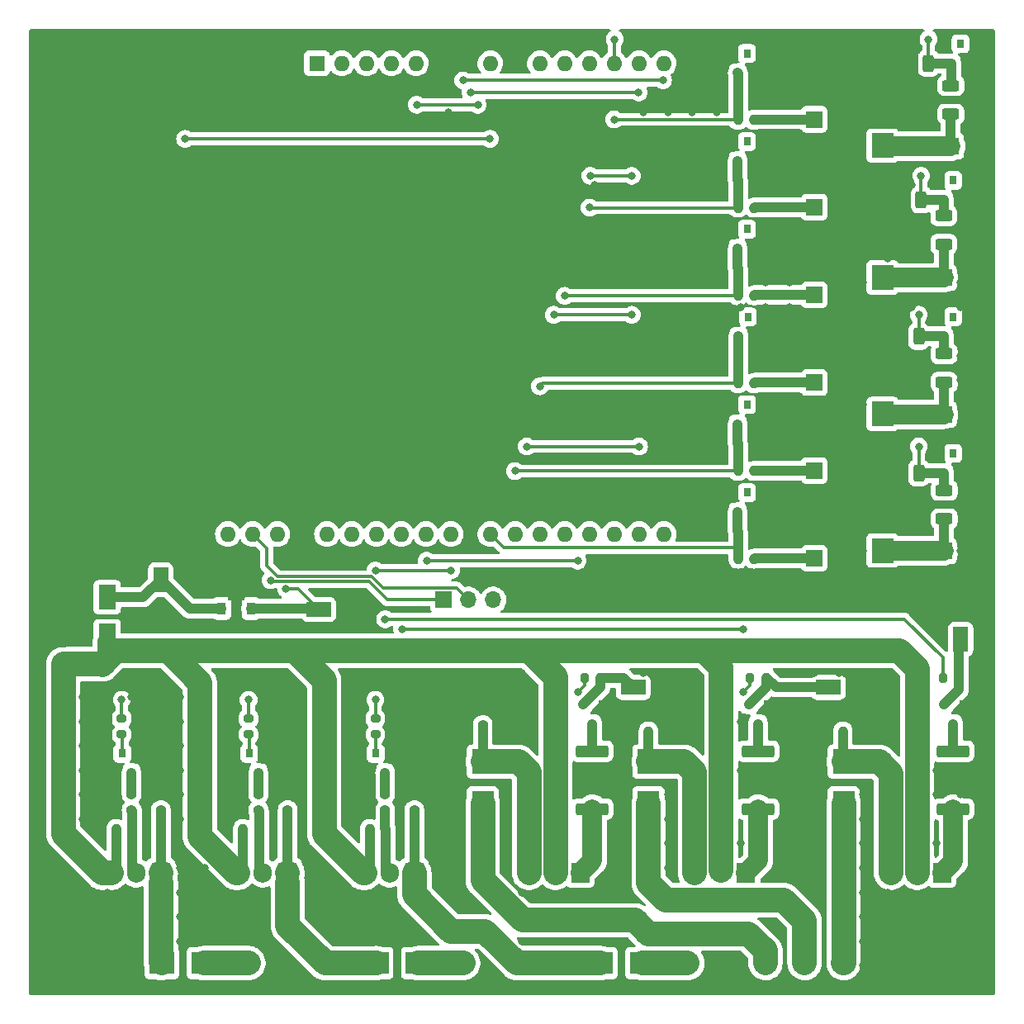
<source format=gtl>
G04 #@! TF.GenerationSoftware,KiCad,Pcbnew,(6.0.7)*
G04 #@! TF.CreationDate,2022-09-16T15:01:37+02:00*
G04 #@! TF.ProjectId,Goobyl_da - Kretskort,476f6f62-796c-4e56-9461-202d204b7265,rev?*
G04 #@! TF.SameCoordinates,Original*
G04 #@! TF.FileFunction,Copper,L1,Top*
G04 #@! TF.FilePolarity,Positive*
%FSLAX46Y46*%
G04 Gerber Fmt 4.6, Leading zero omitted, Abs format (unit mm)*
G04 Created by KiCad (PCBNEW (6.0.7)) date 2022-09-16 15:01:37*
%MOMM*%
%LPD*%
G01*
G04 APERTURE LIST*
G04 Aperture macros list*
%AMRoundRect*
0 Rectangle with rounded corners*
0 $1 Rounding radius*
0 $2 $3 $4 $5 $6 $7 $8 $9 X,Y pos of 4 corners*
0 Add a 4 corners polygon primitive as box body*
4,1,4,$2,$3,$4,$5,$6,$7,$8,$9,$2,$3,0*
0 Add four circle primitives for the rounded corners*
1,1,$1+$1,$2,$3*
1,1,$1+$1,$4,$5*
1,1,$1+$1,$6,$7*
1,1,$1+$1,$8,$9*
0 Add four rect primitives between the rounded corners*
20,1,$1+$1,$2,$3,$4,$5,0*
20,1,$1+$1,$4,$5,$6,$7,0*
20,1,$1+$1,$6,$7,$8,$9,0*
20,1,$1+$1,$8,$9,$2,$3,0*%
%AMFreePoly0*
4,1,9,3.862500,-0.866500,0.737500,-0.866500,0.737500,-0.450000,-0.737500,-0.450000,-0.737500,0.450000,0.737500,0.450000,0.737500,0.866500,3.862500,0.866500,3.862500,-0.866500,3.862500,-0.866500,$1*%
G04 Aperture macros list end*
G04 #@! TA.AperFunction,SMDPad,CuDef*
%ADD10RoundRect,0.250000X0.312500X0.625000X-0.312500X0.625000X-0.312500X-0.625000X0.312500X-0.625000X0*%
G04 #@! TD*
G04 #@! TA.AperFunction,SMDPad,CuDef*
%ADD11RoundRect,0.250000X0.625000X-0.312500X0.625000X0.312500X-0.625000X0.312500X-0.625000X-0.312500X0*%
G04 #@! TD*
G04 #@! TA.AperFunction,SMDPad,CuDef*
%ADD12FreePoly0,90.000000*%
G04 #@! TD*
G04 #@! TA.AperFunction,SMDPad,CuDef*
%ADD13R,0.900000X1.300000*%
G04 #@! TD*
G04 #@! TA.AperFunction,SMDPad,CuDef*
%ADD14RoundRect,0.200000X-0.200000X-0.275000X0.200000X-0.275000X0.200000X0.275000X-0.200000X0.275000X0*%
G04 #@! TD*
G04 #@! TA.AperFunction,SMDPad,CuDef*
%ADD15RoundRect,0.200000X0.275000X-0.200000X0.275000X0.200000X-0.275000X0.200000X-0.275000X-0.200000X0*%
G04 #@! TD*
G04 #@! TA.AperFunction,SMDPad,CuDef*
%ADD16RoundRect,0.250000X1.425000X-0.362500X1.425000X0.362500X-1.425000X0.362500X-1.425000X-0.362500X0*%
G04 #@! TD*
G04 #@! TA.AperFunction,SMDPad,CuDef*
%ADD17RoundRect,0.200000X0.200000X0.275000X-0.200000X0.275000X-0.200000X-0.275000X0.200000X-0.275000X0*%
G04 #@! TD*
G04 #@! TA.AperFunction,SMDPad,CuDef*
%ADD18R,0.800000X0.900000*%
G04 #@! TD*
G04 #@! TA.AperFunction,SMDPad,CuDef*
%ADD19R,2.300000X2.500000*%
G04 #@! TD*
G04 #@! TA.AperFunction,SMDPad,CuDef*
%ADD20R,1.800000X2.500000*%
G04 #@! TD*
G04 #@! TA.AperFunction,SMDPad,CuDef*
%ADD21R,2.500000X2.300000*%
G04 #@! TD*
G04 #@! TA.AperFunction,SMDPad,CuDef*
%ADD22RoundRect,0.250000X-1.050000X-0.550000X1.050000X-0.550000X1.050000X0.550000X-1.050000X0.550000X0*%
G04 #@! TD*
G04 #@! TA.AperFunction,SMDPad,CuDef*
%ADD23RoundRect,0.250000X-0.550000X1.050000X-0.550000X-1.050000X0.550000X-1.050000X0.550000X1.050000X0*%
G04 #@! TD*
G04 #@! TA.AperFunction,SMDPad,CuDef*
%ADD24RoundRect,0.250000X0.550000X-1.050000X0.550000X1.050000X-0.550000X1.050000X-0.550000X-1.050000X0*%
G04 #@! TD*
G04 #@! TA.AperFunction,ComponentPad*
%ADD25O,1.905000X2.000000*%
G04 #@! TD*
G04 #@! TA.AperFunction,ComponentPad*
%ADD26R,1.905000X2.000000*%
G04 #@! TD*
G04 #@! TA.AperFunction,ComponentPad*
%ADD27R,1.700000X1.700000*%
G04 #@! TD*
G04 #@! TA.AperFunction,ComponentPad*
%ADD28O,1.700000X1.700000*%
G04 #@! TD*
G04 #@! TA.AperFunction,ComponentPad*
%ADD29O,1.600000X1.600000*%
G04 #@! TD*
G04 #@! TA.AperFunction,ComponentPad*
%ADD30R,1.600000X1.600000*%
G04 #@! TD*
G04 #@! TA.AperFunction,ViaPad*
%ADD31C,0.800000*%
G04 #@! TD*
G04 #@! TA.AperFunction,Conductor*
%ADD32C,0.300000*%
G04 #@! TD*
G04 #@! TA.AperFunction,Conductor*
%ADD33C,1.000000*%
G04 #@! TD*
G04 #@! TA.AperFunction,Conductor*
%ADD34C,2.500000*%
G04 #@! TD*
G04 #@! TA.AperFunction,Conductor*
%ADD35C,2.000000*%
G04 #@! TD*
G04 APERTURE END LIST*
D10*
X178787500Y-45000000D03*
X181712500Y-45000000D03*
D11*
X184000000Y-47287500D03*
X184000000Y-50212500D03*
D10*
X178037500Y-59000000D03*
X180962500Y-59000000D03*
D11*
X183280000Y-60627500D03*
X183280000Y-63552500D03*
D10*
X177787500Y-73000000D03*
X180712500Y-73000000D03*
D11*
X183310000Y-74787500D03*
X183310000Y-77712500D03*
D10*
X177787500Y-87000000D03*
X180712500Y-87000000D03*
D11*
X183310000Y-88787500D03*
X183310000Y-91712500D03*
D12*
X110750000Y-100812500D03*
D13*
X112250000Y-100900000D03*
X109250000Y-100900000D03*
D14*
X163835000Y-93010000D03*
X162185000Y-93010000D03*
X163835000Y-84010000D03*
X162185000Y-84010000D03*
X163835000Y-75010000D03*
X162185000Y-75010000D03*
X163835000Y-66010000D03*
X162185000Y-66010000D03*
X163835000Y-57010000D03*
X162185000Y-57010000D03*
X163835000Y-48010000D03*
X162185000Y-48010000D03*
X163835000Y-95810000D03*
X162185000Y-95810000D03*
X163835000Y-86810000D03*
X162185000Y-86810000D03*
X163835000Y-77810000D03*
X162185000Y-77810000D03*
X163835000Y-68810000D03*
X162185000Y-68810000D03*
X163835000Y-59810000D03*
X162185000Y-59810000D03*
X163835000Y-50810000D03*
X162185000Y-50810000D03*
X174575000Y-113500000D03*
X172925000Y-113500000D03*
X154650000Y-113500000D03*
X153000000Y-113500000D03*
D15*
X136010000Y-111185000D03*
X136010000Y-112835000D03*
D16*
X184260000Y-115547500D03*
X184260000Y-121472500D03*
X164260000Y-115547500D03*
X164260000Y-121472500D03*
X147260000Y-115547500D03*
X147260000Y-121472500D03*
D17*
X183175000Y-108000000D03*
X184825000Y-108000000D03*
X163425000Y-108000000D03*
X165075000Y-108000000D03*
X146425000Y-108000000D03*
X148075000Y-108000000D03*
D15*
X103010000Y-119935000D03*
X103010000Y-121585000D03*
X116010000Y-119935000D03*
X116010000Y-121585000D03*
X129010000Y-119935000D03*
X129010000Y-121585000D03*
D14*
X100075000Y-123500000D03*
X98425000Y-123500000D03*
X113075000Y-123500000D03*
X111425000Y-123500000D03*
X126075000Y-123500000D03*
X124425000Y-123500000D03*
D15*
X100010000Y-119935000D03*
X100010000Y-121585000D03*
X113010000Y-119935000D03*
X113010000Y-121585000D03*
X126010000Y-119935000D03*
X126010000Y-121585000D03*
X99000000Y-112175000D03*
X99000000Y-113825000D03*
X112000000Y-112175000D03*
X112000000Y-113825000D03*
X125000000Y-112175000D03*
X125000000Y-113825000D03*
D18*
X184250000Y-112750000D03*
X183300000Y-110750000D03*
X185200000Y-110750000D03*
X164250000Y-112750000D03*
X163300000Y-110750000D03*
X165200000Y-110750000D03*
X147250000Y-112750000D03*
X146300000Y-110750000D03*
X148200000Y-110750000D03*
X100000000Y-117750000D03*
X99050000Y-115750000D03*
X100950000Y-115750000D03*
X113000000Y-117750000D03*
X112050000Y-115750000D03*
X113950000Y-115750000D03*
X126000000Y-117750000D03*
X125050000Y-115750000D03*
X126950000Y-115750000D03*
X163100000Y-89000000D03*
X164050000Y-91000000D03*
X162150000Y-91000000D03*
X163100000Y-80000000D03*
X164050000Y-82000000D03*
X162150000Y-82000000D03*
X163200000Y-71010000D03*
X164150000Y-73010000D03*
X162250000Y-73010000D03*
X163100000Y-62000000D03*
X164050000Y-64000000D03*
X162150000Y-64000000D03*
X163100000Y-53010000D03*
X164050000Y-55010000D03*
X162150000Y-55010000D03*
X163100000Y-44000000D03*
X164050000Y-46000000D03*
X162150000Y-46000000D03*
X185000000Y-43000000D03*
X185950000Y-45000000D03*
X184050000Y-45000000D03*
X184250000Y-57000000D03*
X185200000Y-59000000D03*
X183300000Y-59000000D03*
X184250000Y-71000000D03*
X185200000Y-73000000D03*
X183300000Y-73000000D03*
X184250000Y-85000000D03*
X185200000Y-87000000D03*
X183300000Y-87000000D03*
D19*
X177000000Y-49150000D03*
X177000000Y-53450000D03*
X177000000Y-62650000D03*
X177000000Y-66950000D03*
X177000000Y-76650000D03*
X177000000Y-80950000D03*
X177000000Y-90650000D03*
X177000000Y-94950000D03*
X173010000Y-116610000D03*
X173010000Y-120910000D03*
X153010000Y-116610000D03*
X153010000Y-120910000D03*
X136010000Y-116610000D03*
X136010000Y-120910000D03*
D20*
X97500000Y-103750000D03*
X97500000Y-99750000D03*
D21*
X103100000Y-137250000D03*
X107400000Y-137250000D03*
X125100000Y-137250000D03*
X129400000Y-137250000D03*
X148100000Y-137250000D03*
X152400000Y-137250000D03*
D22*
X122800000Y-101000000D03*
X119200000Y-101000000D03*
D23*
X103000000Y-101550000D03*
X103000000Y-97950000D03*
D24*
X185000000Y-100450000D03*
X185000000Y-104050000D03*
D22*
X175050000Y-109000000D03*
X171450000Y-109000000D03*
X155050000Y-109000000D03*
X151450000Y-109000000D03*
D25*
X140920000Y-128000000D03*
X143460000Y-128000000D03*
D26*
X146000000Y-128000000D03*
D27*
X169000000Y-137250000D03*
X173000000Y-137250000D03*
X165000000Y-137250000D03*
D25*
X178020000Y-128000000D03*
X180560000Y-128000000D03*
D26*
X183100000Y-128000000D03*
D25*
X157920000Y-128000000D03*
X160460000Y-128000000D03*
D26*
X163000000Y-128000000D03*
D25*
X97920000Y-128000000D03*
X100460000Y-128000000D03*
D26*
X103000000Y-128000000D03*
D25*
X110920000Y-128000000D03*
X113460000Y-128000000D03*
D26*
X116000000Y-128000000D03*
D25*
X123920000Y-128000000D03*
X126460000Y-128000000D03*
D26*
X129000000Y-128000000D03*
D28*
X139630000Y-100010000D03*
X137090000Y-100010000D03*
X134550000Y-100010000D03*
D27*
X132010000Y-100010000D03*
D29*
X152030000Y-93270000D03*
X154570000Y-93270000D03*
X114950000Y-93270000D03*
X154570000Y-45010000D03*
X117490000Y-93270000D03*
X152030000Y-45010000D03*
X120030000Y-93270000D03*
X149490000Y-45010000D03*
X122570000Y-93270000D03*
X146950000Y-45010000D03*
X125110000Y-93270000D03*
X144410000Y-45010000D03*
X127650000Y-93270000D03*
X141870000Y-45010000D03*
X130190000Y-93270000D03*
X136790000Y-45010000D03*
X132730000Y-93270000D03*
X134250000Y-45010000D03*
X136790000Y-93270000D03*
X131710000Y-45010000D03*
X139330000Y-93270000D03*
X129170000Y-45010000D03*
X141870000Y-93270000D03*
X126630000Y-45010000D03*
X144410000Y-93270000D03*
X124090000Y-45010000D03*
X146950000Y-93270000D03*
X121550000Y-45010000D03*
X149490000Y-93270000D03*
D30*
X119010000Y-45010000D03*
D29*
X112410000Y-93270000D03*
X109870000Y-93270000D03*
D27*
X157000000Y-137250000D03*
X134000000Y-137250000D03*
X112000000Y-137250000D03*
X93000000Y-106600000D03*
D28*
X93000000Y-104060000D03*
D27*
X183250000Y-95000000D03*
X183250000Y-81000000D03*
X183250000Y-67000000D03*
X184000000Y-53500000D03*
X170000000Y-50750000D03*
X170000000Y-59750000D03*
X170000000Y-68750000D03*
X170000000Y-77750000D03*
X170000000Y-86750000D03*
X170000000Y-95750000D03*
D31*
X126000000Y-102000000D03*
X134000000Y-46750000D03*
X154500000Y-46750000D03*
X114250000Y-98000000D03*
X90000000Y-42500000D03*
X92500000Y-42500000D03*
X95000000Y-42500000D03*
X97500000Y-42500000D03*
X100000000Y-42500000D03*
X102500000Y-42500000D03*
X105000000Y-42500000D03*
X107500000Y-42500000D03*
X110000000Y-42500000D03*
X112500000Y-42500000D03*
X115000000Y-42500000D03*
X117500000Y-42500000D03*
X120000000Y-42500000D03*
X122500000Y-42500000D03*
X125000000Y-42500000D03*
X127500000Y-42500000D03*
X130000000Y-42500000D03*
X132500000Y-42500000D03*
X135000000Y-42500000D03*
X137500000Y-42500000D03*
X140000000Y-42500000D03*
X142500000Y-42500000D03*
X145000000Y-42500000D03*
X147500000Y-42500000D03*
X187500000Y-42500000D03*
X187500000Y-45000000D03*
X175000000Y-45000000D03*
X172500000Y-45000000D03*
X170000000Y-45000000D03*
X167500000Y-45000000D03*
X160000000Y-45000000D03*
X157500000Y-45000000D03*
X140000000Y-45000000D03*
X115000000Y-45000000D03*
X112500000Y-45000000D03*
X107500000Y-45000000D03*
X110000000Y-45000000D03*
X105000000Y-45000000D03*
X102500000Y-45000000D03*
X100000000Y-45000000D03*
X97500000Y-45000000D03*
X95000000Y-45000000D03*
X92500000Y-45000000D03*
X90000000Y-45000000D03*
X90000000Y-47500000D03*
X92500000Y-47500000D03*
X95000000Y-47500000D03*
X97500000Y-47500000D03*
X100000000Y-47500000D03*
X102500000Y-47500000D03*
X105000000Y-47500000D03*
X107500000Y-47500000D03*
X110000000Y-47500000D03*
X112500000Y-47500000D03*
X115000000Y-47500000D03*
X117500000Y-47500000D03*
X120000000Y-47500000D03*
X122500000Y-47500000D03*
X125000000Y-47500000D03*
X127500000Y-47500000D03*
X130000000Y-47500000D03*
X132500000Y-47500000D03*
X157500000Y-47500000D03*
X160000000Y-47500000D03*
X167500000Y-47500000D03*
X170000000Y-47500000D03*
X172500000Y-47500000D03*
X180000000Y-47500000D03*
X187500000Y-47500000D03*
X187500000Y-50000000D03*
X180000000Y-50000000D03*
X172500000Y-50000000D03*
X160000000Y-50000000D03*
X157500000Y-50000000D03*
X155000000Y-50000000D03*
X152500000Y-50000000D03*
X145000000Y-50000000D03*
X132500000Y-50000000D03*
X127500000Y-50000000D03*
X125000000Y-50000000D03*
X122500000Y-50000000D03*
X120000000Y-50000000D03*
X117500000Y-50000000D03*
X115000000Y-50000000D03*
X112500000Y-50000000D03*
X110000000Y-50000000D03*
X107500000Y-50000000D03*
X105000000Y-50000000D03*
X102500000Y-50000000D03*
X100000000Y-50000000D03*
X97500000Y-50000000D03*
X95000000Y-50000000D03*
X92500000Y-50000000D03*
X90000000Y-50000000D03*
X90000000Y-52500000D03*
X92500000Y-52500000D03*
X95000000Y-52500000D03*
X97500000Y-52500000D03*
X100000000Y-52500000D03*
X102500000Y-52500000D03*
X142500000Y-52500000D03*
X145000000Y-52500000D03*
X152500000Y-52500000D03*
X157500000Y-52500000D03*
X155000000Y-52500000D03*
X160000000Y-52500000D03*
X165000000Y-52500000D03*
X167500000Y-52500000D03*
X172500000Y-52500000D03*
X187500000Y-52500000D03*
X187500000Y-55000000D03*
X172500000Y-55000000D03*
X167500000Y-55000000D03*
X170000000Y-55000000D03*
X160000000Y-55000000D03*
X157500000Y-55000000D03*
X155000000Y-55000000D03*
X152500000Y-55000000D03*
X145000000Y-55000000D03*
X142500000Y-55000000D03*
X137500000Y-55000000D03*
X132500000Y-55000000D03*
X130000000Y-55000000D03*
X127500000Y-55000000D03*
X125000000Y-55000000D03*
X122500000Y-55000000D03*
X120000000Y-55000000D03*
X117500000Y-55000000D03*
X115000000Y-55000000D03*
X112500000Y-55000000D03*
X110000000Y-55000000D03*
X107500000Y-55000000D03*
X102500000Y-55000000D03*
X100000000Y-55000000D03*
X97500000Y-55000000D03*
X95000000Y-55000000D03*
X92500000Y-55000000D03*
X90000000Y-55000000D03*
X90000000Y-57500000D03*
X92500000Y-57500000D03*
X95000000Y-57500000D03*
X97500000Y-57500000D03*
X100000000Y-57500000D03*
X102500000Y-57500000D03*
X107500000Y-57500000D03*
X110000000Y-57500000D03*
X112500000Y-57500000D03*
X115000000Y-57500000D03*
X117500000Y-57500000D03*
X120000000Y-57500000D03*
X122500000Y-57500000D03*
X125000000Y-57500000D03*
X127500000Y-57500000D03*
X130000000Y-57500000D03*
X132500000Y-57500000D03*
X137500000Y-57500000D03*
X142500000Y-57500000D03*
X145000000Y-57500000D03*
X147500000Y-57500000D03*
X152500000Y-57500000D03*
X157500000Y-57500000D03*
X155000000Y-57500000D03*
X160000000Y-57500000D03*
X165000000Y-57500000D03*
X167500000Y-57500000D03*
X170000000Y-57500000D03*
X172500000Y-57500000D03*
X175000000Y-57500000D03*
X177500000Y-57500000D03*
X180000000Y-57500000D03*
X182500000Y-57500000D03*
X187500000Y-57500000D03*
X187500000Y-60000000D03*
X175000000Y-60000000D03*
X172500000Y-60000000D03*
X145000000Y-60000000D03*
X137500000Y-60000000D03*
X132500000Y-60000000D03*
X130000000Y-60000000D03*
X127500000Y-60000000D03*
X125000000Y-60000000D03*
X122500000Y-60000000D03*
X120000000Y-60000000D03*
X117500000Y-60000000D03*
X115000000Y-60000000D03*
X112500000Y-60000000D03*
X110000000Y-60000000D03*
X107500000Y-60000000D03*
X102500000Y-60000000D03*
X100000000Y-60000000D03*
X97500000Y-60000000D03*
X95000000Y-60000000D03*
X92500000Y-60000000D03*
X90000000Y-60000000D03*
X90000000Y-62500000D03*
X92500000Y-62500000D03*
X95000000Y-62500000D03*
X97500000Y-62500000D03*
X100000000Y-62500000D03*
X102500000Y-62500000D03*
X107500000Y-62500000D03*
X110000000Y-62500000D03*
X112500000Y-62500000D03*
X115000000Y-62500000D03*
X117500000Y-62500000D03*
X120000000Y-62500000D03*
X122500000Y-62500000D03*
X125000000Y-62500000D03*
X127500000Y-62500000D03*
X130000000Y-62500000D03*
X132500000Y-62500000D03*
X137500000Y-62500000D03*
X142500000Y-62500000D03*
X145000000Y-62500000D03*
X152500000Y-62500000D03*
X155000000Y-62500000D03*
X157500000Y-62500000D03*
X160000000Y-62500000D03*
X167500000Y-62500000D03*
X165000000Y-62500000D03*
X172500000Y-62500000D03*
X170000000Y-62500000D03*
X180000000Y-62500000D03*
X185000000Y-62500000D03*
X187500000Y-62500000D03*
X187500000Y-65000000D03*
X185000000Y-65000000D03*
X180000000Y-65000000D03*
X177500000Y-65000000D03*
X175000000Y-65000000D03*
X172500000Y-65000000D03*
X175000000Y-62500000D03*
X170000000Y-65000000D03*
X167500000Y-65000000D03*
X165000000Y-65000000D03*
X160000000Y-65000000D03*
X157500000Y-65000000D03*
X155000000Y-65000000D03*
X152500000Y-65000000D03*
X145000000Y-65000000D03*
X142500000Y-65000000D03*
X137500000Y-65000000D03*
X132500000Y-65000000D03*
X130000000Y-65000000D03*
X127500000Y-65000000D03*
X125000000Y-65000000D03*
X122500000Y-65000000D03*
X120000000Y-65000000D03*
X117500000Y-65000000D03*
X115000000Y-65000000D03*
X112500000Y-65000000D03*
X110000000Y-65000000D03*
X107500000Y-65000000D03*
X102500000Y-65000000D03*
X100000000Y-65000000D03*
X97500000Y-65000000D03*
X95000000Y-65000000D03*
X90000000Y-65000000D03*
X92500000Y-65000000D03*
X90000000Y-67500000D03*
X92500000Y-67500000D03*
X95000000Y-67500000D03*
X97500000Y-67500000D03*
X100000000Y-67500000D03*
X102500000Y-67500000D03*
X107500000Y-67500000D03*
X110000000Y-67500000D03*
X112500000Y-67500000D03*
X115000000Y-67500000D03*
X117500000Y-67500000D03*
X120000000Y-67500000D03*
X122500000Y-67500000D03*
X125000000Y-67500000D03*
X127500000Y-67500000D03*
X130000000Y-67500000D03*
X132500000Y-67500000D03*
X137500000Y-67500000D03*
X142500000Y-67500000D03*
X145000000Y-67500000D03*
X152500000Y-67500000D03*
X155000000Y-67500000D03*
X157500000Y-67500000D03*
X160000000Y-67500000D03*
X165000000Y-67500000D03*
X167500000Y-67500000D03*
X172500000Y-67500000D03*
X175000000Y-67500000D03*
X185000000Y-67500000D03*
X187500000Y-67500000D03*
X187500000Y-70000000D03*
X185000000Y-70000000D03*
X182500000Y-70000000D03*
X180000000Y-70000000D03*
X177500000Y-70000000D03*
X175000000Y-70000000D03*
X172500000Y-70000000D03*
X167500000Y-70000000D03*
X165000000Y-70000000D03*
X162500000Y-70000000D03*
X160000000Y-70000000D03*
X157500000Y-70000000D03*
X155000000Y-70000000D03*
X152500000Y-70000000D03*
X137500000Y-70000000D03*
X132500000Y-70000000D03*
X130000000Y-70000000D03*
X127500000Y-70000000D03*
X125000000Y-70000000D03*
X122500000Y-70000000D03*
X120000000Y-70000000D03*
X117500000Y-70000000D03*
X115000000Y-70000000D03*
X112500000Y-70000000D03*
X110000000Y-70000000D03*
X107500000Y-70000000D03*
X102500000Y-70000000D03*
X100000000Y-70000000D03*
X97500000Y-70000000D03*
X95000000Y-70000000D03*
X92500000Y-70000000D03*
X90000000Y-70000000D03*
X90000000Y-72500000D03*
X92500000Y-72500000D03*
X95000000Y-72500000D03*
X97500000Y-72500000D03*
X100000000Y-72500000D03*
X102500000Y-72500000D03*
X107500000Y-72500000D03*
X110000000Y-72500000D03*
X112500000Y-72500000D03*
X115000000Y-72500000D03*
X117500000Y-72500000D03*
X120000000Y-72500000D03*
X122500000Y-72500000D03*
X125000000Y-72500000D03*
X127500000Y-72500000D03*
X130000000Y-72500000D03*
X132500000Y-72500000D03*
X137500000Y-72500000D03*
X142500000Y-72500000D03*
X152500000Y-72500000D03*
X155000000Y-72500000D03*
X157500000Y-72500000D03*
X160000000Y-72500000D03*
X167500000Y-72500000D03*
X170000000Y-72500000D03*
X172500000Y-72500000D03*
X175000000Y-72500000D03*
X187500000Y-72500000D03*
X187500000Y-75000000D03*
X185000000Y-75000000D03*
X180000000Y-75000000D03*
X175000000Y-75000000D03*
X172500000Y-75000000D03*
X170000000Y-75000000D03*
X167500000Y-75000000D03*
X165000000Y-75000000D03*
X160000000Y-75000000D03*
X157500000Y-75000000D03*
X155000000Y-75000000D03*
X152500000Y-75000000D03*
X142500000Y-75000000D03*
X137500000Y-75000000D03*
X132500000Y-75000000D03*
X130000000Y-75000000D03*
X127500000Y-75000000D03*
X125000000Y-75000000D03*
X122500000Y-75000000D03*
X120000000Y-75000000D03*
X117500000Y-75000000D03*
X115000000Y-75000000D03*
X112500000Y-75000000D03*
X110000000Y-75000000D03*
X107500000Y-75000000D03*
X102500000Y-75000000D03*
X100000000Y-75000000D03*
X97500000Y-75000000D03*
X95000000Y-75000000D03*
X92500000Y-75000000D03*
X90000000Y-75000000D03*
X90000000Y-77500000D03*
X92500000Y-77500000D03*
X95000000Y-77500000D03*
X97500000Y-77500000D03*
X100000000Y-77500000D03*
X102500000Y-77500000D03*
X107500000Y-77500000D03*
X110000000Y-77500000D03*
X112500000Y-77500000D03*
X115000000Y-77500000D03*
X117500000Y-77500000D03*
X120000000Y-77500000D03*
X122500000Y-77500000D03*
X125000000Y-77500000D03*
X127500000Y-77500000D03*
X130000000Y-77500000D03*
X132500000Y-77500000D03*
X137500000Y-77500000D03*
X172500000Y-77500000D03*
X175000000Y-77500000D03*
X180000000Y-77500000D03*
X187500000Y-77500000D03*
X185000000Y-77500000D03*
X187500000Y-80000000D03*
X185000000Y-80000000D03*
X175000000Y-80000000D03*
X172500000Y-80000000D03*
X170000000Y-80000000D03*
X167500000Y-80000000D03*
X165000000Y-80000000D03*
X160000000Y-80000000D03*
X157500000Y-80000000D03*
X152500000Y-80000000D03*
X155000000Y-80000000D03*
X137500000Y-80000000D03*
X132500000Y-80000000D03*
X127500000Y-80000000D03*
X130000000Y-80000000D03*
X125000000Y-80000000D03*
X122500000Y-80000000D03*
X120000000Y-80000000D03*
X117500000Y-80000000D03*
X115000000Y-80000000D03*
X112500000Y-80000000D03*
X110000000Y-80000000D03*
X107500000Y-80000000D03*
X102500000Y-80000000D03*
X100000000Y-80000000D03*
X97500000Y-80000000D03*
X95000000Y-80000000D03*
X92500000Y-80000000D03*
X90000000Y-80000000D03*
X90000000Y-82500000D03*
X92500000Y-82500000D03*
X95000000Y-82500000D03*
X97500000Y-82500000D03*
X100000000Y-82500000D03*
X102500000Y-82500000D03*
X107500000Y-82500000D03*
X110000000Y-82500000D03*
X112500000Y-82500000D03*
X115000000Y-82500000D03*
X117500000Y-82500000D03*
X120000000Y-82500000D03*
X122500000Y-82500000D03*
X125000000Y-82500000D03*
X127500000Y-82500000D03*
X130000000Y-82500000D03*
X132500000Y-82500000D03*
X137500000Y-82500000D03*
X152500000Y-82500000D03*
X155000000Y-82500000D03*
X157500000Y-82500000D03*
X160000000Y-82500000D03*
X167500000Y-82500000D03*
X170000000Y-82500000D03*
X172500000Y-82500000D03*
X175000000Y-82500000D03*
X185000000Y-82500000D03*
X187500000Y-82500000D03*
X187500000Y-85000000D03*
X182500000Y-85000000D03*
X137500000Y-85000000D03*
X132500000Y-85000000D03*
X130000000Y-85000000D03*
X127500000Y-85000000D03*
X125000000Y-85000000D03*
X122500000Y-85000000D03*
X120000000Y-85000000D03*
X117500000Y-85000000D03*
X115000000Y-85000000D03*
X112500000Y-85000000D03*
X110000000Y-85000000D03*
X107500000Y-85000000D03*
X102500000Y-85000000D03*
X100000000Y-85000000D03*
X97500000Y-85000000D03*
X95000000Y-85000000D03*
X92500000Y-85000000D03*
X90000000Y-85000000D03*
X90000000Y-87500000D03*
X92500000Y-87500000D03*
X95000000Y-87500000D03*
X97500000Y-87500000D03*
X100000000Y-87500000D03*
X102500000Y-87500000D03*
X107500000Y-87500000D03*
X110000000Y-87500000D03*
X112500000Y-87500000D03*
X115000000Y-87500000D03*
X117500000Y-87500000D03*
X120000000Y-87500000D03*
X122500000Y-87500000D03*
X125000000Y-87500000D03*
X127500000Y-87500000D03*
X130000000Y-87500000D03*
X132500000Y-87500000D03*
X137500000Y-87500000D03*
X172500000Y-87500000D03*
X175000000Y-87500000D03*
X187500000Y-87500000D03*
X187500000Y-90000000D03*
X185000000Y-90000000D03*
X180000000Y-90000000D03*
X175000000Y-90000000D03*
X172500000Y-90000000D03*
X170000000Y-90000000D03*
X167500000Y-90000000D03*
X165000000Y-90000000D03*
X160000000Y-90000000D03*
X157500000Y-90000000D03*
X155000000Y-90000000D03*
X152500000Y-90000000D03*
X137500000Y-90000000D03*
X132500000Y-90000000D03*
X130000000Y-90000000D03*
X127500000Y-90000000D03*
X125000000Y-90000000D03*
X122500000Y-90000000D03*
X120000000Y-90000000D03*
X117500000Y-90000000D03*
X115000000Y-90000000D03*
X112500000Y-90000000D03*
X110000000Y-90000000D03*
X107500000Y-90000000D03*
X102500000Y-90000000D03*
X100000000Y-90000000D03*
X97500000Y-90000000D03*
X95000000Y-90000000D03*
X92500000Y-90000000D03*
X90000000Y-90000000D03*
X90000000Y-92500000D03*
X92500000Y-92500000D03*
X95000000Y-92500000D03*
X97500000Y-92500000D03*
X100000000Y-92500000D03*
X102500000Y-92500000D03*
X107500000Y-92500000D03*
X157500000Y-92500000D03*
X160000000Y-92500000D03*
X165000000Y-92500000D03*
X167500000Y-92500000D03*
X170000000Y-92500000D03*
X172500000Y-92500000D03*
X175000000Y-92500000D03*
X180000000Y-92500000D03*
X185000000Y-92500000D03*
X187500000Y-92500000D03*
X187500000Y-95000000D03*
X185000000Y-95000000D03*
X175000000Y-95000000D03*
X172500000Y-95000000D03*
X117500000Y-95000000D03*
X112500000Y-95000000D03*
X107500000Y-95000000D03*
X102500000Y-95000000D03*
X100000000Y-95000000D03*
X97500000Y-95000000D03*
X95000000Y-95000000D03*
X92500000Y-95000000D03*
X90000000Y-95000000D03*
X90000000Y-97500000D03*
X92500000Y-97500000D03*
X95000000Y-97500000D03*
X97500000Y-97500000D03*
X100000000Y-97500000D03*
X107500000Y-97500000D03*
X137500000Y-97500000D03*
X140000000Y-97500000D03*
X142500000Y-97500000D03*
X145000000Y-97500000D03*
X147500000Y-97500000D03*
X150000000Y-97500000D03*
X152500000Y-97500000D03*
X155000000Y-97500000D03*
X157500000Y-97500000D03*
X160000000Y-97500000D03*
X162500000Y-97500000D03*
X165000000Y-97500000D03*
X167500000Y-97500000D03*
X172500000Y-97500000D03*
X175000000Y-97500000D03*
X177500000Y-97500000D03*
X180000000Y-97500000D03*
X182500000Y-97500000D03*
X185000000Y-97500000D03*
X187500000Y-97500000D03*
X187500000Y-100000000D03*
X182500000Y-100000000D03*
X180000000Y-100000000D03*
X177500000Y-100000000D03*
X175000000Y-100000000D03*
X172500000Y-100000000D03*
X170000000Y-100000000D03*
X167500000Y-100000000D03*
X165000000Y-100000000D03*
X162500000Y-100000000D03*
X160000000Y-100000000D03*
X157500000Y-100000000D03*
X155000000Y-100000000D03*
X152500000Y-100000000D03*
X150000000Y-100000000D03*
X147500000Y-100000000D03*
X145000000Y-100000000D03*
X142500000Y-100000000D03*
X95000000Y-100000000D03*
X92500000Y-100000000D03*
X90000000Y-100000000D03*
X90000000Y-102500000D03*
X92500000Y-102500000D03*
X95000000Y-102500000D03*
X100000000Y-102500000D03*
X107500000Y-102500000D03*
X110000000Y-102500000D03*
X112500000Y-102500000D03*
X115000000Y-102500000D03*
X117500000Y-102500000D03*
X182500000Y-102500000D03*
X187500000Y-102500000D03*
X187500000Y-105000000D03*
X90000000Y-105000000D03*
X90000000Y-107500000D03*
X100000000Y-107500000D03*
X102500000Y-107500000D03*
X110000000Y-107500000D03*
X115000000Y-107500000D03*
X122500000Y-107500000D03*
X127500000Y-107500000D03*
X132500000Y-107500000D03*
X130000000Y-107500000D03*
X135000000Y-107500000D03*
X137500000Y-107500000D03*
X140000000Y-107500000D03*
X152500000Y-107500000D03*
X155000000Y-107500000D03*
X157500000Y-107500000D03*
X167500000Y-107500000D03*
X170000000Y-107500000D03*
X172500000Y-107500000D03*
X175000000Y-107500000D03*
X177500000Y-107500000D03*
X187500000Y-107500000D03*
X187500000Y-110000000D03*
X177500000Y-110000000D03*
X157500000Y-110000000D03*
X140000000Y-110000000D03*
X137500000Y-110000000D03*
X135000000Y-110000000D03*
X132500000Y-110000000D03*
X130000000Y-110000000D03*
X127500000Y-110000000D03*
X122500000Y-110000000D03*
X115000000Y-110000000D03*
X117500000Y-110000000D03*
X110000000Y-110000000D03*
X105000000Y-110000000D03*
X100000000Y-110000000D03*
X97500000Y-110000000D03*
X95000000Y-110000000D03*
X90000000Y-110000000D03*
X90000000Y-112500000D03*
X95000000Y-112500000D03*
X102500000Y-112500000D03*
X105000000Y-112500000D03*
X110000000Y-112500000D03*
X115000000Y-112500000D03*
X117500000Y-112500000D03*
X122500000Y-112500000D03*
X127500000Y-112500000D03*
X130000000Y-112500000D03*
X132500000Y-112500000D03*
X137500000Y-112500000D03*
X140000000Y-112500000D03*
X150000000Y-112500000D03*
X157500000Y-112500000D03*
X162500000Y-112500000D03*
X167500000Y-112500000D03*
X170000000Y-112500000D03*
X177500000Y-112500000D03*
X187500000Y-112500000D03*
X187500000Y-115000000D03*
X170000000Y-115000000D03*
X167500000Y-115000000D03*
X150000000Y-115000000D03*
X132500000Y-115000000D03*
X130000000Y-115000000D03*
X122500000Y-115000000D03*
X117500000Y-115000000D03*
X110000000Y-115000000D03*
X105000000Y-115000000D03*
X102500000Y-115000000D03*
X97500000Y-115000000D03*
X95000000Y-115000000D03*
X90000000Y-115000000D03*
X90000000Y-117500000D03*
X95000000Y-117500000D03*
X97500000Y-117500000D03*
X102500000Y-117500000D03*
X105000000Y-117500000D03*
X110000000Y-117500000D03*
X117500000Y-117500000D03*
X115000000Y-117500000D03*
X122500000Y-117500000D03*
X127500000Y-117500000D03*
X130000000Y-117500000D03*
X132500000Y-117500000D03*
X147500000Y-117500000D03*
X150000000Y-117500000D03*
X162500000Y-117500000D03*
X165000000Y-117500000D03*
X167500000Y-117500000D03*
X170000000Y-117500000D03*
X185000000Y-117500000D03*
X182500000Y-117500000D03*
X187500000Y-117500000D03*
X187500000Y-120000000D03*
X185000000Y-120000000D03*
X182500000Y-120000000D03*
X175000000Y-120000000D03*
X170000000Y-120000000D03*
X167500000Y-120000000D03*
X155000000Y-120000000D03*
X150000000Y-120000000D03*
X132500000Y-120000000D03*
X122500000Y-120000000D03*
X117500000Y-120000000D03*
X110000000Y-120000000D03*
X105000000Y-120000000D03*
X97500000Y-120000000D03*
X90000000Y-120000000D03*
X95000000Y-120000000D03*
X90000000Y-122500000D03*
X95000000Y-122500000D03*
X105000000Y-122500000D03*
X110000000Y-122500000D03*
X117500000Y-122500000D03*
X122500000Y-122500000D03*
X127500000Y-122500000D03*
X132500000Y-122500000D03*
X150000000Y-122500000D03*
X155000000Y-122500000D03*
X167500000Y-122500000D03*
X170000000Y-122500000D03*
X175000000Y-122500000D03*
X187500000Y-122500000D03*
X187500000Y-125000000D03*
X182500000Y-125000000D03*
X175000000Y-125000000D03*
X170000000Y-125000000D03*
X167500000Y-125000000D03*
X162500000Y-125000000D03*
X155000000Y-125000000D03*
X150000000Y-125000000D03*
X132500000Y-125000000D03*
X127500000Y-125000000D03*
X117500000Y-125000000D03*
X105000000Y-125000000D03*
X90000000Y-125000000D03*
X90000000Y-127500000D03*
X92500000Y-127500000D03*
X105000000Y-127500000D03*
X107500000Y-127500000D03*
X120000000Y-127500000D03*
X132500000Y-127500000D03*
X150000000Y-127500000D03*
X155000000Y-127500000D03*
X167500000Y-127500000D03*
X170000000Y-127500000D03*
X175000000Y-127500000D03*
X187500000Y-127500000D03*
X187500000Y-130000000D03*
X185000000Y-130000000D03*
X182500000Y-130000000D03*
X180000000Y-130000000D03*
X177500000Y-130000000D03*
X175000000Y-130000000D03*
X170000000Y-130000000D03*
X150000000Y-130000000D03*
X147500000Y-130000000D03*
X145000000Y-130000000D03*
X142500000Y-130000000D03*
X140000000Y-130000000D03*
X132500000Y-130000000D03*
X125000000Y-130000000D03*
X122500000Y-130000000D03*
X120000000Y-130000000D03*
X112500000Y-130000000D03*
X110000000Y-130000000D03*
X107500000Y-130000000D03*
X105000000Y-130000000D03*
X100000000Y-130000000D03*
X97500000Y-130000000D03*
X95000000Y-130000000D03*
X92500000Y-130000000D03*
X90000000Y-130000000D03*
X90000000Y-132500000D03*
X92500000Y-132500000D03*
X95000000Y-132500000D03*
X97500000Y-132500000D03*
X100000000Y-132500000D03*
X105000000Y-132500000D03*
X110000000Y-132500000D03*
X107500000Y-132500000D03*
X112500000Y-132500000D03*
X120000000Y-132500000D03*
X122500000Y-132500000D03*
X125000000Y-132500000D03*
X127500000Y-132500000D03*
X175000000Y-132500000D03*
X177500000Y-132500000D03*
X180000000Y-132500000D03*
X182500000Y-132500000D03*
X185000000Y-132500000D03*
X187500000Y-132500000D03*
X187500000Y-135000000D03*
X185000000Y-135000000D03*
X182500000Y-135000000D03*
X180000000Y-135000000D03*
X177500000Y-135000000D03*
X175000000Y-135000000D03*
X150000000Y-135000000D03*
X147500000Y-135000000D03*
X145000000Y-135000000D03*
X142500000Y-135000000D03*
X140000000Y-135000000D03*
X130000000Y-135000000D03*
X127500000Y-135000000D03*
X125000000Y-135000000D03*
X122500000Y-135000000D03*
X112500000Y-135000000D03*
X110000000Y-135000000D03*
X107500000Y-135000000D03*
X105000000Y-135000000D03*
X100000000Y-135000000D03*
X97500000Y-135000000D03*
X95000000Y-135000000D03*
X92500000Y-135000000D03*
X90000000Y-135000000D03*
X90000000Y-137500000D03*
X92500000Y-137500000D03*
X95000000Y-137500000D03*
X97500000Y-137500000D03*
X100000000Y-137500000D03*
X115000000Y-137500000D03*
X160000000Y-137500000D03*
X162500000Y-137500000D03*
X175000000Y-137500000D03*
X177500000Y-137500000D03*
X180000000Y-137500000D03*
X182500000Y-137500000D03*
X185000000Y-137500000D03*
X187500000Y-137500000D03*
X187500000Y-140000000D03*
X185000000Y-140000000D03*
X182500000Y-140000000D03*
X180000000Y-140000000D03*
X177500000Y-140000000D03*
X175000000Y-140000000D03*
X172500000Y-140000000D03*
X170000000Y-140000000D03*
X167500000Y-140000000D03*
X165000000Y-140000000D03*
X162500000Y-140000000D03*
X160000000Y-140000000D03*
X157500000Y-140000000D03*
X155000000Y-140000000D03*
X152500000Y-140000000D03*
X150000000Y-140000000D03*
X147500000Y-140000000D03*
X145000000Y-140000000D03*
X142500000Y-140000000D03*
X140000000Y-140000000D03*
X137500000Y-140000000D03*
X135000000Y-140000000D03*
X132500000Y-140000000D03*
X130000000Y-140000000D03*
X127500000Y-140000000D03*
X125000000Y-140000000D03*
X122500000Y-140000000D03*
X120000000Y-140000000D03*
X117500000Y-140000000D03*
X115000000Y-140000000D03*
X112500000Y-140000000D03*
X110000000Y-140000000D03*
X107500000Y-140000000D03*
X105000000Y-140000000D03*
X102500000Y-140000000D03*
X100000000Y-140000000D03*
X97500000Y-140000000D03*
X95000000Y-140000000D03*
X92500000Y-140000000D03*
X90000000Y-140000000D03*
X102500000Y-110000000D03*
X134750000Y-48000000D03*
X152000000Y-48000000D03*
X99000000Y-110250000D03*
X181712500Y-42537500D03*
X149537500Y-42537500D03*
X112000000Y-110250000D03*
X180962500Y-56537500D03*
X151287500Y-56537500D03*
X147037500Y-56537500D03*
X180712500Y-70787500D03*
X151287500Y-70787500D03*
X143287500Y-70787500D03*
X162750000Y-109500000D03*
X162750000Y-103000000D03*
X127750000Y-103000000D03*
X180712500Y-84287500D03*
X152037500Y-84287500D03*
X140537500Y-84287500D03*
X145750000Y-109500000D03*
X145750000Y-96000000D03*
X130250000Y-96000000D03*
X115850000Y-98900000D03*
X105500000Y-52750000D03*
X136750000Y-52750000D03*
X125000000Y-110250000D03*
X125000000Y-97000000D03*
X132750000Y-97000000D03*
X139310000Y-86810000D03*
X129250000Y-49250000D03*
X135500000Y-49250000D03*
X141870000Y-78120000D03*
X144410000Y-68840000D03*
X146950000Y-59800000D03*
X149490000Y-50760000D03*
D32*
X117100000Y-98900000D02*
X119200000Y-101000000D01*
X115850000Y-98900000D02*
X117100000Y-98900000D01*
X126260000Y-100010000D02*
X132010000Y-100010000D01*
X134000000Y-46750000D02*
X154500000Y-46750000D01*
X154500000Y-46750000D02*
X154500000Y-46750000D01*
X124399999Y-98149999D02*
X114399999Y-98149999D01*
X126260000Y-100010000D02*
X124399999Y-98149999D01*
X114399999Y-98149999D02*
X114250000Y-98000000D01*
X114250000Y-98000000D02*
X114250000Y-98000000D01*
X134750000Y-48000000D02*
X152000000Y-48000000D01*
X152000000Y-48000000D02*
X152000000Y-48000000D01*
X115000001Y-97649989D02*
X113850012Y-96500000D01*
X125767119Y-98809999D02*
X124607109Y-97649989D01*
X124607109Y-97649989D02*
X115000001Y-97649989D01*
X133349999Y-98809999D02*
X125767119Y-98809999D01*
X134550000Y-100010000D02*
X133349999Y-98809999D01*
X113850012Y-94710012D02*
X112410000Y-93270000D01*
X113850012Y-96500000D02*
X113850012Y-94710012D01*
X99000000Y-112175000D02*
X99000000Y-110250000D01*
D33*
X181712500Y-45000000D02*
X184050000Y-45000000D01*
X184050000Y-47237500D02*
X184000000Y-47287500D01*
X184050000Y-45000000D02*
X184050000Y-47237500D01*
D32*
X181712500Y-45000000D02*
X181712500Y-42537500D01*
X181712500Y-42537500D02*
X181712500Y-42537500D01*
X149490000Y-42585000D02*
X149537500Y-42537500D01*
X149490000Y-45010000D02*
X149490000Y-42585000D01*
X112000000Y-112175000D02*
X112000000Y-110250000D01*
X112000000Y-110250000D02*
X112000000Y-110250000D01*
D33*
X183300000Y-60607500D02*
X183280000Y-60627500D01*
X183300000Y-59000000D02*
X183300000Y-60607500D01*
X180962500Y-59000000D02*
X183300000Y-59000000D01*
D32*
X180962500Y-59000000D02*
X180962500Y-56537500D01*
X180962500Y-56537500D02*
X180962500Y-56537500D01*
X151287500Y-56537500D02*
X147037500Y-56537500D01*
X147037500Y-56537500D02*
X147037500Y-56537500D01*
X183175000Y-108000000D02*
X183175000Y-106325000D01*
X183175000Y-106325000D02*
X183175000Y-105925000D01*
X183175000Y-105925000D02*
X179250000Y-102000000D01*
X179250000Y-102000000D02*
X126000000Y-102000000D01*
X126000000Y-102000000D02*
X126000000Y-102000000D01*
D33*
X183310000Y-73010000D02*
X183300000Y-73000000D01*
X180712500Y-73000000D02*
X183300000Y-73000000D01*
X183300000Y-74777500D02*
X183310000Y-74787500D01*
X183300000Y-73000000D02*
X183300000Y-74777500D01*
D32*
X180712500Y-73000000D02*
X180712500Y-70787500D01*
X180712500Y-70787500D02*
X180712500Y-70787500D01*
X151287500Y-70787500D02*
X143287500Y-70787500D01*
X143287500Y-70787500D02*
X143287500Y-70787500D01*
X163425000Y-108000000D02*
X163425000Y-108825000D01*
X163425000Y-108825000D02*
X162750000Y-109500000D01*
X162750000Y-109500000D02*
X162750000Y-109500000D01*
X162750000Y-103000000D02*
X127750000Y-103000000D01*
X127750000Y-103000000D02*
X127750000Y-103000000D01*
D33*
X180712500Y-87000000D02*
X183300000Y-87000000D01*
X183300000Y-88777500D02*
X183310000Y-88787500D01*
X183300000Y-87000000D02*
X183300000Y-88777500D01*
D32*
X180712500Y-87000000D02*
X180712500Y-84287500D01*
X180712500Y-84287500D02*
X180712500Y-84287500D01*
X152037500Y-84287500D02*
X140537500Y-84287500D01*
X140537500Y-84287500D02*
X140537500Y-84287500D01*
X146425000Y-108825000D02*
X146425000Y-108000000D01*
X145750000Y-109500000D02*
X145750000Y-109500000D01*
X145750000Y-109500000D02*
X146425000Y-108825000D01*
X145750000Y-96000000D02*
X130250000Y-96000000D01*
X130250000Y-96000000D02*
X130250000Y-96000000D01*
D33*
X119100000Y-100900000D02*
X119200000Y-101000000D01*
X112250000Y-100900000D02*
X115850000Y-100900000D01*
X115850000Y-100900000D02*
X119100000Y-100900000D01*
D32*
X115850000Y-98900000D02*
X115850000Y-98900000D01*
X105500000Y-52750000D02*
X136750000Y-52750000D01*
X136750000Y-52750000D02*
X136750000Y-52750000D01*
X125000000Y-112175000D02*
X125000000Y-110250000D01*
X125000000Y-110250000D02*
X125000000Y-110250000D01*
X125000000Y-97000000D02*
X132750000Y-97000000D01*
X132750000Y-97000000D02*
X132750000Y-97000000D01*
D33*
X162150000Y-91000000D02*
X162150000Y-92975000D01*
X162150000Y-92975000D02*
X162185000Y-93010000D01*
X162185000Y-95810000D02*
X162185000Y-94685000D01*
X162185000Y-94685000D02*
X162185000Y-93010000D01*
D32*
X138205000Y-94685000D02*
X136790000Y-93270000D01*
X162185000Y-94685000D02*
X138205000Y-94685000D01*
D33*
X162150000Y-82000000D02*
X162150000Y-83975000D01*
X162150000Y-83975000D02*
X162185000Y-84010000D01*
X162185000Y-86810000D02*
X162185000Y-84010000D01*
D32*
X162185000Y-86810000D02*
X139310000Y-86810000D01*
X139310000Y-86810000D02*
X139310000Y-86810000D01*
X134750000Y-49250000D02*
X129250000Y-49250000D01*
X129250000Y-49250000D02*
X129250000Y-49250000D01*
X134750000Y-49250000D02*
X135500000Y-49250000D01*
D33*
X162185000Y-75010000D02*
X162185000Y-73075000D01*
X162185000Y-73075000D02*
X162250000Y-73010000D01*
X162185000Y-77810000D02*
X162185000Y-75010000D01*
D32*
X142180000Y-77810000D02*
X141870000Y-78120000D01*
X162185000Y-77810000D02*
X142180000Y-77810000D01*
D33*
X162150000Y-64000000D02*
X162150000Y-65975000D01*
X162150000Y-65975000D02*
X162185000Y-66010000D01*
X162185000Y-68810000D02*
X162185000Y-66010000D01*
D32*
X144440000Y-68810000D02*
X144410000Y-68840000D01*
X162185000Y-68810000D02*
X144440000Y-68810000D01*
D33*
X162150000Y-55010000D02*
X162150000Y-56975000D01*
X162150000Y-56975000D02*
X162185000Y-57010000D01*
X162185000Y-59810000D02*
X162185000Y-57010000D01*
D32*
X146960000Y-59810000D02*
X146950000Y-59800000D01*
X162185000Y-59810000D02*
X146960000Y-59810000D01*
D33*
X162185000Y-48010000D02*
X162185000Y-46035000D01*
X162185000Y-46035000D02*
X162150000Y-46000000D01*
X162185000Y-50810000D02*
X162185000Y-48010000D01*
D32*
X162135000Y-50760000D02*
X162185000Y-50810000D01*
X149490000Y-50760000D02*
X162135000Y-50760000D01*
D33*
X148075000Y-108000000D02*
X150450000Y-108000000D01*
X150450000Y-108000000D02*
X151450000Y-109000000D01*
X146300000Y-110750000D02*
X148075000Y-108975000D01*
X148075000Y-108975000D02*
X148075000Y-108000000D01*
X171450000Y-109000000D02*
X166075000Y-109000000D01*
X166075000Y-109000000D02*
X165075000Y-108000000D01*
X163300000Y-110750000D02*
X165075000Y-108975000D01*
X165075000Y-108975000D02*
X165075000Y-108000000D01*
X184825000Y-108000000D02*
X184825000Y-104225000D01*
X184825000Y-104225000D02*
X185000000Y-104050000D01*
X183300000Y-110750000D02*
X184825000Y-109225000D01*
X184825000Y-109225000D02*
X184825000Y-108000000D01*
X109250000Y-100900000D02*
X105950000Y-100900000D01*
X105950000Y-100900000D02*
X104550000Y-99500000D01*
X103000000Y-97950000D02*
X101200000Y-99750000D01*
X101200000Y-99750000D02*
X97500000Y-99750000D01*
X104550000Y-99500000D02*
X103000000Y-97950000D01*
D34*
X141840000Y-137250000D02*
X148100000Y-137250000D01*
D33*
X129010000Y-121585000D02*
X129010000Y-127990000D01*
X129010000Y-127990000D02*
X129000000Y-128000000D01*
D34*
X136250000Y-134000000D02*
X139500000Y-137250000D01*
X139500000Y-137250000D02*
X141840000Y-137250000D01*
X132750000Y-134000000D02*
X136250000Y-134000000D01*
X129000000Y-130250000D02*
X132750000Y-134000000D01*
X129000000Y-128000000D02*
X129000000Y-130250000D01*
X152400000Y-137250000D02*
X157000000Y-137250000D01*
X119850000Y-137260000D02*
X125090000Y-137260000D01*
X125090000Y-137260000D02*
X125100000Y-137250000D01*
D33*
X116010000Y-121585000D02*
X116010000Y-127990000D01*
X116010000Y-127990000D02*
X116000000Y-128000000D01*
D32*
X116010000Y-128000000D02*
X116010000Y-129010000D01*
X116005000Y-127995000D02*
X116010000Y-128000000D01*
D34*
X116005000Y-127995000D02*
X116000000Y-128000000D01*
X116010000Y-127990000D02*
X116005000Y-127995000D01*
X116010000Y-133420000D02*
X119850000Y-137260000D01*
X116010000Y-129010000D02*
X116010000Y-133170000D01*
X129400000Y-137250000D02*
X134000000Y-137250000D01*
X103010000Y-129010000D02*
X103010000Y-137160000D01*
X103010000Y-137160000D02*
X103100000Y-137250000D01*
D33*
X103010000Y-121585000D02*
X103010000Y-127990000D01*
X103010000Y-127990000D02*
X103000000Y-128000000D01*
D32*
X103010000Y-128000000D02*
X103010000Y-129010000D01*
X103005000Y-127995000D02*
X103010000Y-128000000D01*
D34*
X103005000Y-127995000D02*
X103000000Y-128000000D01*
X103010000Y-127990000D02*
X103005000Y-127995000D01*
X112000000Y-137250000D02*
X107400000Y-137250000D01*
D33*
X124425000Y-123500000D02*
X124425000Y-127495000D01*
X124425000Y-127495000D02*
X123920000Y-128000000D01*
X111425000Y-123500000D02*
X111425000Y-127495000D01*
X111425000Y-127495000D02*
X110920000Y-128000000D01*
X98425000Y-123500000D02*
X98425000Y-127495000D01*
X98425000Y-127495000D02*
X97920000Y-128000000D01*
X97010000Y-106630000D02*
X97010000Y-104240000D01*
X97010000Y-104240000D02*
X97500000Y-103750000D01*
X97500000Y-103750000D02*
X97500000Y-104360000D01*
X97500000Y-104360000D02*
X98390000Y-105250000D01*
D32*
X160460000Y-127750000D02*
X160460000Y-128000000D01*
D34*
X160460000Y-106960000D02*
X160460000Y-127750000D01*
X158750000Y-105250000D02*
X160460000Y-106960000D01*
X143750000Y-105250000D02*
X140750000Y-105250000D01*
X146500000Y-105250000D02*
X143750000Y-105250000D01*
X146500000Y-105250000D02*
X158750000Y-105250000D01*
X143750000Y-105250000D02*
X146500000Y-105250000D01*
X140750000Y-105250000D02*
X116750000Y-105250000D01*
X143460000Y-107960000D02*
X140750000Y-105250000D01*
X143460000Y-128000000D02*
X143460000Y-107960000D01*
X116750000Y-105250000D02*
X103750000Y-105250000D01*
X98390000Y-105250000D02*
X97010000Y-106630000D01*
X103750000Y-105250000D02*
X98390000Y-105250000D01*
X107000000Y-108500000D02*
X103750000Y-105250000D01*
X107000000Y-124250000D02*
X107000000Y-108500000D01*
X110750000Y-128000000D02*
X107000000Y-124250000D01*
X110920000Y-128000000D02*
X110750000Y-128000000D01*
X119750000Y-108250000D02*
X116750000Y-105250000D01*
X119750000Y-124000000D02*
X119750000Y-108250000D01*
X123750000Y-128000000D02*
X119750000Y-124000000D01*
X123920000Y-128000000D02*
X123750000Y-128000000D01*
X97000000Y-128000000D02*
X97920000Y-128000000D01*
X93000000Y-124000000D02*
X97000000Y-128000000D01*
X93000000Y-106600000D02*
X93000000Y-124000000D01*
X180560000Y-107060000D02*
X180560000Y-128000000D01*
X178750000Y-105250000D02*
X180560000Y-107060000D01*
X158750000Y-105250000D02*
X178750000Y-105250000D01*
X96980000Y-106600000D02*
X97010000Y-106630000D01*
X93000000Y-106600000D02*
X96980000Y-106600000D01*
D33*
X136010000Y-112835000D02*
X136010000Y-116610000D01*
D34*
X136010000Y-116610000D02*
X139660000Y-116610000D01*
X139660000Y-116610000D02*
X140759990Y-117709990D01*
X140759990Y-117709990D02*
X140759990Y-128000000D01*
D32*
X140795000Y-127875000D02*
X140920000Y-128000000D01*
X140635000Y-127875000D02*
X140795000Y-127875000D01*
D34*
X136010000Y-128760000D02*
X136010000Y-120910000D01*
X151625000Y-132875000D02*
X140125000Y-132875000D01*
X153000000Y-134250000D02*
X151625000Y-132875000D01*
X165000000Y-136000000D02*
X163250000Y-134250000D01*
X163250000Y-134250000D02*
X153000000Y-134250000D01*
X165000000Y-137250000D02*
X165000000Y-136000000D01*
X140125000Y-132875000D02*
X136010000Y-128760000D01*
D33*
X153000000Y-113500000D02*
X153000000Y-116600000D01*
X153000000Y-116600000D02*
X153010000Y-116610000D01*
D34*
X153010000Y-116610000D02*
X156660000Y-116610000D01*
X156660000Y-116610000D02*
X157759990Y-117709990D01*
X157759990Y-117709990D02*
X157759990Y-128000000D01*
X153010000Y-120910000D02*
X153010000Y-129010000D01*
X169000000Y-133150000D02*
X169000000Y-137250000D01*
X166900000Y-130800000D02*
X169000000Y-132900000D01*
X154800000Y-130800000D02*
X166900000Y-130800000D01*
X153010000Y-129010000D02*
X154800000Y-130800000D01*
D33*
X172925000Y-113500000D02*
X172925000Y-116525000D01*
X172925000Y-116525000D02*
X173010000Y-116610000D01*
D34*
X173010000Y-116610000D02*
X176660000Y-116610000D01*
X176660000Y-116610000D02*
X177859990Y-117809990D01*
X177859990Y-117809990D02*
X177859990Y-128000000D01*
D32*
X177845000Y-127825000D02*
X178020000Y-128000000D01*
X177685000Y-127825000D02*
X177845000Y-127825000D01*
D34*
X173010000Y-120910000D02*
X173010000Y-137240000D01*
X173010000Y-137240000D02*
X173000000Y-137250000D01*
D35*
X183250000Y-95000000D02*
X177150000Y-95000000D01*
X177150000Y-95000000D02*
X177000000Y-95150000D01*
D33*
X183310000Y-94940000D02*
X183250000Y-95000000D01*
X183310000Y-91712500D02*
X183310000Y-94940000D01*
D35*
X183250000Y-81000000D02*
X177150000Y-81000000D01*
X177150000Y-81000000D02*
X177000000Y-81150000D01*
D33*
X183310000Y-80940000D02*
X183250000Y-81000000D01*
X183310000Y-77712500D02*
X183310000Y-80940000D01*
D35*
X183250000Y-67000000D02*
X177150000Y-67000000D01*
X177150000Y-67000000D02*
X177000000Y-67150000D01*
D33*
X183280000Y-66970000D02*
X183250000Y-67000000D01*
X183280000Y-63552500D02*
X183280000Y-66970000D01*
D35*
X184000000Y-53500000D02*
X177150000Y-53500000D01*
X177150000Y-53500000D02*
X177000000Y-53650000D01*
D33*
X184000000Y-50212500D02*
X184000000Y-53500000D01*
X126010000Y-119935000D02*
X126010000Y-117760000D01*
X126010000Y-117760000D02*
X126000000Y-117750000D01*
D32*
X125000000Y-113825000D02*
X125000000Y-115700000D01*
X125000000Y-115700000D02*
X125050000Y-115750000D01*
D33*
X113010000Y-119935000D02*
X113010000Y-117760000D01*
X113010000Y-117760000D02*
X113000000Y-117750000D01*
D32*
X112050000Y-115750000D02*
X112050000Y-113875000D01*
X112050000Y-113875000D02*
X112000000Y-113825000D01*
D33*
X100010000Y-119935000D02*
X100010000Y-117760000D01*
X100010000Y-117760000D02*
X100000000Y-117750000D01*
D32*
X99050000Y-115750000D02*
X99050000Y-113875000D01*
X99050000Y-113875000D02*
X99000000Y-113825000D01*
D33*
X126075000Y-123500000D02*
X126075000Y-127615000D01*
X126075000Y-127615000D02*
X126460000Y-128000000D01*
X126010000Y-121585000D02*
X126010000Y-123435000D01*
X126010000Y-123435000D02*
X126075000Y-123500000D01*
X113075000Y-123500000D02*
X113075000Y-121650000D01*
X113075000Y-121650000D02*
X113010000Y-121585000D01*
X113075000Y-123500000D02*
X113075000Y-127615000D01*
X113075000Y-127615000D02*
X113460000Y-128000000D01*
X100075000Y-123500000D02*
X100075000Y-121650000D01*
X100075000Y-121650000D02*
X100010000Y-121585000D01*
X100075000Y-123500000D02*
X100075000Y-127615000D01*
X100075000Y-127615000D02*
X100460000Y-128000000D01*
X147250000Y-112750000D02*
X147250000Y-115537500D01*
X147250000Y-115537500D02*
X147260000Y-115547500D01*
X164250000Y-112750000D02*
X164250000Y-115537500D01*
X164250000Y-115537500D02*
X164260000Y-115547500D01*
X184250000Y-112750000D02*
X184250000Y-115537500D01*
X184250000Y-115537500D02*
X184260000Y-115547500D01*
D35*
X147260000Y-121472500D02*
X147260000Y-126740000D01*
X147260000Y-126740000D02*
X146000000Y-128000000D01*
D32*
X146550000Y-127450000D02*
X146000000Y-128000000D01*
X146710000Y-127450000D02*
X146550000Y-127450000D01*
D35*
X164260000Y-121472500D02*
X164260000Y-126740000D01*
X164260000Y-126740000D02*
X163000000Y-128000000D01*
X184260000Y-121472500D02*
X184260000Y-126840000D01*
X184260000Y-126840000D02*
X183100000Y-128000000D01*
D32*
X183600000Y-127500000D02*
X183100000Y-128000000D01*
X183760000Y-127500000D02*
X183600000Y-127500000D01*
D33*
X170000000Y-50750000D02*
X163895000Y-50750000D01*
X163895000Y-50750000D02*
X163835000Y-50810000D01*
X170000000Y-59750000D02*
X163895000Y-59750000D01*
X163895000Y-59750000D02*
X163835000Y-59810000D01*
X170000000Y-68750000D02*
X163895000Y-68750000D01*
X163895000Y-68750000D02*
X163835000Y-68810000D01*
X170000000Y-77750000D02*
X163895000Y-77750000D01*
X163895000Y-77750000D02*
X163835000Y-77810000D01*
X170000000Y-86750000D02*
X163895000Y-86750000D01*
X163895000Y-86750000D02*
X163835000Y-86810000D01*
X170000000Y-95750000D02*
X163895000Y-95750000D01*
X163895000Y-95750000D02*
X163835000Y-95810000D01*
G04 #@! TA.AperFunction,Conductor*
G36*
X149074734Y-41538502D02*
G01*
X149121227Y-41592158D01*
X149131331Y-41662432D01*
X149101837Y-41727012D01*
X149080675Y-41746435D01*
X148926247Y-41858634D01*
X148798460Y-42000556D01*
X148702973Y-42165944D01*
X148643958Y-42347572D01*
X148623996Y-42537500D01*
X148643958Y-42727428D01*
X148702973Y-42909056D01*
X148706276Y-42914778D01*
X148706277Y-42914779D01*
X148783340Y-43048255D01*
X148798460Y-43074444D01*
X148802879Y-43079352D01*
X148806761Y-43084695D01*
X148804489Y-43086346D01*
X148829855Y-43139213D01*
X148831500Y-43159506D01*
X148831500Y-43808112D01*
X148811498Y-43876233D01*
X148777772Y-43911324D01*
X148756093Y-43926504D01*
X148650211Y-44000643D01*
X148650208Y-44000645D01*
X148645700Y-44003802D01*
X148483802Y-44165700D01*
X148480645Y-44170208D01*
X148480643Y-44170211D01*
X148425902Y-44248389D01*
X148352477Y-44353251D01*
X148350154Y-44358233D01*
X148350151Y-44358238D01*
X148334195Y-44392457D01*
X148287278Y-44445742D01*
X148219001Y-44465203D01*
X148151041Y-44444661D01*
X148105805Y-44392457D01*
X148089849Y-44358238D01*
X148089846Y-44358233D01*
X148087523Y-44353251D01*
X148014098Y-44248389D01*
X147959357Y-44170211D01*
X147959355Y-44170208D01*
X147956198Y-44165700D01*
X147794300Y-44003802D01*
X147789792Y-44000645D01*
X147789789Y-44000643D01*
X147683907Y-43926504D01*
X147606749Y-43872477D01*
X147601767Y-43870154D01*
X147601762Y-43870151D01*
X147404225Y-43778039D01*
X147404224Y-43778039D01*
X147399243Y-43775716D01*
X147393935Y-43774294D01*
X147393933Y-43774293D01*
X147183402Y-43717881D01*
X147183400Y-43717881D01*
X147178087Y-43716457D01*
X146950000Y-43696502D01*
X146721913Y-43716457D01*
X146716600Y-43717881D01*
X146716598Y-43717881D01*
X146506067Y-43774293D01*
X146506065Y-43774294D01*
X146500757Y-43775716D01*
X146495776Y-43778039D01*
X146495775Y-43778039D01*
X146298238Y-43870151D01*
X146298233Y-43870154D01*
X146293251Y-43872477D01*
X146216093Y-43926504D01*
X146110211Y-44000643D01*
X146110208Y-44000645D01*
X146105700Y-44003802D01*
X145943802Y-44165700D01*
X145940645Y-44170208D01*
X145940643Y-44170211D01*
X145885902Y-44248389D01*
X145812477Y-44353251D01*
X145810154Y-44358233D01*
X145810151Y-44358238D01*
X145794195Y-44392457D01*
X145747278Y-44445742D01*
X145679001Y-44465203D01*
X145611041Y-44444661D01*
X145565805Y-44392457D01*
X145549849Y-44358238D01*
X145549846Y-44358233D01*
X145547523Y-44353251D01*
X145474098Y-44248389D01*
X145419357Y-44170211D01*
X145419355Y-44170208D01*
X145416198Y-44165700D01*
X145254300Y-44003802D01*
X145249792Y-44000645D01*
X145249789Y-44000643D01*
X145143907Y-43926504D01*
X145066749Y-43872477D01*
X145061767Y-43870154D01*
X145061762Y-43870151D01*
X144864225Y-43778039D01*
X144864224Y-43778039D01*
X144859243Y-43775716D01*
X144853935Y-43774294D01*
X144853933Y-43774293D01*
X144643402Y-43717881D01*
X144643400Y-43717881D01*
X144638087Y-43716457D01*
X144410000Y-43696502D01*
X144181913Y-43716457D01*
X144176600Y-43717881D01*
X144176598Y-43717881D01*
X143966067Y-43774293D01*
X143966065Y-43774294D01*
X143960757Y-43775716D01*
X143955776Y-43778039D01*
X143955775Y-43778039D01*
X143758238Y-43870151D01*
X143758233Y-43870154D01*
X143753251Y-43872477D01*
X143676093Y-43926504D01*
X143570211Y-44000643D01*
X143570208Y-44000645D01*
X143565700Y-44003802D01*
X143403802Y-44165700D01*
X143400645Y-44170208D01*
X143400643Y-44170211D01*
X143345902Y-44248389D01*
X143272477Y-44353251D01*
X143270154Y-44358233D01*
X143270151Y-44358238D01*
X143254195Y-44392457D01*
X143207278Y-44445742D01*
X143139001Y-44465203D01*
X143071041Y-44444661D01*
X143025805Y-44392457D01*
X143009849Y-44358238D01*
X143009846Y-44358233D01*
X143007523Y-44353251D01*
X142934098Y-44248389D01*
X142879357Y-44170211D01*
X142879355Y-44170208D01*
X142876198Y-44165700D01*
X142714300Y-44003802D01*
X142709792Y-44000645D01*
X142709789Y-44000643D01*
X142603907Y-43926504D01*
X142526749Y-43872477D01*
X142521767Y-43870154D01*
X142521762Y-43870151D01*
X142324225Y-43778039D01*
X142324224Y-43778039D01*
X142319243Y-43775716D01*
X142313935Y-43774294D01*
X142313933Y-43774293D01*
X142103402Y-43717881D01*
X142103400Y-43717881D01*
X142098087Y-43716457D01*
X141870000Y-43696502D01*
X141641913Y-43716457D01*
X141636600Y-43717881D01*
X141636598Y-43717881D01*
X141426067Y-43774293D01*
X141426065Y-43774294D01*
X141420757Y-43775716D01*
X141415776Y-43778039D01*
X141415775Y-43778039D01*
X141218238Y-43870151D01*
X141218233Y-43870154D01*
X141213251Y-43872477D01*
X141136093Y-43926504D01*
X141030211Y-44000643D01*
X141030208Y-44000645D01*
X141025700Y-44003802D01*
X140863802Y-44165700D01*
X140860645Y-44170208D01*
X140860643Y-44170211D01*
X140805902Y-44248389D01*
X140732477Y-44353251D01*
X140730154Y-44358233D01*
X140730151Y-44358238D01*
X140664917Y-44498134D01*
X140635716Y-44560757D01*
X140634294Y-44566065D01*
X140634293Y-44566067D01*
X140595208Y-44711935D01*
X140576457Y-44781913D01*
X140556502Y-45010000D01*
X140576457Y-45238087D01*
X140577881Y-45243400D01*
X140577881Y-45243402D01*
X140628493Y-45432285D01*
X140635716Y-45459243D01*
X140638039Y-45464224D01*
X140638039Y-45464225D01*
X140730151Y-45661762D01*
X140730154Y-45661767D01*
X140732477Y-45666749D01*
X140789370Y-45748000D01*
X140859802Y-45848587D01*
X140863802Y-45854300D01*
X140885907Y-45876405D01*
X140919933Y-45938717D01*
X140914868Y-46009532D01*
X140872321Y-46066368D01*
X140805801Y-46091179D01*
X140796812Y-46091500D01*
X137863188Y-46091500D01*
X137795067Y-46071498D01*
X137748574Y-46017842D01*
X137738470Y-45947568D01*
X137767964Y-45882988D01*
X137774093Y-45876405D01*
X137796198Y-45854300D01*
X137800199Y-45848587D01*
X137870630Y-45748000D01*
X137927523Y-45666749D01*
X137929846Y-45661767D01*
X137929849Y-45661762D01*
X138021961Y-45464225D01*
X138021961Y-45464224D01*
X138024284Y-45459243D01*
X138031508Y-45432285D01*
X138082119Y-45243402D01*
X138082119Y-45243400D01*
X138083543Y-45238087D01*
X138103498Y-45010000D01*
X138083543Y-44781913D01*
X138064792Y-44711935D01*
X138025707Y-44566067D01*
X138025706Y-44566065D01*
X138024284Y-44560757D01*
X137995083Y-44498134D01*
X137929849Y-44358238D01*
X137929846Y-44358233D01*
X137927523Y-44353251D01*
X137854098Y-44248389D01*
X137799357Y-44170211D01*
X137799355Y-44170208D01*
X137796198Y-44165700D01*
X137634300Y-44003802D01*
X137629792Y-44000645D01*
X137629789Y-44000643D01*
X137523907Y-43926504D01*
X137446749Y-43872477D01*
X137441767Y-43870154D01*
X137441762Y-43870151D01*
X137244225Y-43778039D01*
X137244224Y-43778039D01*
X137239243Y-43775716D01*
X137233935Y-43774294D01*
X137233933Y-43774293D01*
X137023402Y-43717881D01*
X137023400Y-43717881D01*
X137018087Y-43716457D01*
X136790000Y-43696502D01*
X136561913Y-43716457D01*
X136556600Y-43717881D01*
X136556598Y-43717881D01*
X136346067Y-43774293D01*
X136346065Y-43774294D01*
X136340757Y-43775716D01*
X136335776Y-43778039D01*
X136335775Y-43778039D01*
X136138238Y-43870151D01*
X136138233Y-43870154D01*
X136133251Y-43872477D01*
X136056093Y-43926504D01*
X135950211Y-44000643D01*
X135950208Y-44000645D01*
X135945700Y-44003802D01*
X135783802Y-44165700D01*
X135780645Y-44170208D01*
X135780643Y-44170211D01*
X135725902Y-44248389D01*
X135652477Y-44353251D01*
X135650154Y-44358233D01*
X135650151Y-44358238D01*
X135584917Y-44498134D01*
X135555716Y-44560757D01*
X135554294Y-44566065D01*
X135554293Y-44566067D01*
X135515208Y-44711935D01*
X135496457Y-44781913D01*
X135476502Y-45010000D01*
X135496457Y-45238087D01*
X135497881Y-45243400D01*
X135497881Y-45243402D01*
X135548493Y-45432285D01*
X135555716Y-45459243D01*
X135558039Y-45464224D01*
X135558039Y-45464225D01*
X135650151Y-45661762D01*
X135650154Y-45661767D01*
X135652477Y-45666749D01*
X135709370Y-45748000D01*
X135779802Y-45848587D01*
X135783802Y-45854300D01*
X135805907Y-45876405D01*
X135839933Y-45938717D01*
X135834868Y-46009532D01*
X135792321Y-46066368D01*
X135725801Y-46091179D01*
X135716812Y-46091500D01*
X134680224Y-46091500D01*
X134612103Y-46071498D01*
X134606163Y-46067436D01*
X134605909Y-46067251D01*
X134530277Y-46012301D01*
X134462094Y-45962763D01*
X134462093Y-45962762D01*
X134456752Y-45958882D01*
X134450724Y-45956198D01*
X134450722Y-45956197D01*
X134288319Y-45883891D01*
X134288318Y-45883891D01*
X134282288Y-45881206D01*
X134174040Y-45858197D01*
X134101944Y-45842872D01*
X134101939Y-45842872D01*
X134095487Y-45841500D01*
X133904513Y-45841500D01*
X133898061Y-45842872D01*
X133898056Y-45842872D01*
X133825960Y-45858197D01*
X133717712Y-45881206D01*
X133711682Y-45883891D01*
X133711681Y-45883891D01*
X133549278Y-45956197D01*
X133549276Y-45956198D01*
X133543248Y-45958882D01*
X133537907Y-45962762D01*
X133537906Y-45962763D01*
X133506982Y-45985231D01*
X133388747Y-46071134D01*
X133384326Y-46076044D01*
X133384325Y-46076045D01*
X133296792Y-46173261D01*
X133260960Y-46213056D01*
X133165473Y-46378444D01*
X133106458Y-46560072D01*
X133105768Y-46566633D01*
X133105768Y-46566635D01*
X133096165Y-46658002D01*
X133086496Y-46750000D01*
X133106458Y-46939928D01*
X133165473Y-47121556D01*
X133260960Y-47286944D01*
X133388747Y-47428866D01*
X133543248Y-47541118D01*
X133549276Y-47543802D01*
X133549278Y-47543803D01*
X133711681Y-47616109D01*
X133717712Y-47618794D01*
X133724167Y-47620166D01*
X133724176Y-47620169D01*
X133768752Y-47629644D01*
X133831225Y-47663372D01*
X133865546Y-47725522D01*
X133862386Y-47791827D01*
X133856458Y-47810072D01*
X133855768Y-47816633D01*
X133855768Y-47816635D01*
X133843962Y-47928968D01*
X133836496Y-48000000D01*
X133856458Y-48189928D01*
X133915473Y-48371556D01*
X133918777Y-48377278D01*
X133918778Y-48377281D01*
X133933338Y-48402499D01*
X133950077Y-48471494D01*
X133926857Y-48538586D01*
X133871051Y-48582474D01*
X133824220Y-48591500D01*
X129930224Y-48591500D01*
X129862103Y-48571498D01*
X129856163Y-48567436D01*
X129855909Y-48567251D01*
X129706752Y-48458882D01*
X129700724Y-48456198D01*
X129700722Y-48456197D01*
X129538319Y-48383891D01*
X129538318Y-48383891D01*
X129532288Y-48381206D01*
X129438887Y-48361353D01*
X129351944Y-48342872D01*
X129351939Y-48342872D01*
X129345487Y-48341500D01*
X129154513Y-48341500D01*
X129148061Y-48342872D01*
X129148056Y-48342872D01*
X129061113Y-48361353D01*
X128967712Y-48381206D01*
X128961682Y-48383891D01*
X128961681Y-48383891D01*
X128799278Y-48456197D01*
X128799276Y-48456198D01*
X128793248Y-48458882D01*
X128638747Y-48571134D01*
X128634326Y-48576044D01*
X128634325Y-48576045D01*
X128538249Y-48682749D01*
X128510960Y-48713056D01*
X128465891Y-48791118D01*
X128422595Y-48866109D01*
X128415473Y-48878444D01*
X128356458Y-49060072D01*
X128336496Y-49250000D01*
X128337186Y-49256565D01*
X128354958Y-49425652D01*
X128356458Y-49439928D01*
X128415473Y-49621556D01*
X128418776Y-49627278D01*
X128418777Y-49627279D01*
X128438652Y-49661703D01*
X128510960Y-49786944D01*
X128515378Y-49791851D01*
X128515379Y-49791852D01*
X128595501Y-49880836D01*
X128638747Y-49928866D01*
X128793248Y-50041118D01*
X128799276Y-50043802D01*
X128799278Y-50043803D01*
X128961681Y-50116109D01*
X128967712Y-50118794D01*
X129061112Y-50138647D01*
X129148056Y-50157128D01*
X129148061Y-50157128D01*
X129154513Y-50158500D01*
X129345487Y-50158500D01*
X129351939Y-50157128D01*
X129351944Y-50157128D01*
X129438888Y-50138647D01*
X129532288Y-50118794D01*
X129538319Y-50116109D01*
X129700722Y-50043803D01*
X129700724Y-50043802D01*
X129706752Y-50041118D01*
X129856163Y-49932564D01*
X129923031Y-49908706D01*
X129930224Y-49908500D01*
X134819776Y-49908500D01*
X134887897Y-49928502D01*
X134893834Y-49932562D01*
X135043248Y-50041118D01*
X135049276Y-50043802D01*
X135049278Y-50043803D01*
X135211681Y-50116109D01*
X135217712Y-50118794D01*
X135311112Y-50138647D01*
X135398056Y-50157128D01*
X135398061Y-50157128D01*
X135404513Y-50158500D01*
X135595487Y-50158500D01*
X135601939Y-50157128D01*
X135601944Y-50157128D01*
X135688888Y-50138647D01*
X135782288Y-50118794D01*
X135788319Y-50116109D01*
X135950722Y-50043803D01*
X135950724Y-50043802D01*
X135956752Y-50041118D01*
X136111253Y-49928866D01*
X136154499Y-49880836D01*
X136234621Y-49791852D01*
X136234622Y-49791851D01*
X136239040Y-49786944D01*
X136311348Y-49661703D01*
X136331223Y-49627279D01*
X136331224Y-49627278D01*
X136334527Y-49621556D01*
X136393542Y-49439928D01*
X136395043Y-49425652D01*
X136412814Y-49256565D01*
X136413504Y-49250000D01*
X136393542Y-49060072D01*
X136334527Y-48878444D01*
X136327406Y-48866109D01*
X136316662Y-48847501D01*
X136299923Y-48778506D01*
X136323143Y-48711414D01*
X136378949Y-48667526D01*
X136425780Y-48658500D01*
X151319776Y-48658500D01*
X151387897Y-48678502D01*
X151393834Y-48682562D01*
X151543248Y-48791118D01*
X151549276Y-48793802D01*
X151549278Y-48793803D01*
X151711681Y-48866109D01*
X151717712Y-48868794D01*
X151792680Y-48884729D01*
X151898056Y-48907128D01*
X151898061Y-48907128D01*
X151904513Y-48908500D01*
X152095487Y-48908500D01*
X152101939Y-48907128D01*
X152101944Y-48907128D01*
X152207320Y-48884729D01*
X152282288Y-48868794D01*
X152288319Y-48866109D01*
X152450722Y-48793803D01*
X152450724Y-48793802D01*
X152456752Y-48791118D01*
X152611253Y-48678866D01*
X152698045Y-48582474D01*
X152734621Y-48541852D01*
X152734622Y-48541851D01*
X152739040Y-48536944D01*
X152816662Y-48402499D01*
X152831223Y-48377279D01*
X152831224Y-48377278D01*
X152834527Y-48371556D01*
X152893542Y-48189928D01*
X152913504Y-48000000D01*
X152906038Y-47928968D01*
X152894232Y-47816635D01*
X152894232Y-47816633D01*
X152893542Y-47810072D01*
X152834527Y-47628444D01*
X152829750Y-47620169D01*
X152816662Y-47597501D01*
X152799923Y-47528506D01*
X152823143Y-47461414D01*
X152878949Y-47417526D01*
X152925780Y-47408500D01*
X153819776Y-47408500D01*
X153887897Y-47428502D01*
X153893834Y-47432562D01*
X154043248Y-47541118D01*
X154049276Y-47543802D01*
X154049278Y-47543803D01*
X154211681Y-47616109D01*
X154217712Y-47618794D01*
X154292680Y-47634729D01*
X154398056Y-47657128D01*
X154398061Y-47657128D01*
X154404513Y-47658500D01*
X154595487Y-47658500D01*
X154601939Y-47657128D01*
X154601944Y-47657128D01*
X154707320Y-47634729D01*
X154782288Y-47618794D01*
X154788319Y-47616109D01*
X154950722Y-47543803D01*
X154950724Y-47543802D01*
X154956752Y-47541118D01*
X155111253Y-47428866D01*
X155239040Y-47286944D01*
X155334527Y-47121556D01*
X155393542Y-46939928D01*
X155413504Y-46750000D01*
X155403835Y-46658002D01*
X155394232Y-46566635D01*
X155394232Y-46566633D01*
X155393542Y-46560072D01*
X155334527Y-46378444D01*
X155266287Y-46260248D01*
X155249549Y-46191255D01*
X155272769Y-46124163D01*
X155303135Y-46094037D01*
X155409789Y-46019357D01*
X155409792Y-46019355D01*
X155414300Y-46016198D01*
X155576198Y-45854300D01*
X155580199Y-45848587D01*
X155650630Y-45748000D01*
X155707523Y-45666749D01*
X155709846Y-45661767D01*
X155709849Y-45661762D01*
X155801961Y-45464225D01*
X155801961Y-45464224D01*
X155804284Y-45459243D01*
X155811508Y-45432285D01*
X155862119Y-45243402D01*
X155862119Y-45243400D01*
X155863543Y-45238087D01*
X155883498Y-45010000D01*
X155863543Y-44781913D01*
X155844792Y-44711935D01*
X155805707Y-44566067D01*
X155805706Y-44566065D01*
X155804284Y-44560757D01*
X155775083Y-44498134D01*
X155709849Y-44358238D01*
X155709846Y-44358233D01*
X155707523Y-44353251D01*
X155634098Y-44248389D01*
X155579357Y-44170211D01*
X155579355Y-44170208D01*
X155576198Y-44165700D01*
X155414300Y-44003802D01*
X155409792Y-44000645D01*
X155409789Y-44000643D01*
X155303907Y-43926504D01*
X155226749Y-43872477D01*
X155221767Y-43870154D01*
X155221762Y-43870151D01*
X155024225Y-43778039D01*
X155024224Y-43778039D01*
X155019243Y-43775716D01*
X155013935Y-43774294D01*
X155013933Y-43774293D01*
X154803402Y-43717881D01*
X154803400Y-43717881D01*
X154798087Y-43716457D01*
X154570000Y-43696502D01*
X154341913Y-43716457D01*
X154336600Y-43717881D01*
X154336598Y-43717881D01*
X154126067Y-43774293D01*
X154126065Y-43774294D01*
X154120757Y-43775716D01*
X154115776Y-43778039D01*
X154115775Y-43778039D01*
X153918238Y-43870151D01*
X153918233Y-43870154D01*
X153913251Y-43872477D01*
X153836093Y-43926504D01*
X153730211Y-44000643D01*
X153730208Y-44000645D01*
X153725700Y-44003802D01*
X153563802Y-44165700D01*
X153560645Y-44170208D01*
X153560643Y-44170211D01*
X153505902Y-44248389D01*
X153432477Y-44353251D01*
X153430154Y-44358233D01*
X153430151Y-44358238D01*
X153414195Y-44392457D01*
X153367278Y-44445742D01*
X153299001Y-44465203D01*
X153231041Y-44444661D01*
X153185805Y-44392457D01*
X153169849Y-44358238D01*
X153169846Y-44358233D01*
X153167523Y-44353251D01*
X153094098Y-44248389D01*
X153039357Y-44170211D01*
X153039355Y-44170208D01*
X153036198Y-44165700D01*
X152874300Y-44003802D01*
X152869792Y-44000645D01*
X152869789Y-44000643D01*
X152763907Y-43926504D01*
X152686749Y-43872477D01*
X152681767Y-43870154D01*
X152681762Y-43870151D01*
X152484225Y-43778039D01*
X152484224Y-43778039D01*
X152479243Y-43775716D01*
X152473935Y-43774294D01*
X152473933Y-43774293D01*
X152263402Y-43717881D01*
X152263400Y-43717881D01*
X152258087Y-43716457D01*
X152030000Y-43696502D01*
X151801913Y-43716457D01*
X151796600Y-43717881D01*
X151796598Y-43717881D01*
X151586067Y-43774293D01*
X151586065Y-43774294D01*
X151580757Y-43775716D01*
X151575776Y-43778039D01*
X151575775Y-43778039D01*
X151378238Y-43870151D01*
X151378233Y-43870154D01*
X151373251Y-43872477D01*
X151296093Y-43926504D01*
X151190211Y-44000643D01*
X151190208Y-44000645D01*
X151185700Y-44003802D01*
X151023802Y-44165700D01*
X151020645Y-44170208D01*
X151020643Y-44170211D01*
X150965902Y-44248389D01*
X150892477Y-44353251D01*
X150890154Y-44358233D01*
X150890151Y-44358238D01*
X150874195Y-44392457D01*
X150827278Y-44445742D01*
X150759001Y-44465203D01*
X150691041Y-44444661D01*
X150645805Y-44392457D01*
X150629849Y-44358238D01*
X150629846Y-44358233D01*
X150627523Y-44353251D01*
X150554098Y-44248389D01*
X150499357Y-44170211D01*
X150499355Y-44170208D01*
X150496198Y-44165700D01*
X150334300Y-44003802D01*
X150329792Y-44000645D01*
X150329789Y-44000643D01*
X150223907Y-43926504D01*
X150202228Y-43911324D01*
X150157901Y-43855868D01*
X150148500Y-43808112D01*
X150148500Y-43265013D01*
X150168502Y-43196892D01*
X150180864Y-43180703D01*
X150272121Y-43079352D01*
X150272122Y-43079351D01*
X150276540Y-43074444D01*
X150372027Y-42909056D01*
X150431042Y-42727428D01*
X150451004Y-42537500D01*
X150431042Y-42347572D01*
X150372027Y-42165944D01*
X150276540Y-42000556D01*
X150148753Y-41858634D01*
X149994326Y-41746435D01*
X149950972Y-41690214D01*
X149944897Y-41619477D01*
X149978028Y-41556686D01*
X150039849Y-41521774D01*
X150068387Y-41518500D01*
X181181613Y-41518500D01*
X181249734Y-41538502D01*
X181296227Y-41592158D01*
X181306331Y-41662432D01*
X181276837Y-41727012D01*
X181255675Y-41746435D01*
X181101247Y-41858634D01*
X180973460Y-42000556D01*
X180877973Y-42165944D01*
X180818958Y-42347572D01*
X180798996Y-42537500D01*
X180818958Y-42727428D01*
X180877973Y-42909056D01*
X180973460Y-43074444D01*
X180977878Y-43079351D01*
X180977879Y-43079352D01*
X181021636Y-43127949D01*
X181052354Y-43191956D01*
X181054000Y-43212259D01*
X181054000Y-43626895D01*
X181033998Y-43695016D01*
X180994303Y-43734039D01*
X180925652Y-43776522D01*
X180800695Y-43901697D01*
X180796855Y-43907927D01*
X180796854Y-43907928D01*
X180739704Y-44000643D01*
X180707885Y-44052262D01*
X180705581Y-44059209D01*
X180654415Y-44213471D01*
X180652203Y-44220139D01*
X180641500Y-44324600D01*
X180641500Y-45675400D01*
X180641837Y-45678646D01*
X180641837Y-45678650D01*
X180649164Y-45749263D01*
X180652474Y-45781166D01*
X180654655Y-45787702D01*
X180654655Y-45787704D01*
X180677013Y-45854717D01*
X180708450Y-45948946D01*
X180801522Y-46099348D01*
X180926697Y-46224305D01*
X180932927Y-46228145D01*
X180932928Y-46228146D01*
X181070090Y-46312694D01*
X181077262Y-46317115D01*
X181157005Y-46343564D01*
X181238611Y-46370632D01*
X181238613Y-46370632D01*
X181245139Y-46372797D01*
X181251975Y-46373497D01*
X181251978Y-46373498D01*
X181295031Y-46377909D01*
X181349600Y-46383500D01*
X182075400Y-46383500D01*
X182078646Y-46383163D01*
X182078650Y-46383163D01*
X182174308Y-46373238D01*
X182174312Y-46373237D01*
X182181166Y-46372526D01*
X182187702Y-46370345D01*
X182187704Y-46370345D01*
X182329556Y-46323019D01*
X182348946Y-46316550D01*
X182499348Y-46223478D01*
X182624305Y-46098303D01*
X182640828Y-46071498D01*
X182642749Y-46068382D01*
X182695522Y-46020890D01*
X182750008Y-46008500D01*
X182915500Y-46008500D01*
X182983621Y-46028502D01*
X183030114Y-46082158D01*
X183041500Y-46134500D01*
X183041500Y-46219160D01*
X183021498Y-46287281D01*
X182981803Y-46326304D01*
X182900652Y-46376522D01*
X182775695Y-46501697D01*
X182682885Y-46652262D01*
X182627203Y-46820139D01*
X182616500Y-46924600D01*
X182616500Y-47650400D01*
X182627474Y-47756166D01*
X182629655Y-47762702D01*
X182629655Y-47762704D01*
X182647648Y-47816635D01*
X182683450Y-47923946D01*
X182776522Y-48074348D01*
X182901697Y-48199305D01*
X182907927Y-48203145D01*
X182907928Y-48203146D01*
X183045090Y-48287694D01*
X183052262Y-48292115D01*
X183132005Y-48318564D01*
X183213611Y-48345632D01*
X183213613Y-48345632D01*
X183220139Y-48347797D01*
X183226975Y-48348497D01*
X183226978Y-48348498D01*
X183270031Y-48352909D01*
X183324600Y-48358500D01*
X184675400Y-48358500D01*
X184678646Y-48358163D01*
X184678650Y-48358163D01*
X184774308Y-48348238D01*
X184774312Y-48348237D01*
X184781166Y-48347526D01*
X184787702Y-48345345D01*
X184787704Y-48345345D01*
X184919806Y-48301272D01*
X184948946Y-48291550D01*
X185099348Y-48198478D01*
X185224305Y-48073303D01*
X185317115Y-47922738D01*
X185352308Y-47816635D01*
X185370632Y-47761389D01*
X185370632Y-47761387D01*
X185372797Y-47754861D01*
X185383500Y-47650400D01*
X185383500Y-46924600D01*
X185372526Y-46818834D01*
X185351752Y-46756565D01*
X185318868Y-46658002D01*
X185316550Y-46651054D01*
X185223478Y-46500652D01*
X185098303Y-46375695D01*
X185099941Y-46374055D01*
X185065344Y-46325256D01*
X185058500Y-46284294D01*
X185058500Y-45059873D01*
X185059190Y-45046703D01*
X185062711Y-45013204D01*
X185062711Y-45013202D01*
X185063355Y-45007075D01*
X185058782Y-44956827D01*
X185058500Y-44952793D01*
X185058500Y-44950231D01*
X185054105Y-44905404D01*
X185054023Y-44904529D01*
X185045988Y-44816245D01*
X185045430Y-44810112D01*
X185044427Y-44806703D01*
X185044080Y-44803167D01*
X185016639Y-44712279D01*
X185016414Y-44711525D01*
X184989590Y-44620381D01*
X184987942Y-44617228D01*
X184986916Y-44613831D01*
X184973248Y-44588125D01*
X184958500Y-44528972D01*
X184958500Y-44501866D01*
X184951745Y-44439684D01*
X184900615Y-44303295D01*
X184813261Y-44186739D01*
X184806081Y-44181358D01*
X184799731Y-44175008D01*
X184801978Y-44172761D01*
X184768857Y-44128456D01*
X184763838Y-44057637D01*
X184797903Y-43995347D01*
X184860238Y-43961362D01*
X184886941Y-43958500D01*
X185448134Y-43958500D01*
X185510316Y-43951745D01*
X185646705Y-43900615D01*
X185763261Y-43813261D01*
X185850615Y-43696705D01*
X185901745Y-43560316D01*
X185908500Y-43498134D01*
X185908500Y-42501866D01*
X185901745Y-42439684D01*
X185850615Y-42303295D01*
X185763261Y-42186739D01*
X185646705Y-42099385D01*
X185510316Y-42048255D01*
X185448134Y-42041500D01*
X184551866Y-42041500D01*
X184489684Y-42048255D01*
X184353295Y-42099385D01*
X184236739Y-42186739D01*
X184149385Y-42303295D01*
X184098255Y-42439684D01*
X184091500Y-42501866D01*
X184091500Y-43498134D01*
X184098255Y-43560316D01*
X184149385Y-43696705D01*
X184219767Y-43790615D01*
X184244615Y-43857121D01*
X184229562Y-43926504D01*
X184179388Y-43976734D01*
X184111910Y-43991984D01*
X184110272Y-43991892D01*
X184106773Y-43991500D01*
X184104201Y-43991500D01*
X184100224Y-43991180D01*
X184063204Y-43987289D01*
X184063202Y-43987289D01*
X184057075Y-43986645D01*
X184009430Y-43990981D01*
X183998010Y-43991500D01*
X182749899Y-43991500D01*
X182681778Y-43971498D01*
X182642755Y-43931803D01*
X182627332Y-43906880D01*
X182623478Y-43900652D01*
X182498303Y-43775695D01*
X182480581Y-43764771D01*
X182430884Y-43734137D01*
X182383390Y-43681364D01*
X182371000Y-43626877D01*
X182371000Y-43212259D01*
X182391002Y-43144138D01*
X182403364Y-43127949D01*
X182447121Y-43079352D01*
X182447122Y-43079351D01*
X182451540Y-43074444D01*
X182547027Y-42909056D01*
X182606042Y-42727428D01*
X182626004Y-42537500D01*
X182606042Y-42347572D01*
X182547027Y-42165944D01*
X182451540Y-42000556D01*
X182323753Y-41858634D01*
X182169326Y-41746435D01*
X182125972Y-41690214D01*
X182119897Y-41619477D01*
X182153028Y-41556686D01*
X182214849Y-41521774D01*
X182243387Y-41518500D01*
X188375500Y-41518500D01*
X188443621Y-41538502D01*
X188490114Y-41592158D01*
X188501500Y-41644500D01*
X188501500Y-140375500D01*
X188481498Y-140443621D01*
X188427842Y-140490114D01*
X188375500Y-140501500D01*
X89644500Y-140501500D01*
X89576379Y-140481498D01*
X89529886Y-140427842D01*
X89518500Y-140375500D01*
X89518500Y-124030776D01*
X91236838Y-124030776D01*
X91237267Y-124035440D01*
X91247287Y-124144489D01*
X91247469Y-124146668D01*
X91255939Y-124260652D01*
X91256971Y-124265211D01*
X91257516Y-124267619D01*
X91260097Y-124283911D01*
X91260753Y-124291050D01*
X91261865Y-124295594D01*
X91287914Y-124402051D01*
X91288418Y-124404190D01*
X91313623Y-124515577D01*
X91315314Y-124519926D01*
X91315317Y-124519935D01*
X91316218Y-124522251D01*
X91321172Y-124537964D01*
X91322877Y-124544930D01*
X91324652Y-124549267D01*
X91324652Y-124549269D01*
X91366141Y-124650683D01*
X91366956Y-124652725D01*
X91408353Y-124759177D01*
X91410674Y-124763238D01*
X91411910Y-124765401D01*
X91419131Y-124780206D01*
X91421845Y-124786839D01*
X91480285Y-124885069D01*
X91481341Y-124886880D01*
X91538049Y-124986098D01*
X91541148Y-124990029D01*
X91542481Y-124991720D01*
X91551809Y-125005291D01*
X91555481Y-125011463D01*
X91558428Y-125015071D01*
X91558433Y-125015077D01*
X91627790Y-125099965D01*
X91629166Y-125101680D01*
X91656931Y-125136899D01*
X91699862Y-125191357D01*
X91767833Y-125255297D01*
X91776053Y-125263030D01*
X91778815Y-125265710D01*
X95717719Y-129204613D01*
X95722627Y-129209807D01*
X95775018Y-129268506D01*
X95795678Y-129285689D01*
X95862886Y-129341586D01*
X95864564Y-129343007D01*
X95951071Y-129417546D01*
X95957129Y-129421368D01*
X95970452Y-129431049D01*
X95972370Y-129432644D01*
X95972377Y-129432649D01*
X95975970Y-129435637D01*
X95984259Y-129440667D01*
X96073702Y-129494943D01*
X96075570Y-129496100D01*
X96168160Y-129554519D01*
X96168168Y-129554523D01*
X96172119Y-129557016D01*
X96176397Y-129558898D01*
X96176404Y-129558902D01*
X96178665Y-129559897D01*
X96193290Y-129567510D01*
X96193297Y-129567514D01*
X96199419Y-129571229D01*
X96203733Y-129573038D01*
X96304796Y-129615417D01*
X96306817Y-129616285D01*
X96411355Y-129662283D01*
X96418261Y-129664166D01*
X96433853Y-129669535D01*
X96436138Y-129670493D01*
X96436142Y-129670494D01*
X96440455Y-129672303D01*
X96444983Y-129673453D01*
X96444986Y-129673454D01*
X96551196Y-129700428D01*
X96553313Y-129700986D01*
X96663521Y-129731032D01*
X96668161Y-129731581D01*
X96668166Y-129731582D01*
X96670627Y-129731873D01*
X96686843Y-129734878D01*
X96693783Y-129736641D01*
X96743344Y-129741632D01*
X96807428Y-129748085D01*
X96809613Y-129748324D01*
X96904137Y-129759511D01*
X96923080Y-129761753D01*
X97027605Y-129758559D01*
X97031453Y-129758500D01*
X97986354Y-129758500D01*
X97988679Y-129758327D01*
X97988685Y-129758327D01*
X98176000Y-129744407D01*
X98176004Y-129744406D01*
X98180652Y-129744061D01*
X98185200Y-129743032D01*
X98185206Y-129743031D01*
X98373507Y-129700422D01*
X98435577Y-129686377D01*
X98478887Y-129669535D01*
X98674824Y-129593340D01*
X98674827Y-129593339D01*
X98679177Y-129591647D01*
X98719148Y-129568802D01*
X98769166Y-129540214D01*
X98906098Y-129461951D01*
X99111357Y-129300138D01*
X99279132Y-129121787D01*
X99340376Y-129085875D01*
X99411313Y-129088775D01*
X99456794Y-129115942D01*
X99460186Y-129119670D01*
X99464248Y-129122878D01*
X99644670Y-129265367D01*
X99644675Y-129265370D01*
X99648724Y-129268568D01*
X99653240Y-129271061D01*
X99653243Y-129271063D01*
X99854526Y-129382177D01*
X99854530Y-129382179D01*
X99859050Y-129384674D01*
X99863919Y-129386398D01*
X99863923Y-129386400D01*
X100080640Y-129463144D01*
X100080644Y-129463145D01*
X100085515Y-129464870D01*
X100090608Y-129465777D01*
X100090611Y-129465778D01*
X100316948Y-129506095D01*
X100316954Y-129506096D01*
X100322037Y-129507001D01*
X100409400Y-129508068D01*
X100557093Y-129509873D01*
X100557095Y-129509873D01*
X100562263Y-129509936D01*
X100799744Y-129473596D01*
X100946069Y-129425770D01*
X101023183Y-129400566D01*
X101023189Y-129400563D01*
X101028101Y-129398958D01*
X101067320Y-129378542D01*
X101136978Y-129364829D01*
X101202994Y-129390954D01*
X101244405Y-129448621D01*
X101251500Y-129490305D01*
X101251500Y-137105103D01*
X101251297Y-137112246D01*
X101247103Y-137186100D01*
X101247103Y-137186107D01*
X101246838Y-137190776D01*
X101253989Y-137268595D01*
X101257287Y-137304489D01*
X101257469Y-137306668D01*
X101265939Y-137420652D01*
X101266971Y-137425211D01*
X101267516Y-137427619D01*
X101270097Y-137443911D01*
X101270753Y-137451050D01*
X101271865Y-137455594D01*
X101297914Y-137562051D01*
X101298418Y-137564190D01*
X101323623Y-137675577D01*
X101325314Y-137679926D01*
X101325317Y-137679935D01*
X101326218Y-137682251D01*
X101331172Y-137697964D01*
X101331765Y-137700389D01*
X101331768Y-137700399D01*
X101332877Y-137704930D01*
X101334643Y-137709247D01*
X101335334Y-137711373D01*
X101341500Y-137750305D01*
X101341500Y-138448134D01*
X101348255Y-138510316D01*
X101399385Y-138646705D01*
X101486739Y-138763261D01*
X101603295Y-138850615D01*
X101739684Y-138901745D01*
X101801866Y-138908500D01*
X102480612Y-138908500D01*
X102513754Y-138912937D01*
X102763521Y-138981032D01*
X102768153Y-138981580D01*
X102768157Y-138981581D01*
X102876525Y-138994407D01*
X103023080Y-139011753D01*
X103284328Y-139003770D01*
X103288933Y-139002937D01*
X103288936Y-139002937D01*
X103508247Y-138963280D01*
X103541528Y-138957262D01*
X103652668Y-138919535D01*
X103665477Y-138915187D01*
X103705978Y-138908500D01*
X104398134Y-138908500D01*
X104460316Y-138901745D01*
X104596705Y-138850615D01*
X104713261Y-138763261D01*
X104800615Y-138646705D01*
X104851745Y-138510316D01*
X104858500Y-138448134D01*
X104858500Y-137357655D01*
X105639858Y-137357655D01*
X105640489Y-137362288D01*
X105640774Y-137366954D01*
X105640735Y-137366956D01*
X105641500Y-137378254D01*
X105641500Y-138448134D01*
X105648255Y-138510316D01*
X105699385Y-138646705D01*
X105786739Y-138763261D01*
X105903295Y-138850615D01*
X106039684Y-138901745D01*
X106101866Y-138908500D01*
X106782189Y-138908500D01*
X106830916Y-138918303D01*
X106840455Y-138922303D01*
X107093783Y-138986641D01*
X107098434Y-138987109D01*
X107098438Y-138987110D01*
X107270219Y-139004407D01*
X107310867Y-139008500D01*
X112066354Y-139008500D01*
X112068679Y-139008327D01*
X112068685Y-139008327D01*
X112256000Y-138994407D01*
X112256004Y-138994406D01*
X112260652Y-138994061D01*
X112265200Y-138993032D01*
X112265206Y-138993031D01*
X112466832Y-138947407D01*
X112515577Y-138936377D01*
X112523094Y-138933454D01*
X112754824Y-138843340D01*
X112754827Y-138843339D01*
X112759177Y-138841647D01*
X112781643Y-138828807D01*
X112867436Y-138779772D01*
X112986098Y-138711951D01*
X113191357Y-138550138D01*
X113370443Y-138359763D01*
X113519424Y-138145009D01*
X113555513Y-138071828D01*
X113632960Y-137914781D01*
X113632961Y-137914778D01*
X113635025Y-137910593D01*
X113711712Y-137671023D01*
X113713280Y-137666123D01*
X113714707Y-137661665D01*
X113756721Y-137403693D01*
X113758976Y-137231405D01*
X113760081Y-137147022D01*
X113760081Y-137147019D01*
X113760142Y-137142345D01*
X113724896Y-136883362D01*
X113651757Y-136632433D01*
X113542332Y-136395072D01*
X113416788Y-136203585D01*
X113401590Y-136180404D01*
X113401586Y-136180399D01*
X113399024Y-136176491D01*
X113224982Y-135981494D01*
X113024030Y-135814363D01*
X112900409Y-135739348D01*
X112804578Y-135681196D01*
X112804574Y-135681194D01*
X112800581Y-135678771D01*
X112559545Y-135577697D01*
X112306217Y-135513359D01*
X112301566Y-135512891D01*
X112301562Y-135512890D01*
X112092271Y-135491816D01*
X112089133Y-135491500D01*
X107333646Y-135491500D01*
X107331321Y-135491673D01*
X107331315Y-135491673D01*
X107144000Y-135505593D01*
X107143996Y-135505594D01*
X107139348Y-135505939D01*
X107134800Y-135506968D01*
X107134794Y-135506969D01*
X106948399Y-135549147D01*
X106884423Y-135563623D01*
X106880071Y-135565315D01*
X106880069Y-135565316D01*
X106834767Y-135582933D01*
X106789100Y-135591500D01*
X106101866Y-135591500D01*
X106039684Y-135598255D01*
X105903295Y-135649385D01*
X105786739Y-135736739D01*
X105699385Y-135853295D01*
X105648255Y-135989684D01*
X105641500Y-136051866D01*
X105641500Y-137231405D01*
X105641489Y-137233054D01*
X105640200Y-137331556D01*
X105639858Y-137357655D01*
X104858500Y-137357655D01*
X104858500Y-137304897D01*
X104858703Y-137297754D01*
X104862897Y-137223900D01*
X104862897Y-137223893D01*
X104863162Y-137219224D01*
X104859029Y-137174241D01*
X104858500Y-137162713D01*
X104858500Y-136051866D01*
X104851745Y-135989684D01*
X104800615Y-135853295D01*
X104793674Y-135844034D01*
X104792774Y-135841624D01*
X104790921Y-135838240D01*
X104791409Y-135837973D01*
X104768826Y-135777530D01*
X104768500Y-135768469D01*
X104768500Y-128943646D01*
X104766895Y-128922045D01*
X104754407Y-128754000D01*
X104754406Y-128753996D01*
X104754061Y-128749348D01*
X104748446Y-128724531D01*
X104702797Y-128522796D01*
X104704127Y-128461846D01*
X104739803Y-128330987D01*
X104741032Y-128326479D01*
X104771753Y-128066920D01*
X104763770Y-127805671D01*
X104717262Y-127548472D01*
X104671259Y-127412951D01*
X104634751Y-127305402D01*
X104634748Y-127305396D01*
X104633247Y-127300973D01*
X104513572Y-127068610D01*
X104484741Y-127028561D01*
X104462187Y-126958626D01*
X104461184Y-126958680D01*
X104461000Y-126955282D01*
X104461000Y-126951866D01*
X104454245Y-126889684D01*
X104403115Y-126753295D01*
X104315761Y-126636739D01*
X104199205Y-126549385D01*
X104190796Y-126546233D01*
X104190795Y-126546232D01*
X104100271Y-126512296D01*
X104043506Y-126469655D01*
X104018806Y-126403093D01*
X104018500Y-126394314D01*
X104018500Y-121535231D01*
X104017814Y-121528227D01*
X104011474Y-121463573D01*
X104004080Y-121388167D01*
X103998877Y-121370934D01*
X103993499Y-121334516D01*
X103993499Y-121328366D01*
X103993234Y-121325474D01*
X103989017Y-121279586D01*
X103986753Y-121254938D01*
X103963636Y-121181171D01*
X103937744Y-121098550D01*
X103937743Y-121098548D01*
X103935472Y-121091301D01*
X103846639Y-120944619D01*
X103725381Y-120823361D01*
X103578699Y-120734528D01*
X103571452Y-120732257D01*
X103571450Y-120732256D01*
X103539966Y-120722390D01*
X103517716Y-120712991D01*
X103408126Y-120653735D01*
X103408123Y-120653734D01*
X103402701Y-120650802D01*
X103213768Y-120592318D01*
X103207643Y-120591674D01*
X103207642Y-120591674D01*
X103023204Y-120572289D01*
X103023202Y-120572289D01*
X103017075Y-120571645D01*
X102934576Y-120579153D01*
X102826251Y-120589011D01*
X102826248Y-120589012D01*
X102820112Y-120589570D01*
X102814206Y-120591308D01*
X102814202Y-120591309D01*
X102681113Y-120630479D01*
X102630381Y-120645410D01*
X102497731Y-120714758D01*
X102477039Y-120723328D01*
X102448553Y-120732255D01*
X102448551Y-120732256D01*
X102441301Y-120734528D01*
X102434804Y-120738463D01*
X102434801Y-120738464D01*
X102355017Y-120786783D01*
X102294619Y-120823361D01*
X102173361Y-120944619D01*
X102084528Y-121091301D01*
X102033247Y-121254938D01*
X102026500Y-121328365D01*
X102026500Y-121331263D01*
X102026368Y-121334140D01*
X102025927Y-121334120D01*
X102021559Y-121362333D01*
X102021909Y-121362407D01*
X102020628Y-121368434D01*
X102018765Y-121374306D01*
X102001500Y-121528227D01*
X102001500Y-126386816D01*
X101981498Y-126454937D01*
X101927842Y-126501430D01*
X101919730Y-126504798D01*
X101819044Y-126542544D01*
X101800795Y-126549385D01*
X101684239Y-126636739D01*
X101596885Y-126753295D01*
X101589427Y-126773189D01*
X101546787Y-126829953D01*
X101480226Y-126854654D01*
X101410877Y-126839447D01*
X101393353Y-126827842D01*
X101275330Y-126734633D01*
X101275325Y-126734630D01*
X101271276Y-126731432D01*
X101266761Y-126728939D01*
X101266748Y-126728931D01*
X101148606Y-126663713D01*
X101098636Y-126613281D01*
X101083500Y-126553405D01*
X101083500Y-121711843D01*
X101084237Y-121698236D01*
X101087659Y-121666738D01*
X101087659Y-121666733D01*
X101088324Y-121660612D01*
X101083950Y-121610612D01*
X101083621Y-121605786D01*
X101083500Y-121603314D01*
X101083500Y-121600231D01*
X101080966Y-121574388D01*
X101079310Y-121557494D01*
X101079188Y-121556181D01*
X101071623Y-121469718D01*
X101071087Y-121463587D01*
X101069600Y-121458468D01*
X101069080Y-121453167D01*
X101042209Y-121364166D01*
X101041874Y-121363033D01*
X101017630Y-121279586D01*
X101017628Y-121279582D01*
X101015909Y-121273664D01*
X101013456Y-121268932D01*
X101011916Y-121263831D01*
X100968228Y-121181663D01*
X100967678Y-121180615D01*
X100962088Y-121169831D01*
X100953718Y-121149524D01*
X100937744Y-121098550D01*
X100937743Y-121098548D01*
X100935472Y-121091301D01*
X100846639Y-120944619D01*
X100751115Y-120849095D01*
X100717089Y-120786783D01*
X100722154Y-120715968D01*
X100751115Y-120670905D01*
X100846639Y-120575381D01*
X100935472Y-120428699D01*
X100939411Y-120416132D01*
X100965933Y-120331498D01*
X100986753Y-120265062D01*
X100993500Y-120191635D01*
X100993500Y-120188734D01*
X100993632Y-120185860D01*
X100994073Y-120185880D01*
X100998441Y-120157667D01*
X100998091Y-120157593D01*
X100999372Y-120151566D01*
X101001235Y-120145694D01*
X101005502Y-120107659D01*
X101011673Y-120052634D01*
X101018500Y-119991773D01*
X101018500Y-117821842D01*
X101019237Y-117808235D01*
X101022659Y-117776737D01*
X101022659Y-117776732D01*
X101023324Y-117770611D01*
X101021129Y-117745523D01*
X101018950Y-117720609D01*
X101018621Y-117715784D01*
X101018500Y-117713313D01*
X101018500Y-117710231D01*
X101014309Y-117667489D01*
X101014187Y-117666174D01*
X101006623Y-117579719D01*
X101006087Y-117573587D01*
X101004600Y-117568468D01*
X101004080Y-117563167D01*
X100977209Y-117474166D01*
X100976874Y-117473033D01*
X100952630Y-117389586D01*
X100952628Y-117389582D01*
X100950909Y-117383664D01*
X100948456Y-117378932D01*
X100946916Y-117373831D01*
X100944028Y-117368400D01*
X100944025Y-117368392D01*
X100923248Y-117329316D01*
X100908500Y-117270164D01*
X100908500Y-117251866D01*
X100901745Y-117189684D01*
X100850615Y-117053295D01*
X100763261Y-116936739D01*
X100646705Y-116849385D01*
X100510316Y-116798255D01*
X100448134Y-116791500D01*
X100333241Y-116791500D01*
X100296402Y-116785994D01*
X100206200Y-116758416D01*
X100206198Y-116758416D01*
X100200302Y-116756613D01*
X100142449Y-116750736D01*
X100009666Y-116737248D01*
X100009661Y-116737248D01*
X100003538Y-116736626D01*
X99942323Y-116742413D01*
X99872624Y-116728911D01*
X99821287Y-116679869D01*
X99804614Y-116610858D01*
X99829640Y-116541407D01*
X99895229Y-116453892D01*
X99895230Y-116453890D01*
X99900615Y-116446705D01*
X99951745Y-116310316D01*
X99958500Y-116248134D01*
X99958500Y-115251866D01*
X99951745Y-115189684D01*
X99900615Y-115053295D01*
X99813261Y-114936739D01*
X99758935Y-114896024D01*
X99716420Y-114839165D01*
X99708500Y-114795198D01*
X99708500Y-114645710D01*
X99728502Y-114577589D01*
X99745405Y-114556615D01*
X99836639Y-114465381D01*
X99925472Y-114318699D01*
X99976753Y-114155062D01*
X99983500Y-114081635D01*
X99983499Y-113568366D01*
X99983234Y-113565474D01*
X99977364Y-113501592D01*
X99976753Y-113494938D01*
X99974752Y-113488554D01*
X99927744Y-113338550D01*
X99927743Y-113338548D01*
X99925472Y-113331301D01*
X99836639Y-113184619D01*
X99741115Y-113089095D01*
X99707089Y-113026783D01*
X99712154Y-112955968D01*
X99741115Y-112910905D01*
X99836639Y-112815381D01*
X99925472Y-112668699D01*
X99976753Y-112505062D01*
X99983500Y-112431635D01*
X99983499Y-111918366D01*
X99983234Y-111915474D01*
X99977364Y-111851592D01*
X99976753Y-111844938D01*
X99960122Y-111791869D01*
X99927744Y-111688550D01*
X99927743Y-111688548D01*
X99925472Y-111681301D01*
X99836639Y-111534619D01*
X99715381Y-111413361D01*
X99708882Y-111409425D01*
X99706751Y-111407754D01*
X99665488Y-111349980D01*
X99658500Y-111308602D01*
X99658500Y-110924759D01*
X99678502Y-110856638D01*
X99690864Y-110840449D01*
X99734621Y-110791852D01*
X99734622Y-110791851D01*
X99739040Y-110786944D01*
X99834527Y-110621556D01*
X99893542Y-110439928D01*
X99901884Y-110360563D01*
X99912814Y-110256565D01*
X99913504Y-110250000D01*
X99893542Y-110060072D01*
X99834527Y-109878444D01*
X99829545Y-109869814D01*
X99767977Y-109763177D01*
X99739040Y-109713056D01*
X99725504Y-109698022D01*
X99615675Y-109576045D01*
X99615674Y-109576044D01*
X99611253Y-109571134D01*
X99456752Y-109458882D01*
X99450724Y-109456198D01*
X99450722Y-109456197D01*
X99288319Y-109383891D01*
X99288318Y-109383891D01*
X99282288Y-109381206D01*
X99188888Y-109361353D01*
X99101944Y-109342872D01*
X99101939Y-109342872D01*
X99095487Y-109341500D01*
X98904513Y-109341500D01*
X98898061Y-109342872D01*
X98898056Y-109342872D01*
X98811112Y-109361353D01*
X98717712Y-109381206D01*
X98711682Y-109383891D01*
X98711681Y-109383891D01*
X98549278Y-109456197D01*
X98549276Y-109456198D01*
X98543248Y-109458882D01*
X98388747Y-109571134D01*
X98384326Y-109576044D01*
X98384325Y-109576045D01*
X98274497Y-109698022D01*
X98260960Y-109713056D01*
X98232023Y-109763177D01*
X98170456Y-109869814D01*
X98165473Y-109878444D01*
X98106458Y-110060072D01*
X98086496Y-110250000D01*
X98087186Y-110256565D01*
X98098117Y-110360563D01*
X98106458Y-110439928D01*
X98165473Y-110621556D01*
X98260960Y-110786944D01*
X98265378Y-110791851D01*
X98265379Y-110791852D01*
X98309136Y-110840449D01*
X98339854Y-110904456D01*
X98341500Y-110924759D01*
X98341500Y-111308602D01*
X98321498Y-111376723D01*
X98293249Y-111407754D01*
X98291118Y-111409425D01*
X98284619Y-111413361D01*
X98163361Y-111534619D01*
X98074528Y-111681301D01*
X98072257Y-111688548D01*
X98072256Y-111688550D01*
X98055517Y-111741965D01*
X98023247Y-111844938D01*
X98016500Y-111918365D01*
X98016501Y-112431634D01*
X98016764Y-112434492D01*
X98016764Y-112434501D01*
X98020026Y-112470004D01*
X98023247Y-112505062D01*
X98025246Y-112511440D01*
X98025246Y-112511441D01*
X98048147Y-112584516D01*
X98074528Y-112668699D01*
X98163361Y-112815381D01*
X98258885Y-112910905D01*
X98292911Y-112973217D01*
X98287846Y-113044032D01*
X98258885Y-113089095D01*
X98163361Y-113184619D01*
X98074528Y-113331301D01*
X98023247Y-113494938D01*
X98016500Y-113568365D01*
X98016501Y-114081634D01*
X98016764Y-114084492D01*
X98016764Y-114084501D01*
X98020026Y-114120004D01*
X98023247Y-114155062D01*
X98025246Y-114161440D01*
X98025246Y-114161441D01*
X98068825Y-114300500D01*
X98074528Y-114318699D01*
X98163361Y-114465381D01*
X98284619Y-114586639D01*
X98330772Y-114614590D01*
X98378677Y-114666985D01*
X98391500Y-114722365D01*
X98391500Y-114795198D01*
X98371498Y-114863319D01*
X98341065Y-114896024D01*
X98286739Y-114936739D01*
X98199385Y-115053295D01*
X98148255Y-115189684D01*
X98141500Y-115251866D01*
X98141500Y-116248134D01*
X98148255Y-116310316D01*
X98199385Y-116446705D01*
X98286739Y-116563261D01*
X98403295Y-116650615D01*
X98539684Y-116701745D01*
X98601866Y-116708500D01*
X99163059Y-116708500D01*
X99231180Y-116728502D01*
X99277673Y-116782158D01*
X99287777Y-116852432D01*
X99258283Y-116917012D01*
X99249995Y-116924734D01*
X99250269Y-116925008D01*
X99243919Y-116931358D01*
X99236739Y-116936739D01*
X99149385Y-117053295D01*
X99098255Y-117189684D01*
X99091500Y-117251866D01*
X99091500Y-117277315D01*
X99076126Y-117337629D01*
X99067178Y-117354041D01*
X99057495Y-117384940D01*
X99029715Y-117473588D01*
X99008035Y-117542768D01*
X99007370Y-117548891D01*
X99007369Y-117548895D01*
X99004687Y-117573587D01*
X98986676Y-117739388D01*
X98987213Y-117745523D01*
X99001021Y-117903357D01*
X99001500Y-117914338D01*
X99001500Y-119984769D01*
X99001800Y-119987825D01*
X99001800Y-119987832D01*
X99002530Y-119995273D01*
X99015920Y-120131833D01*
X99017702Y-120137734D01*
X99017702Y-120137736D01*
X99021123Y-120149066D01*
X99026501Y-120185484D01*
X99026501Y-120191634D01*
X99026764Y-120194492D01*
X99026764Y-120194501D01*
X99029771Y-120227224D01*
X99033247Y-120265062D01*
X99035246Y-120271440D01*
X99035246Y-120271441D01*
X99080590Y-120416132D01*
X99084528Y-120428699D01*
X99173361Y-120575381D01*
X99268885Y-120670905D01*
X99302911Y-120733217D01*
X99297846Y-120804032D01*
X99268885Y-120849095D01*
X99173361Y-120944619D01*
X99084528Y-121091301D01*
X99033247Y-121254938D01*
X99026500Y-121328365D01*
X99026500Y-121331476D01*
X99026486Y-121331567D01*
X99026368Y-121334140D01*
X99026094Y-121334127D01*
X99020735Y-121369152D01*
X99018035Y-121377768D01*
X99017370Y-121383891D01*
X99017369Y-121383895D01*
X98998511Y-121557494D01*
X98996676Y-121574388D01*
X99013913Y-121771413D01*
X99015634Y-121777335D01*
X99021498Y-121797521D01*
X99026501Y-121832674D01*
X99026501Y-121841634D01*
X99033247Y-121915062D01*
X99035246Y-121921440D01*
X99035246Y-121921441D01*
X99060734Y-122002773D01*
X99066500Y-122040452D01*
X99066500Y-122449318D01*
X99046498Y-122517439D01*
X98992842Y-122563932D01*
X98922568Y-122574036D01*
X98902821Y-122569552D01*
X98870092Y-122559296D01*
X98755062Y-122523247D01*
X98681635Y-122516500D01*
X98677485Y-122516500D01*
X98676940Y-122516418D01*
X98675860Y-122516368D01*
X98675865Y-122516255D01*
X98640233Y-122510867D01*
X98628768Y-122507318D01*
X98569830Y-122501123D01*
X98438204Y-122487289D01*
X98438202Y-122487289D01*
X98432075Y-122486645D01*
X98267099Y-122501659D01*
X98245793Y-122503598D01*
X98235112Y-122504570D01*
X98229201Y-122506310D01*
X98229199Y-122506310D01*
X98211990Y-122511375D01*
X98176416Y-122516501D01*
X98168366Y-122516501D01*
X98165508Y-122516764D01*
X98165499Y-122516764D01*
X98129996Y-122520026D01*
X98094938Y-122523247D01*
X98088560Y-122525246D01*
X98088559Y-122525246D01*
X97938550Y-122572256D01*
X97938548Y-122572257D01*
X97931301Y-122574528D01*
X97784619Y-122663361D01*
X97663361Y-122784619D01*
X97659424Y-122791120D01*
X97578464Y-122924801D01*
X97578463Y-122924804D01*
X97574528Y-122931301D01*
X97572256Y-122938551D01*
X97572255Y-122938553D01*
X97562095Y-122970974D01*
X97552279Y-122993990D01*
X97493567Y-123100787D01*
X97491703Y-123106662D01*
X97491702Y-123106665D01*
X97455936Y-123219415D01*
X97433765Y-123289306D01*
X97416500Y-123443227D01*
X97416500Y-125625415D01*
X97396498Y-125693536D01*
X97342842Y-125740029D01*
X97272568Y-125750133D01*
X97207988Y-125720639D01*
X97201405Y-125714510D01*
X94795405Y-123308510D01*
X94761379Y-123246198D01*
X94758500Y-123219415D01*
X94758500Y-108484500D01*
X94778502Y-108416379D01*
X94832158Y-108369886D01*
X94884500Y-108358500D01*
X96650177Y-108358500D01*
X96671912Y-108360593D01*
X96673521Y-108361032D01*
X96709013Y-108365233D01*
X96721592Y-108366722D01*
X96732440Y-108368489D01*
X96775243Y-108377392D01*
X96775246Y-108377392D01*
X96779826Y-108378345D01*
X96784497Y-108378610D01*
X96784503Y-108378611D01*
X96852795Y-108382488D01*
X96860463Y-108383158D01*
X96904677Y-108388391D01*
X96933080Y-108391753D01*
X96981466Y-108390274D01*
X96992457Y-108390418D01*
X96997003Y-108390676D01*
X97036101Y-108392897D01*
X97036108Y-108392897D01*
X97040776Y-108393162D01*
X97079857Y-108389571D01*
X97113576Y-108386473D01*
X97121256Y-108386003D01*
X97189648Y-108383913D01*
X97194328Y-108383770D01*
X97241959Y-108375157D01*
X97252842Y-108373677D01*
X97272304Y-108371888D01*
X97301050Y-108369247D01*
X97305580Y-108368139D01*
X97305583Y-108368138D01*
X97334621Y-108361032D01*
X97372087Y-108351864D01*
X97379595Y-108350269D01*
X97413534Y-108344132D01*
X97446917Y-108338096D01*
X97446920Y-108338095D01*
X97451528Y-108337262D01*
X97468108Y-108331634D01*
X97497363Y-108321703D01*
X97507917Y-108318627D01*
X97519781Y-108315724D01*
X97554930Y-108307123D01*
X97560371Y-108304897D01*
X97622599Y-108279439D01*
X97629807Y-108276744D01*
X97630781Y-108276413D01*
X97699027Y-108253247D01*
X97742056Y-108231085D01*
X97752037Y-108226484D01*
X97796839Y-108208155D01*
X97859682Y-108170768D01*
X97866396Y-108167046D01*
X97927239Y-108135710D01*
X97927240Y-108135709D01*
X97931390Y-108133572D01*
X97935184Y-108130841D01*
X97935190Y-108130837D01*
X97970662Y-108105301D01*
X97979854Y-108099274D01*
X98017439Y-108076913D01*
X98021463Y-108074519D01*
X98078089Y-108028253D01*
X98084196Y-108023567D01*
X98128740Y-107991500D01*
X98143512Y-107980866D01*
X98147792Y-107976697D01*
X98178180Y-107947095D01*
X98186366Y-107939787D01*
X98187968Y-107938478D01*
X98190421Y-107936474D01*
X98240283Y-107886612D01*
X98241456Y-107885453D01*
X98327384Y-107801746D01*
X98327387Y-107801742D01*
X98330732Y-107798484D01*
X98333560Y-107794765D01*
X98336660Y-107791261D01*
X98336689Y-107791287D01*
X98344139Y-107782756D01*
X99081490Y-107045405D01*
X99143802Y-107011379D01*
X99170585Y-107008500D01*
X102969415Y-107008500D01*
X103037536Y-107028502D01*
X103058510Y-107045405D01*
X105204595Y-109191490D01*
X105238621Y-109253802D01*
X105241500Y-109280585D01*
X105241500Y-124195103D01*
X105241297Y-124202246D01*
X105237103Y-124276100D01*
X105237103Y-124276107D01*
X105236838Y-124280776D01*
X105237267Y-124285440D01*
X105247287Y-124394489D01*
X105247469Y-124396668D01*
X105255939Y-124510652D01*
X105256971Y-124515211D01*
X105257516Y-124517619D01*
X105260097Y-124533911D01*
X105260753Y-124541050D01*
X105261865Y-124545594D01*
X105287914Y-124652051D01*
X105288418Y-124654190D01*
X105313623Y-124765577D01*
X105315314Y-124769926D01*
X105315317Y-124769935D01*
X105316218Y-124772251D01*
X105321172Y-124787964D01*
X105322877Y-124794930D01*
X105324652Y-124799267D01*
X105324652Y-124799269D01*
X105366141Y-124900683D01*
X105366956Y-124902725D01*
X105382827Y-124943536D01*
X105408353Y-125009177D01*
X105410674Y-125013238D01*
X105411910Y-125015401D01*
X105419131Y-125030206D01*
X105421845Y-125036839D01*
X105480288Y-125135075D01*
X105481352Y-125136899D01*
X105505761Y-125179605D01*
X105538049Y-125236098D01*
X105542481Y-125241720D01*
X105551809Y-125255291D01*
X105555481Y-125261463D01*
X105558428Y-125265071D01*
X105558433Y-125265077D01*
X105627790Y-125349965D01*
X105629163Y-125351677D01*
X105699862Y-125441357D01*
X105703264Y-125444557D01*
X105776052Y-125513029D01*
X105778814Y-125515709D01*
X109467727Y-129204622D01*
X109472635Y-129209816D01*
X109525018Y-129268506D01*
X109528611Y-129271494D01*
X109528617Y-129271500D01*
X109612873Y-129341575D01*
X109614537Y-129342983D01*
X109629738Y-129356081D01*
X109697535Y-129414499D01*
X109697540Y-129414503D01*
X109701072Y-129417546D01*
X109707124Y-129421365D01*
X109720457Y-129431051D01*
X109725970Y-129435637D01*
X109729963Y-129438060D01*
X109729973Y-129438067D01*
X109823690Y-129494937D01*
X109825559Y-129496093D01*
X109862146Y-129519177D01*
X109922119Y-129557017D01*
X109926396Y-129558899D01*
X109926398Y-129558900D01*
X109928673Y-129559901D01*
X109943290Y-129567510D01*
X109949419Y-129571229D01*
X109953733Y-129573038D01*
X110054748Y-129615397D01*
X110056769Y-129616265D01*
X110074900Y-129624243D01*
X110161355Y-129662284D01*
X110165862Y-129663513D01*
X110165871Y-129663516D01*
X110168271Y-129664170D01*
X110183848Y-129669533D01*
X110190455Y-129672303D01*
X110194983Y-129673453D01*
X110194986Y-129673454D01*
X110301173Y-129700422D01*
X110303291Y-129700980D01*
X110413521Y-129731032D01*
X110418161Y-129731581D01*
X110418166Y-129731582D01*
X110420627Y-129731873D01*
X110436843Y-129734878D01*
X110443783Y-129736641D01*
X110493344Y-129741632D01*
X110557428Y-129748085D01*
X110559613Y-129748324D01*
X110654137Y-129759511D01*
X110673080Y-129761753D01*
X110777619Y-129758559D01*
X110781467Y-129758500D01*
X110986354Y-129758500D01*
X110988679Y-129758327D01*
X110988685Y-129758327D01*
X111176000Y-129744407D01*
X111176004Y-129744406D01*
X111180652Y-129744061D01*
X111185200Y-129743032D01*
X111185206Y-129743031D01*
X111373507Y-129700422D01*
X111435577Y-129686377D01*
X111478887Y-129669535D01*
X111674824Y-129593340D01*
X111674827Y-129593339D01*
X111679177Y-129591647D01*
X111719148Y-129568802D01*
X111769166Y-129540214D01*
X111906098Y-129461951D01*
X112111357Y-129300138D01*
X112279132Y-129121787D01*
X112340376Y-129085875D01*
X112411313Y-129088775D01*
X112456794Y-129115942D01*
X112460186Y-129119670D01*
X112464248Y-129122878D01*
X112644670Y-129265367D01*
X112644675Y-129265370D01*
X112648724Y-129268568D01*
X112653240Y-129271061D01*
X112653243Y-129271063D01*
X112854526Y-129382177D01*
X112854530Y-129382179D01*
X112859050Y-129384674D01*
X112863919Y-129386398D01*
X112863923Y-129386400D01*
X113080640Y-129463144D01*
X113080644Y-129463145D01*
X113085515Y-129464870D01*
X113090608Y-129465777D01*
X113090611Y-129465778D01*
X113316948Y-129506095D01*
X113316954Y-129506096D01*
X113322037Y-129507001D01*
X113409400Y-129508068D01*
X113557093Y-129509873D01*
X113557095Y-129509873D01*
X113562263Y-129509936D01*
X113799744Y-129473596D01*
X113946069Y-129425770D01*
X114023183Y-129400566D01*
X114023189Y-129400563D01*
X114028101Y-129398958D01*
X114067320Y-129378542D01*
X114136978Y-129364829D01*
X114202994Y-129390954D01*
X114244405Y-129448621D01*
X114251500Y-129490305D01*
X114251500Y-133236354D01*
X114251673Y-133238677D01*
X114251673Y-133238687D01*
X114255147Y-133285436D01*
X114255290Y-133301916D01*
X114247103Y-133446100D01*
X114247103Y-133446107D01*
X114246838Y-133450776D01*
X114270753Y-133711050D01*
X114332877Y-133964930D01*
X114431845Y-134206839D01*
X114565481Y-134431463D01*
X114703526Y-134600421D01*
X118567727Y-138464622D01*
X118572635Y-138469816D01*
X118616093Y-138518506D01*
X118625018Y-138528506D01*
X118702523Y-138592966D01*
X118712838Y-138601545D01*
X118714490Y-138602943D01*
X118801071Y-138677546D01*
X118806626Y-138681051D01*
X118807124Y-138681365D01*
X118820455Y-138691051D01*
X118822375Y-138692648D01*
X118822383Y-138692654D01*
X118825970Y-138695637D01*
X118829960Y-138698058D01*
X118923679Y-138754929D01*
X118925548Y-138756086D01*
X118963089Y-138779772D01*
X119022119Y-138817017D01*
X119026396Y-138818899D01*
X119026398Y-138818900D01*
X119028673Y-138819901D01*
X119043290Y-138827510D01*
X119049419Y-138831229D01*
X119053733Y-138833038D01*
X119154748Y-138875397D01*
X119156769Y-138876265D01*
X119261355Y-138922284D01*
X119265862Y-138923513D01*
X119265871Y-138923516D01*
X119268271Y-138924170D01*
X119283848Y-138929533D01*
X119290455Y-138932303D01*
X119294983Y-138933453D01*
X119294986Y-138933454D01*
X119401173Y-138960422D01*
X119403291Y-138960980D01*
X119513521Y-138991032D01*
X119518161Y-138991581D01*
X119518166Y-138991582D01*
X119520627Y-138991873D01*
X119536843Y-138994878D01*
X119543783Y-138996641D01*
X119583676Y-139000658D01*
X119657428Y-139008085D01*
X119659613Y-139008324D01*
X119747310Y-139018703D01*
X119773080Y-139021753D01*
X119877606Y-139018559D01*
X119881454Y-139018500D01*
X125035103Y-139018500D01*
X125042246Y-139018703D01*
X125116100Y-139022897D01*
X125116107Y-139022897D01*
X125120776Y-139023162D01*
X125234503Y-139012712D01*
X125236668Y-139012531D01*
X125350652Y-139004061D01*
X125357624Y-139002483D01*
X125373911Y-138999903D01*
X125381050Y-138999247D01*
X125407217Y-138992844D01*
X125492051Y-138972086D01*
X125494190Y-138971582D01*
X125543508Y-138960422D01*
X125605577Y-138946377D01*
X125609926Y-138944686D01*
X125609935Y-138944683D01*
X125612251Y-138943782D01*
X125627964Y-138938828D01*
X125630375Y-138938238D01*
X125630380Y-138938236D01*
X125634930Y-138937123D01*
X125681962Y-138917882D01*
X125729671Y-138908500D01*
X126398134Y-138908500D01*
X126460316Y-138901745D01*
X126596705Y-138850615D01*
X126713261Y-138763261D01*
X126800615Y-138646705D01*
X126851745Y-138510316D01*
X126858500Y-138448134D01*
X126858500Y-137361838D01*
X126859373Y-137347028D01*
X126861204Y-137331556D01*
X126861753Y-137326920D01*
X126858559Y-137222395D01*
X126858500Y-137218547D01*
X126858500Y-136051866D01*
X126851745Y-135989684D01*
X126800615Y-135853295D01*
X126713261Y-135736739D01*
X126596705Y-135649385D01*
X126460316Y-135598255D01*
X126398134Y-135591500D01*
X125707829Y-135591500D01*
X125664218Y-135583712D01*
X125609764Y-135563623D01*
X125586068Y-135554881D01*
X125330174Y-135501655D01*
X125199699Y-135494246D01*
X125073900Y-135487103D01*
X125073893Y-135487103D01*
X125069224Y-135486838D01*
X124923081Y-135500266D01*
X124915410Y-135500971D01*
X124903881Y-135501500D01*
X120630585Y-135501500D01*
X120562464Y-135481498D01*
X120541490Y-135464595D01*
X117805405Y-132728510D01*
X117771379Y-132666198D01*
X117768500Y-132639415D01*
X117768500Y-128943646D01*
X117766895Y-128922045D01*
X117754407Y-128754000D01*
X117754406Y-128753996D01*
X117754061Y-128749348D01*
X117748446Y-128724531D01*
X117702797Y-128522796D01*
X117704127Y-128461846D01*
X117739803Y-128330987D01*
X117741032Y-128326479D01*
X117771753Y-128066920D01*
X117763770Y-127805671D01*
X117717262Y-127548472D01*
X117671259Y-127412951D01*
X117634751Y-127305402D01*
X117634748Y-127305396D01*
X117633247Y-127300973D01*
X117513572Y-127068610D01*
X117484741Y-127028561D01*
X117462187Y-126958626D01*
X117461184Y-126958680D01*
X117461000Y-126955282D01*
X117461000Y-126951866D01*
X117454245Y-126889684D01*
X117403115Y-126753295D01*
X117315761Y-126636739D01*
X117199205Y-126549385D01*
X117190796Y-126546233D01*
X117190795Y-126546232D01*
X117100271Y-126512296D01*
X117043506Y-126469655D01*
X117018806Y-126403093D01*
X117018500Y-126394314D01*
X117018500Y-121535231D01*
X117017814Y-121528227D01*
X117011474Y-121463573D01*
X117004080Y-121388167D01*
X116998877Y-121370934D01*
X116993499Y-121334516D01*
X116993499Y-121328366D01*
X116993234Y-121325474D01*
X116989017Y-121279586D01*
X116986753Y-121254938D01*
X116963636Y-121181171D01*
X116937744Y-121098550D01*
X116937743Y-121098548D01*
X116935472Y-121091301D01*
X116846639Y-120944619D01*
X116725381Y-120823361D01*
X116578699Y-120734528D01*
X116571452Y-120732257D01*
X116571450Y-120732256D01*
X116539966Y-120722390D01*
X116517716Y-120712991D01*
X116408126Y-120653735D01*
X116408123Y-120653734D01*
X116402701Y-120650802D01*
X116213768Y-120592318D01*
X116207643Y-120591674D01*
X116207642Y-120591674D01*
X116023204Y-120572289D01*
X116023202Y-120572289D01*
X116017075Y-120571645D01*
X115934576Y-120579153D01*
X115826251Y-120589011D01*
X115826248Y-120589012D01*
X115820112Y-120589570D01*
X115814206Y-120591308D01*
X115814202Y-120591309D01*
X115681113Y-120630479D01*
X115630381Y-120645410D01*
X115497731Y-120714758D01*
X115477039Y-120723328D01*
X115448553Y-120732255D01*
X115448551Y-120732256D01*
X115441301Y-120734528D01*
X115434804Y-120738463D01*
X115434801Y-120738464D01*
X115355017Y-120786783D01*
X115294619Y-120823361D01*
X115173361Y-120944619D01*
X115084528Y-121091301D01*
X115033247Y-121254938D01*
X115026500Y-121328365D01*
X115026500Y-121331263D01*
X115026368Y-121334140D01*
X115025927Y-121334120D01*
X115021559Y-121362333D01*
X115021909Y-121362407D01*
X115020628Y-121368434D01*
X115018765Y-121374306D01*
X115001500Y-121528227D01*
X115001500Y-126386816D01*
X114981498Y-126454937D01*
X114927842Y-126501430D01*
X114919730Y-126504798D01*
X114819044Y-126542544D01*
X114800795Y-126549385D01*
X114684239Y-126636739D01*
X114596885Y-126753295D01*
X114589427Y-126773189D01*
X114546787Y-126829953D01*
X114480226Y-126854654D01*
X114410877Y-126839447D01*
X114393353Y-126827842D01*
X114275330Y-126734633D01*
X114275325Y-126734630D01*
X114271276Y-126731432D01*
X114266761Y-126728939D01*
X114266748Y-126728931D01*
X114148606Y-126663713D01*
X114098636Y-126613281D01*
X114083500Y-126553405D01*
X114083500Y-121711843D01*
X114084237Y-121698236D01*
X114087659Y-121666738D01*
X114087659Y-121666733D01*
X114088324Y-121660612D01*
X114083950Y-121610612D01*
X114083621Y-121605786D01*
X114083500Y-121603314D01*
X114083500Y-121600231D01*
X114080966Y-121574388D01*
X114079310Y-121557494D01*
X114079188Y-121556181D01*
X114071623Y-121469718D01*
X114071087Y-121463587D01*
X114069600Y-121458468D01*
X114069080Y-121453167D01*
X114042209Y-121364166D01*
X114041874Y-121363033D01*
X114017630Y-121279586D01*
X114017628Y-121279582D01*
X114015909Y-121273664D01*
X114013456Y-121268932D01*
X114011916Y-121263831D01*
X113968228Y-121181663D01*
X113967678Y-121180615D01*
X113962088Y-121169831D01*
X113953718Y-121149524D01*
X113937744Y-121098550D01*
X113937743Y-121098548D01*
X113935472Y-121091301D01*
X113846639Y-120944619D01*
X113751115Y-120849095D01*
X113717089Y-120786783D01*
X113722154Y-120715968D01*
X113751115Y-120670905D01*
X113846639Y-120575381D01*
X113935472Y-120428699D01*
X113939411Y-120416132D01*
X113965933Y-120331498D01*
X113986753Y-120265062D01*
X113993500Y-120191635D01*
X113993500Y-120188734D01*
X113993632Y-120185860D01*
X113994073Y-120185880D01*
X113998441Y-120157667D01*
X113998091Y-120157593D01*
X113999372Y-120151566D01*
X114001235Y-120145694D01*
X114005502Y-120107659D01*
X114011673Y-120052634D01*
X114018500Y-119991773D01*
X114018500Y-117821842D01*
X114019237Y-117808235D01*
X114022659Y-117776737D01*
X114022659Y-117776732D01*
X114023324Y-117770611D01*
X114021129Y-117745523D01*
X114018950Y-117720609D01*
X114018621Y-117715784D01*
X114018500Y-117713313D01*
X114018500Y-117710231D01*
X114014309Y-117667489D01*
X114014187Y-117666174D01*
X114006623Y-117579719D01*
X114006087Y-117573587D01*
X114004600Y-117568468D01*
X114004080Y-117563167D01*
X113977209Y-117474166D01*
X113976874Y-117473033D01*
X113952630Y-117389586D01*
X113952628Y-117389582D01*
X113950909Y-117383664D01*
X113948456Y-117378932D01*
X113946916Y-117373831D01*
X113944028Y-117368400D01*
X113944025Y-117368392D01*
X113923248Y-117329316D01*
X113908500Y-117270164D01*
X113908500Y-117251866D01*
X113901745Y-117189684D01*
X113850615Y-117053295D01*
X113763261Y-116936739D01*
X113646705Y-116849385D01*
X113510316Y-116798255D01*
X113448134Y-116791500D01*
X113333241Y-116791500D01*
X113296402Y-116785994D01*
X113206200Y-116758416D01*
X113206198Y-116758416D01*
X113200302Y-116756613D01*
X113142449Y-116750736D01*
X113009666Y-116737248D01*
X113009661Y-116737248D01*
X113003538Y-116736626D01*
X112942323Y-116742413D01*
X112872624Y-116728911D01*
X112821287Y-116679869D01*
X112804614Y-116610858D01*
X112829640Y-116541407D01*
X112895229Y-116453892D01*
X112895230Y-116453890D01*
X112900615Y-116446705D01*
X112951745Y-116310316D01*
X112958500Y-116248134D01*
X112958500Y-115251866D01*
X112951745Y-115189684D01*
X112900615Y-115053295D01*
X112813261Y-114936739D01*
X112758935Y-114896024D01*
X112716420Y-114839165D01*
X112708500Y-114795198D01*
X112708500Y-114645710D01*
X112728502Y-114577589D01*
X112745405Y-114556615D01*
X112836639Y-114465381D01*
X112925472Y-114318699D01*
X112976753Y-114155062D01*
X112983500Y-114081635D01*
X112983499Y-113568366D01*
X112983234Y-113565474D01*
X112977364Y-113501592D01*
X112976753Y-113494938D01*
X112974752Y-113488554D01*
X112927744Y-113338550D01*
X112927743Y-113338548D01*
X112925472Y-113331301D01*
X112836639Y-113184619D01*
X112741115Y-113089095D01*
X112707089Y-113026783D01*
X112712154Y-112955968D01*
X112741115Y-112910905D01*
X112836639Y-112815381D01*
X112925472Y-112668699D01*
X112976753Y-112505062D01*
X112983500Y-112431635D01*
X112983499Y-111918366D01*
X112983234Y-111915474D01*
X112977364Y-111851592D01*
X112976753Y-111844938D01*
X112960122Y-111791869D01*
X112927744Y-111688550D01*
X112927743Y-111688548D01*
X112925472Y-111681301D01*
X112836639Y-111534619D01*
X112715381Y-111413361D01*
X112708882Y-111409425D01*
X112706751Y-111407754D01*
X112665488Y-111349980D01*
X112658500Y-111308602D01*
X112658500Y-110924759D01*
X112678502Y-110856638D01*
X112690864Y-110840449D01*
X112734621Y-110791852D01*
X112734622Y-110791851D01*
X112739040Y-110786944D01*
X112834527Y-110621556D01*
X112893542Y-110439928D01*
X112901884Y-110360563D01*
X112912814Y-110256565D01*
X112913504Y-110250000D01*
X112893542Y-110060072D01*
X112834527Y-109878444D01*
X112829545Y-109869814D01*
X112767977Y-109763177D01*
X112739040Y-109713056D01*
X112725504Y-109698022D01*
X112615675Y-109576045D01*
X112615674Y-109576044D01*
X112611253Y-109571134D01*
X112456752Y-109458882D01*
X112450724Y-109456198D01*
X112450722Y-109456197D01*
X112288319Y-109383891D01*
X112288318Y-109383891D01*
X112282288Y-109381206D01*
X112188888Y-109361353D01*
X112101944Y-109342872D01*
X112101939Y-109342872D01*
X112095487Y-109341500D01*
X111904513Y-109341500D01*
X111898061Y-109342872D01*
X111898056Y-109342872D01*
X111811112Y-109361353D01*
X111717712Y-109381206D01*
X111711682Y-109383891D01*
X111711681Y-109383891D01*
X111549278Y-109456197D01*
X111549276Y-109456198D01*
X111543248Y-109458882D01*
X111388747Y-109571134D01*
X111384326Y-109576044D01*
X111384325Y-109576045D01*
X111274497Y-109698022D01*
X111260960Y-109713056D01*
X111232023Y-109763177D01*
X111170456Y-109869814D01*
X111165473Y-109878444D01*
X111106458Y-110060072D01*
X111086496Y-110250000D01*
X111087186Y-110256565D01*
X111098117Y-110360563D01*
X111106458Y-110439928D01*
X111165473Y-110621556D01*
X111260960Y-110786944D01*
X111265378Y-110791851D01*
X111265379Y-110791852D01*
X111309136Y-110840449D01*
X111339854Y-110904456D01*
X111341500Y-110924759D01*
X111341500Y-111308602D01*
X111321498Y-111376723D01*
X111293249Y-111407754D01*
X111291118Y-111409425D01*
X111284619Y-111413361D01*
X111163361Y-111534619D01*
X111074528Y-111681301D01*
X111072257Y-111688548D01*
X111072256Y-111688550D01*
X111055517Y-111741965D01*
X111023247Y-111844938D01*
X111016500Y-111918365D01*
X111016501Y-112431634D01*
X111016764Y-112434492D01*
X111016764Y-112434501D01*
X111020026Y-112470004D01*
X111023247Y-112505062D01*
X111025246Y-112511440D01*
X111025246Y-112511441D01*
X111048147Y-112584516D01*
X111074528Y-112668699D01*
X111163361Y-112815381D01*
X111258885Y-112910905D01*
X111292911Y-112973217D01*
X111287846Y-113044032D01*
X111258885Y-113089095D01*
X111163361Y-113184619D01*
X111074528Y-113331301D01*
X111023247Y-113494938D01*
X111016500Y-113568365D01*
X111016501Y-114081634D01*
X111016764Y-114084492D01*
X111016764Y-114084501D01*
X111020026Y-114120004D01*
X111023247Y-114155062D01*
X111025246Y-114161440D01*
X111025246Y-114161441D01*
X111068825Y-114300500D01*
X111074528Y-114318699D01*
X111163361Y-114465381D01*
X111284619Y-114586639D01*
X111330772Y-114614590D01*
X111378677Y-114666985D01*
X111391500Y-114722365D01*
X111391500Y-114795198D01*
X111371498Y-114863319D01*
X111341065Y-114896024D01*
X111286739Y-114936739D01*
X111199385Y-115053295D01*
X111148255Y-115189684D01*
X111141500Y-115251866D01*
X111141500Y-116248134D01*
X111148255Y-116310316D01*
X111199385Y-116446705D01*
X111286739Y-116563261D01*
X111403295Y-116650615D01*
X111539684Y-116701745D01*
X111601866Y-116708500D01*
X112163059Y-116708500D01*
X112231180Y-116728502D01*
X112277673Y-116782158D01*
X112287777Y-116852432D01*
X112258283Y-116917012D01*
X112249995Y-116924734D01*
X112250269Y-116925008D01*
X112243919Y-116931358D01*
X112236739Y-116936739D01*
X112149385Y-117053295D01*
X112098255Y-117189684D01*
X112091500Y-117251866D01*
X112091500Y-117277315D01*
X112076126Y-117337629D01*
X112067178Y-117354041D01*
X112057495Y-117384940D01*
X112029715Y-117473588D01*
X112008035Y-117542768D01*
X112007370Y-117548891D01*
X112007369Y-117548895D01*
X112004687Y-117573587D01*
X111986676Y-117739388D01*
X111987213Y-117745523D01*
X112001021Y-117903357D01*
X112001500Y-117914338D01*
X112001500Y-119984769D01*
X112001800Y-119987825D01*
X112001800Y-119987832D01*
X112002530Y-119995273D01*
X112015920Y-120131833D01*
X112017702Y-120137734D01*
X112017702Y-120137736D01*
X112021123Y-120149066D01*
X112026501Y-120185484D01*
X112026501Y-120191634D01*
X112026764Y-120194492D01*
X112026764Y-120194501D01*
X112029771Y-120227224D01*
X112033247Y-120265062D01*
X112035246Y-120271440D01*
X112035246Y-120271441D01*
X112080590Y-120416132D01*
X112084528Y-120428699D01*
X112173361Y-120575381D01*
X112268885Y-120670905D01*
X112302911Y-120733217D01*
X112297846Y-120804032D01*
X112268885Y-120849095D01*
X112173361Y-120944619D01*
X112084528Y-121091301D01*
X112033247Y-121254938D01*
X112026500Y-121328365D01*
X112026500Y-121331476D01*
X112026486Y-121331567D01*
X112026368Y-121334140D01*
X112026094Y-121334127D01*
X112020735Y-121369152D01*
X112018035Y-121377768D01*
X112017370Y-121383891D01*
X112017369Y-121383895D01*
X111998511Y-121557494D01*
X111996676Y-121574388D01*
X112013913Y-121771413D01*
X112015634Y-121777335D01*
X112021498Y-121797521D01*
X112026501Y-121832674D01*
X112026501Y-121841634D01*
X112033247Y-121915062D01*
X112035246Y-121921440D01*
X112035246Y-121921441D01*
X112060734Y-122002773D01*
X112066500Y-122040452D01*
X112066500Y-122449318D01*
X112046498Y-122517439D01*
X111992842Y-122563932D01*
X111922568Y-122574036D01*
X111902821Y-122569552D01*
X111870092Y-122559296D01*
X111755062Y-122523247D01*
X111681635Y-122516500D01*
X111677485Y-122516500D01*
X111676940Y-122516418D01*
X111675860Y-122516368D01*
X111675865Y-122516255D01*
X111640233Y-122510867D01*
X111628768Y-122507318D01*
X111569830Y-122501123D01*
X111438204Y-122487289D01*
X111438202Y-122487289D01*
X111432075Y-122486645D01*
X111267099Y-122501659D01*
X111245793Y-122503598D01*
X111235112Y-122504570D01*
X111229201Y-122506310D01*
X111229199Y-122506310D01*
X111211990Y-122511375D01*
X111176416Y-122516501D01*
X111168366Y-122516501D01*
X111165508Y-122516764D01*
X111165499Y-122516764D01*
X111129996Y-122520026D01*
X111094938Y-122523247D01*
X111088560Y-122525246D01*
X111088559Y-122525246D01*
X110938550Y-122572256D01*
X110938548Y-122572257D01*
X110931301Y-122574528D01*
X110784619Y-122663361D01*
X110663361Y-122784619D01*
X110659424Y-122791120D01*
X110578464Y-122924801D01*
X110578463Y-122924804D01*
X110574528Y-122931301D01*
X110572256Y-122938551D01*
X110572255Y-122938553D01*
X110562095Y-122970974D01*
X110552279Y-122993990D01*
X110493567Y-123100787D01*
X110491703Y-123106662D01*
X110491702Y-123106665D01*
X110455936Y-123219415D01*
X110433765Y-123289306D01*
X110416500Y-123443227D01*
X110416500Y-124875415D01*
X110396498Y-124943536D01*
X110342842Y-124990029D01*
X110272568Y-125000133D01*
X110207988Y-124970639D01*
X110201405Y-124964510D01*
X108795405Y-123558510D01*
X108761379Y-123496198D01*
X108758500Y-123469415D01*
X108758500Y-108554897D01*
X108758703Y-108547754D01*
X108762897Y-108473900D01*
X108762897Y-108473893D01*
X108763162Y-108469224D01*
X108752712Y-108355497D01*
X108752530Y-108353319D01*
X108749097Y-108307123D01*
X108744061Y-108239348D01*
X108742483Y-108232376D01*
X108739903Y-108216089D01*
X108739247Y-108208950D01*
X108721326Y-108135710D01*
X108712086Y-108097949D01*
X108711582Y-108095810D01*
X108696295Y-108028253D01*
X108686377Y-107984423D01*
X108684686Y-107980074D01*
X108684683Y-107980065D01*
X108683782Y-107977749D01*
X108678828Y-107962036D01*
X108678238Y-107959625D01*
X108678236Y-107959620D01*
X108677123Y-107955070D01*
X108669515Y-107936474D01*
X108633859Y-107849317D01*
X108633044Y-107847275D01*
X108593342Y-107745181D01*
X108593341Y-107745178D01*
X108591647Y-107740823D01*
X108588090Y-107734599D01*
X108580869Y-107719794D01*
X108578155Y-107713161D01*
X108519712Y-107614925D01*
X108518648Y-107613101D01*
X108464273Y-107517964D01*
X108464271Y-107517960D01*
X108461951Y-107513902D01*
X108457518Y-107508278D01*
X108448191Y-107494709D01*
X108444519Y-107488537D01*
X108441572Y-107484929D01*
X108441567Y-107484923D01*
X108372210Y-107400035D01*
X108370834Y-107398320D01*
X108303030Y-107312311D01*
X108303027Y-107312308D01*
X108300138Y-107308643D01*
X108223948Y-107236971D01*
X108221186Y-107234291D01*
X108210490Y-107223595D01*
X108176464Y-107161283D01*
X108181529Y-107090468D01*
X108224076Y-107033632D01*
X108290596Y-107008821D01*
X108299585Y-107008500D01*
X115969415Y-107008500D01*
X116037536Y-107028502D01*
X116058510Y-107045405D01*
X117954595Y-108941490D01*
X117988621Y-109003802D01*
X117991500Y-109030585D01*
X117991500Y-123945103D01*
X117991297Y-123952246D01*
X117987103Y-124026100D01*
X117987103Y-124026107D01*
X117986838Y-124030776D01*
X117987267Y-124035440D01*
X117997287Y-124144489D01*
X117997469Y-124146668D01*
X118005939Y-124260652D01*
X118006971Y-124265211D01*
X118007516Y-124267619D01*
X118010097Y-124283911D01*
X118010753Y-124291050D01*
X118011865Y-124295594D01*
X118037914Y-124402051D01*
X118038418Y-124404190D01*
X118063623Y-124515577D01*
X118065314Y-124519926D01*
X118065317Y-124519935D01*
X118066218Y-124522251D01*
X118071172Y-124537964D01*
X118072877Y-124544930D01*
X118074652Y-124549267D01*
X118074652Y-124549269D01*
X118116141Y-124650683D01*
X118116956Y-124652725D01*
X118158353Y-124759177D01*
X118160674Y-124763238D01*
X118161910Y-124765401D01*
X118169131Y-124780206D01*
X118171845Y-124786839D01*
X118230285Y-124885069D01*
X118231341Y-124886880D01*
X118288049Y-124986098D01*
X118291148Y-124990029D01*
X118292481Y-124991720D01*
X118301809Y-125005291D01*
X118305481Y-125011463D01*
X118308428Y-125015071D01*
X118308433Y-125015077D01*
X118377790Y-125099965D01*
X118379166Y-125101680D01*
X118406931Y-125136899D01*
X118449862Y-125191357D01*
X118517833Y-125255297D01*
X118526053Y-125263030D01*
X118528815Y-125265710D01*
X122467719Y-129204613D01*
X122472627Y-129209807D01*
X122525018Y-129268506D01*
X122545678Y-129285689D01*
X122612886Y-129341586D01*
X122614564Y-129343007D01*
X122701071Y-129417546D01*
X122707129Y-129421368D01*
X122720452Y-129431049D01*
X122722370Y-129432644D01*
X122722377Y-129432649D01*
X122725970Y-129435637D01*
X122734259Y-129440667D01*
X122823702Y-129494943D01*
X122825570Y-129496100D01*
X122918160Y-129554519D01*
X122918168Y-129554523D01*
X122922119Y-129557016D01*
X122926397Y-129558898D01*
X122926404Y-129558902D01*
X122928665Y-129559897D01*
X122943290Y-129567510D01*
X122943297Y-129567514D01*
X122949419Y-129571229D01*
X122953733Y-129573038D01*
X123054796Y-129615417D01*
X123056817Y-129616285D01*
X123161355Y-129662283D01*
X123168261Y-129664166D01*
X123183853Y-129669535D01*
X123186138Y-129670493D01*
X123186142Y-129670494D01*
X123190455Y-129672303D01*
X123194983Y-129673453D01*
X123194986Y-129673454D01*
X123301196Y-129700428D01*
X123303313Y-129700986D01*
X123413521Y-129731032D01*
X123418161Y-129731581D01*
X123418166Y-129731582D01*
X123420627Y-129731873D01*
X123436843Y-129734878D01*
X123443783Y-129736641D01*
X123493344Y-129741632D01*
X123557428Y-129748085D01*
X123559613Y-129748324D01*
X123654137Y-129759511D01*
X123673080Y-129761753D01*
X123777605Y-129758559D01*
X123781453Y-129758500D01*
X123986354Y-129758500D01*
X123988679Y-129758327D01*
X123988685Y-129758327D01*
X124176000Y-129744407D01*
X124176004Y-129744406D01*
X124180652Y-129744061D01*
X124185200Y-129743032D01*
X124185206Y-129743031D01*
X124373507Y-129700422D01*
X124435577Y-129686377D01*
X124478887Y-129669535D01*
X124674824Y-129593340D01*
X124674827Y-129593339D01*
X124679177Y-129591647D01*
X124719148Y-129568802D01*
X124769166Y-129540214D01*
X124906098Y-129461951D01*
X125111357Y-129300138D01*
X125279132Y-129121787D01*
X125340376Y-129085875D01*
X125411313Y-129088775D01*
X125456794Y-129115942D01*
X125460186Y-129119670D01*
X125464248Y-129122878D01*
X125644670Y-129265367D01*
X125644675Y-129265370D01*
X125648724Y-129268568D01*
X125653240Y-129271061D01*
X125653243Y-129271063D01*
X125854526Y-129382177D01*
X125854530Y-129382179D01*
X125859050Y-129384674D01*
X125863919Y-129386398D01*
X125863923Y-129386400D01*
X126080640Y-129463144D01*
X126080644Y-129463145D01*
X126085515Y-129464870D01*
X126090608Y-129465777D01*
X126090611Y-129465778D01*
X126316948Y-129506095D01*
X126316954Y-129506096D01*
X126322037Y-129507001D01*
X126409400Y-129508068D01*
X126557093Y-129509873D01*
X126557095Y-129509873D01*
X126562263Y-129509936D01*
X126799744Y-129473596D01*
X126946069Y-129425770D01*
X127023183Y-129400566D01*
X127023189Y-129400563D01*
X127028101Y-129398958D01*
X127032687Y-129396571D01*
X127032691Y-129396569D01*
X127057319Y-129383748D01*
X127126979Y-129370035D01*
X127192994Y-129396160D01*
X127234406Y-129453828D01*
X127241500Y-129495511D01*
X127241500Y-130195103D01*
X127241297Y-130202246D01*
X127237103Y-130276100D01*
X127237103Y-130276107D01*
X127236838Y-130280776D01*
X127237267Y-130285440D01*
X127247287Y-130394489D01*
X127247469Y-130396668D01*
X127255939Y-130510652D01*
X127256971Y-130515211D01*
X127257516Y-130517619D01*
X127260097Y-130533911D01*
X127260753Y-130541050D01*
X127261865Y-130545594D01*
X127287914Y-130652051D01*
X127288418Y-130654190D01*
X127313623Y-130765577D01*
X127315314Y-130769926D01*
X127315317Y-130769935D01*
X127316218Y-130772251D01*
X127321172Y-130787964D01*
X127322877Y-130794930D01*
X127324652Y-130799267D01*
X127324652Y-130799269D01*
X127366141Y-130900683D01*
X127366956Y-130902725D01*
X127408353Y-131009177D01*
X127410674Y-131013238D01*
X127411910Y-131015401D01*
X127419131Y-131030206D01*
X127421845Y-131036839D01*
X127480288Y-131135075D01*
X127481352Y-131136899D01*
X127534259Y-131229466D01*
X127538049Y-131236098D01*
X127542481Y-131241720D01*
X127551809Y-131255291D01*
X127555481Y-131261463D01*
X127558428Y-131265071D01*
X127558433Y-131265077D01*
X127627790Y-131349965D01*
X127629163Y-131351677D01*
X127699862Y-131441357D01*
X127703264Y-131444557D01*
X127776052Y-131513029D01*
X127778814Y-131515709D01*
X131467727Y-135204622D01*
X131472635Y-135209816D01*
X131525018Y-135268506D01*
X131528611Y-135271494D01*
X131531978Y-135274746D01*
X131530400Y-135276380D01*
X131564782Y-135327680D01*
X131566149Y-135398663D01*
X131528923Y-135459118D01*
X131464922Y-135489849D01*
X131444592Y-135491500D01*
X129333646Y-135491500D01*
X129331321Y-135491673D01*
X129331315Y-135491673D01*
X129144000Y-135505593D01*
X129143996Y-135505594D01*
X129139348Y-135505939D01*
X129134800Y-135506968D01*
X129134794Y-135506969D01*
X128948399Y-135549147D01*
X128884423Y-135563623D01*
X128880071Y-135565315D01*
X128880069Y-135565316D01*
X128834767Y-135582933D01*
X128789100Y-135591500D01*
X128101866Y-135591500D01*
X128039684Y-135598255D01*
X127903295Y-135649385D01*
X127786739Y-135736739D01*
X127699385Y-135853295D01*
X127648255Y-135989684D01*
X127641500Y-136051866D01*
X127641500Y-137231405D01*
X127641489Y-137233054D01*
X127640200Y-137331556D01*
X127639858Y-137357655D01*
X127640489Y-137362288D01*
X127640774Y-137366954D01*
X127640735Y-137366956D01*
X127641500Y-137378254D01*
X127641500Y-138448134D01*
X127648255Y-138510316D01*
X127699385Y-138646705D01*
X127786739Y-138763261D01*
X127903295Y-138850615D01*
X128039684Y-138901745D01*
X128101866Y-138908500D01*
X128782189Y-138908500D01*
X128830916Y-138918303D01*
X128840455Y-138922303D01*
X129093783Y-138986641D01*
X129098434Y-138987109D01*
X129098438Y-138987110D01*
X129270219Y-139004407D01*
X129310867Y-139008500D01*
X134066354Y-139008500D01*
X134068679Y-139008327D01*
X134068685Y-139008327D01*
X134256000Y-138994407D01*
X134256004Y-138994406D01*
X134260652Y-138994061D01*
X134265200Y-138993032D01*
X134265206Y-138993031D01*
X134466832Y-138947407D01*
X134515577Y-138936377D01*
X134523094Y-138933454D01*
X134754824Y-138843340D01*
X134754827Y-138843339D01*
X134759177Y-138841647D01*
X134781643Y-138828807D01*
X134867436Y-138779772D01*
X134986098Y-138711951D01*
X135191357Y-138550138D01*
X135370443Y-138359763D01*
X135519424Y-138145009D01*
X135555513Y-138071828D01*
X135632960Y-137914781D01*
X135632961Y-137914778D01*
X135635025Y-137910593D01*
X135711712Y-137671023D01*
X135713280Y-137666123D01*
X135714707Y-137661665D01*
X135756721Y-137403693D01*
X135758976Y-137231405D01*
X135760081Y-137147022D01*
X135760081Y-137147019D01*
X135760142Y-137142345D01*
X135724896Y-136883362D01*
X135651757Y-136632433D01*
X135542332Y-136395072D01*
X135416788Y-136203585D01*
X135401590Y-136180404D01*
X135401586Y-136180399D01*
X135399024Y-136176491D01*
X135224982Y-135981494D01*
X135221389Y-135978506D01*
X135218022Y-135975254D01*
X135219600Y-135973620D01*
X135185218Y-135922320D01*
X135183851Y-135851337D01*
X135221077Y-135790882D01*
X135285078Y-135760151D01*
X135305408Y-135758500D01*
X135469415Y-135758500D01*
X135537536Y-135778502D01*
X135558510Y-135795405D01*
X138217727Y-138454622D01*
X138222635Y-138459816D01*
X138275018Y-138518506D01*
X138341222Y-138573567D01*
X138362838Y-138591545D01*
X138364490Y-138592943D01*
X138451071Y-138667546D01*
X138457124Y-138671365D01*
X138470455Y-138681051D01*
X138472375Y-138682648D01*
X138472383Y-138682654D01*
X138475970Y-138685637D01*
X138494549Y-138696911D01*
X138573679Y-138744929D01*
X138575548Y-138746086D01*
X138611298Y-138768642D01*
X138672119Y-138807017D01*
X138676396Y-138808899D01*
X138676398Y-138808900D01*
X138678673Y-138809901D01*
X138693290Y-138817510D01*
X138699419Y-138821229D01*
X138703733Y-138823038D01*
X138804748Y-138865397D01*
X138806769Y-138866265D01*
X138911355Y-138912284D01*
X138915862Y-138913513D01*
X138915871Y-138913516D01*
X138918271Y-138914170D01*
X138933848Y-138919533D01*
X138940455Y-138922303D01*
X138944983Y-138923453D01*
X138944986Y-138923454D01*
X139051173Y-138950422D01*
X139053291Y-138950980D01*
X139163521Y-138981032D01*
X139168161Y-138981581D01*
X139168166Y-138981582D01*
X139170627Y-138981873D01*
X139186843Y-138984878D01*
X139193783Y-138986641D01*
X139237390Y-138991032D01*
X139307428Y-138998085D01*
X139309613Y-138998324D01*
X139404137Y-139009511D01*
X139423080Y-139011753D01*
X139527606Y-139008559D01*
X139531454Y-139008500D01*
X148166354Y-139008500D01*
X148168679Y-139008327D01*
X148168685Y-139008327D01*
X148356000Y-138994407D01*
X148356004Y-138994406D01*
X148360652Y-138994061D01*
X148365200Y-138993032D01*
X148365206Y-138993031D01*
X148566832Y-138947407D01*
X148615577Y-138936377D01*
X148626054Y-138932303D01*
X148665233Y-138917067D01*
X148710900Y-138908500D01*
X149398134Y-138908500D01*
X149460316Y-138901745D01*
X149596705Y-138850615D01*
X149713261Y-138763261D01*
X149800615Y-138646705D01*
X149851745Y-138510316D01*
X149858500Y-138448134D01*
X149858500Y-137268595D01*
X149858511Y-137266946D01*
X149860081Y-137147022D01*
X149860081Y-137147019D01*
X149860142Y-137142345D01*
X149859511Y-137137711D01*
X149859226Y-137133046D01*
X149859265Y-137133044D01*
X149858500Y-137121746D01*
X149858500Y-136051866D01*
X149851745Y-135989684D01*
X149800615Y-135853295D01*
X149713261Y-135736739D01*
X149596705Y-135649385D01*
X149460316Y-135598255D01*
X149398134Y-135591500D01*
X148717811Y-135591500D01*
X148669084Y-135581697D01*
X148659545Y-135577697D01*
X148406217Y-135513359D01*
X148401566Y-135512891D01*
X148401562Y-135512890D01*
X148192271Y-135491816D01*
X148189133Y-135491500D01*
X140280585Y-135491500D01*
X140212464Y-135471498D01*
X140191490Y-135454595D01*
X139512462Y-134775567D01*
X139478436Y-134713255D01*
X139483501Y-134642440D01*
X139526048Y-134585604D01*
X139592568Y-134560793D01*
X139632572Y-134564349D01*
X139676172Y-134575422D01*
X139678291Y-134575980D01*
X139788521Y-134606032D01*
X139793161Y-134606581D01*
X139793166Y-134606582D01*
X139795627Y-134606873D01*
X139811843Y-134609878D01*
X139818783Y-134611641D01*
X139868344Y-134616632D01*
X139932428Y-134623085D01*
X139934613Y-134623324D01*
X140033320Y-134635006D01*
X140048080Y-134636753D01*
X140152619Y-134633559D01*
X140156467Y-134633500D01*
X150844415Y-134633500D01*
X150912536Y-134653502D01*
X150933510Y-134670405D01*
X151639510Y-135376405D01*
X151673536Y-135438717D01*
X151668471Y-135509532D01*
X151625924Y-135566368D01*
X151559404Y-135591179D01*
X151550415Y-135591500D01*
X151101866Y-135591500D01*
X151039684Y-135598255D01*
X150903295Y-135649385D01*
X150786739Y-135736739D01*
X150699385Y-135853295D01*
X150648255Y-135989684D01*
X150641500Y-136051866D01*
X150641500Y-137231405D01*
X150641489Y-137233054D01*
X150640200Y-137331556D01*
X150639858Y-137357655D01*
X150640489Y-137362288D01*
X150640774Y-137366954D01*
X150640735Y-137366956D01*
X150641500Y-137378254D01*
X150641500Y-138448134D01*
X150648255Y-138510316D01*
X150699385Y-138646705D01*
X150786739Y-138763261D01*
X150903295Y-138850615D01*
X151039684Y-138901745D01*
X151101866Y-138908500D01*
X151782189Y-138908500D01*
X151830916Y-138918303D01*
X151840455Y-138922303D01*
X152093783Y-138986641D01*
X152098434Y-138987109D01*
X152098438Y-138987110D01*
X152270219Y-139004407D01*
X152310867Y-139008500D01*
X157066354Y-139008500D01*
X157068679Y-139008327D01*
X157068685Y-139008327D01*
X157256000Y-138994407D01*
X157256004Y-138994406D01*
X157260652Y-138994061D01*
X157265200Y-138993032D01*
X157265206Y-138993031D01*
X157466832Y-138947407D01*
X157515577Y-138936377D01*
X157523094Y-138933454D01*
X157754824Y-138843340D01*
X157754827Y-138843339D01*
X157759177Y-138841647D01*
X157781643Y-138828807D01*
X157867436Y-138779772D01*
X157986098Y-138711951D01*
X158191357Y-138550138D01*
X158370443Y-138359763D01*
X158519424Y-138145009D01*
X158555513Y-138071828D01*
X158632960Y-137914781D01*
X158632961Y-137914778D01*
X158635025Y-137910593D01*
X158711712Y-137671023D01*
X158713280Y-137666123D01*
X158714707Y-137661665D01*
X158756721Y-137403693D01*
X158758976Y-137231405D01*
X158760081Y-137147022D01*
X158760081Y-137147019D01*
X158760142Y-137142345D01*
X158724896Y-136883362D01*
X158651757Y-136632433D01*
X158542332Y-136395072D01*
X158539772Y-136391167D01*
X158539769Y-136391162D01*
X158416788Y-136203585D01*
X158396165Y-136135649D01*
X158415545Y-136067349D01*
X158468774Y-136020369D01*
X158522160Y-136008500D01*
X162469415Y-136008500D01*
X162537536Y-136028502D01*
X162558510Y-136045405D01*
X163204595Y-136691490D01*
X163238621Y-136753802D01*
X163241500Y-136780585D01*
X163241500Y-137316354D01*
X163241673Y-137318679D01*
X163241673Y-137318685D01*
X163251510Y-137451050D01*
X163255939Y-137510652D01*
X163256968Y-137515200D01*
X163256969Y-137515206D01*
X163267369Y-137561166D01*
X163313623Y-137765577D01*
X163315315Y-137769929D01*
X163315316Y-137769931D01*
X163368288Y-137906148D01*
X163408353Y-138009177D01*
X163538049Y-138236098D01*
X163699862Y-138441357D01*
X163890237Y-138620443D01*
X164025487Y-138714270D01*
X164084097Y-138754929D01*
X164104991Y-138769424D01*
X164109181Y-138771490D01*
X164109184Y-138771492D01*
X164335219Y-138882960D01*
X164335222Y-138882961D01*
X164339407Y-138885025D01*
X164343850Y-138886447D01*
X164343852Y-138886448D01*
X164545458Y-138950982D01*
X164588335Y-138964707D01*
X164846307Y-139006721D01*
X164958073Y-139008184D01*
X165102978Y-139010081D01*
X165102981Y-139010081D01*
X165107655Y-139010142D01*
X165366638Y-138974896D01*
X165617567Y-138901757D01*
X165623611Y-138898971D01*
X165721665Y-138853767D01*
X165854928Y-138792332D01*
X165951620Y-138728938D01*
X166069596Y-138651590D01*
X166069601Y-138651586D01*
X166073509Y-138649024D01*
X166268506Y-138474982D01*
X166435637Y-138274030D01*
X166495616Y-138175188D01*
X166568804Y-138054578D01*
X166568806Y-138054574D01*
X166571229Y-138050581D01*
X166672303Y-137809545D01*
X166736641Y-137556217D01*
X166738117Y-137541566D01*
X166758184Y-137342271D01*
X166758500Y-137339133D01*
X166758500Y-136054897D01*
X166758703Y-136047754D01*
X166762897Y-135973900D01*
X166762897Y-135973893D01*
X166763162Y-135969224D01*
X166752712Y-135855497D01*
X166752530Y-135853319D01*
X166752383Y-135851337D01*
X166744061Y-135739348D01*
X166742483Y-135732376D01*
X166739903Y-135716089D01*
X166739247Y-135708950D01*
X166724672Y-135649385D01*
X166712086Y-135597949D01*
X166711582Y-135595810D01*
X166693185Y-135514511D01*
X166686377Y-135484423D01*
X166684686Y-135480074D01*
X166684683Y-135480065D01*
X166683782Y-135477749D01*
X166678828Y-135462036D01*
X166678238Y-135459625D01*
X166678236Y-135459620D01*
X166677123Y-135455070D01*
X166661772Y-135417546D01*
X166633859Y-135349317D01*
X166633044Y-135347275D01*
X166593342Y-135245181D01*
X166593341Y-135245178D01*
X166591647Y-135240823D01*
X166588090Y-135234599D01*
X166580869Y-135219794D01*
X166578155Y-135213161D01*
X166519752Y-135114992D01*
X166518645Y-135113094D01*
X166464270Y-135017959D01*
X166464269Y-135017957D01*
X166461951Y-135013902D01*
X166457513Y-135008272D01*
X166448183Y-134994697D01*
X166446912Y-134992561D01*
X166444519Y-134988538D01*
X166372149Y-134899961D01*
X166370937Y-134898452D01*
X166300138Y-134808643D01*
X166223948Y-134736971D01*
X166221186Y-134734291D01*
X164532273Y-133045378D01*
X164527365Y-133040184D01*
X164478099Y-132984986D01*
X164478097Y-132984984D01*
X164474982Y-132981494D01*
X164387134Y-132908432D01*
X164385483Y-132907034D01*
X164347030Y-132873900D01*
X164298929Y-132832454D01*
X164292874Y-132828634D01*
X164279545Y-132818949D01*
X164277625Y-132817352D01*
X164277617Y-132817346D01*
X164274030Y-132814363D01*
X164237538Y-132792219D01*
X164189678Y-132739779D01*
X164177766Y-132669789D01*
X164205584Y-132604470D01*
X164264301Y-132564559D01*
X164302904Y-132558500D01*
X166119415Y-132558500D01*
X166187536Y-132578502D01*
X166208510Y-132595405D01*
X167204595Y-133591489D01*
X167238620Y-133653801D01*
X167241500Y-133680584D01*
X167241500Y-137316354D01*
X167241673Y-137318679D01*
X167241673Y-137318685D01*
X167251510Y-137451050D01*
X167255939Y-137510652D01*
X167256968Y-137515200D01*
X167256969Y-137515206D01*
X167267369Y-137561166D01*
X167313623Y-137765577D01*
X167315315Y-137769929D01*
X167315316Y-137769931D01*
X167368288Y-137906148D01*
X167408353Y-138009177D01*
X167538049Y-138236098D01*
X167699862Y-138441357D01*
X167890237Y-138620443D01*
X168025487Y-138714270D01*
X168084097Y-138754929D01*
X168104991Y-138769424D01*
X168109181Y-138771490D01*
X168109184Y-138771492D01*
X168335219Y-138882960D01*
X168335222Y-138882961D01*
X168339407Y-138885025D01*
X168343850Y-138886447D01*
X168343852Y-138886448D01*
X168545458Y-138950982D01*
X168588335Y-138964707D01*
X168846307Y-139006721D01*
X168958073Y-139008184D01*
X169102978Y-139010081D01*
X169102981Y-139010081D01*
X169107655Y-139010142D01*
X169366638Y-138974896D01*
X169617567Y-138901757D01*
X169623611Y-138898971D01*
X169721665Y-138853767D01*
X169854928Y-138792332D01*
X169951620Y-138728938D01*
X170069596Y-138651590D01*
X170069601Y-138651586D01*
X170073509Y-138649024D01*
X170268506Y-138474982D01*
X170435637Y-138274030D01*
X170495616Y-138175188D01*
X170568804Y-138054578D01*
X170568806Y-138054574D01*
X170571229Y-138050581D01*
X170672303Y-137809545D01*
X170736641Y-137556217D01*
X170738117Y-137541566D01*
X170758184Y-137342271D01*
X170758500Y-137339133D01*
X170758500Y-137173080D01*
X171238247Y-137173080D01*
X171246230Y-137434329D01*
X171247063Y-137438934D01*
X171247063Y-137438937D01*
X171250075Y-137455594D01*
X171292738Y-137691528D01*
X171317874Y-137765577D01*
X171375249Y-137934598D01*
X171375252Y-137934604D01*
X171376753Y-137939027D01*
X171496428Y-138171390D01*
X171499161Y-138175187D01*
X171499162Y-138175188D01*
X171644562Y-138377162D01*
X171649133Y-138383512D01*
X171831515Y-138570732D01*
X171835242Y-138573566D01*
X171835243Y-138573567D01*
X172035850Y-138726112D01*
X172035854Y-138726115D01*
X172039567Y-138728938D01*
X172140874Y-138784517D01*
X172261355Y-138850615D01*
X172268717Y-138854654D01*
X172513932Y-138945119D01*
X172769826Y-138998345D01*
X172900301Y-139005753D01*
X173026100Y-139012897D01*
X173026107Y-139012897D01*
X173030776Y-139013162D01*
X173223106Y-138995490D01*
X173286394Y-138989675D01*
X173286396Y-138989675D01*
X173291050Y-138989247D01*
X173544930Y-138927123D01*
X173563478Y-138919535D01*
X173604877Y-138902598D01*
X173786839Y-138828155D01*
X173800713Y-138819901D01*
X173857413Y-138786169D01*
X173860699Y-138784282D01*
X173864928Y-138782332D01*
X173873087Y-138776983D01*
X173877743Y-138774074D01*
X174007443Y-138696911D01*
X174007446Y-138696909D01*
X174011463Y-138694519D01*
X174015078Y-138691565D01*
X174015090Y-138691557D01*
X174057529Y-138656883D01*
X174068161Y-138649087D01*
X174079595Y-138641590D01*
X174083509Y-138639024D01*
X174126085Y-138601023D01*
X174130262Y-138597455D01*
X174135757Y-138592966D01*
X174180421Y-138556474D01*
X174214622Y-138522273D01*
X174219816Y-138517365D01*
X174275014Y-138468099D01*
X174275016Y-138468097D01*
X174278506Y-138464982D01*
X174351568Y-138377134D01*
X174352966Y-138375483D01*
X174366512Y-138359763D01*
X174427546Y-138288929D01*
X174431366Y-138282874D01*
X174441051Y-138269545D01*
X174442648Y-138267625D01*
X174442654Y-138267617D01*
X174445637Y-138264030D01*
X174504929Y-138166321D01*
X174506086Y-138164452D01*
X174564527Y-138071828D01*
X174564529Y-138071824D01*
X174567017Y-138067881D01*
X174569905Y-138061319D01*
X174577507Y-138046715D01*
X174581229Y-138040581D01*
X174625430Y-137935172D01*
X174626297Y-137933156D01*
X174670399Y-137832926D01*
X174672283Y-137828645D01*
X174674166Y-137821739D01*
X174679535Y-137806147D01*
X174680493Y-137803862D01*
X174680494Y-137803858D01*
X174682303Y-137799545D01*
X174710430Y-137688796D01*
X174710988Y-137686678D01*
X174712826Y-137679935D01*
X174741032Y-137576479D01*
X174741873Y-137569373D01*
X174744879Y-137553153D01*
X174745283Y-137551562D01*
X174746641Y-137546217D01*
X174751632Y-137496656D01*
X174758085Y-137432572D01*
X174758324Y-137430387D01*
X174771204Y-137321558D01*
X174771753Y-137316920D01*
X174768559Y-137212395D01*
X174768500Y-137208547D01*
X174768500Y-120843646D01*
X174765556Y-120804032D01*
X174754407Y-120654000D01*
X174754406Y-120653996D01*
X174754061Y-120649348D01*
X174752777Y-120643671D01*
X174701289Y-120416132D01*
X174696377Y-120394423D01*
X174688180Y-120373343D01*
X174677067Y-120344767D01*
X174668500Y-120299100D01*
X174668500Y-119611866D01*
X174661745Y-119549684D01*
X174610615Y-119413295D01*
X174523261Y-119296739D01*
X174406705Y-119209385D01*
X174270316Y-119158255D01*
X174208134Y-119151500D01*
X173028595Y-119151500D01*
X173026946Y-119151489D01*
X172907022Y-119149919D01*
X172907019Y-119149919D01*
X172902345Y-119149858D01*
X172897712Y-119150489D01*
X172893046Y-119150774D01*
X172893044Y-119150735D01*
X172881746Y-119151500D01*
X171811866Y-119151500D01*
X171749684Y-119158255D01*
X171613295Y-119209385D01*
X171496739Y-119296739D01*
X171409385Y-119413295D01*
X171358255Y-119549684D01*
X171351500Y-119611866D01*
X171351500Y-120292189D01*
X171341697Y-120340916D01*
X171337697Y-120350455D01*
X171273359Y-120603783D01*
X171272891Y-120608434D01*
X171272890Y-120608438D01*
X171259797Y-120738464D01*
X171251500Y-120820867D01*
X171251500Y-137053673D01*
X171250627Y-137068483D01*
X171238247Y-137173080D01*
X170758500Y-137173080D01*
X170758500Y-133083646D01*
X170758327Y-133081313D01*
X170754853Y-133034564D01*
X170754710Y-133018084D01*
X170762897Y-132873900D01*
X170762897Y-132873893D01*
X170763162Y-132869224D01*
X170742046Y-132639415D01*
X170739675Y-132613606D01*
X170739675Y-132613604D01*
X170739247Y-132608950D01*
X170677123Y-132355069D01*
X170670024Y-132337716D01*
X170579925Y-132117486D01*
X170579922Y-132117480D01*
X170578155Y-132113161D01*
X170444518Y-131888537D01*
X170306473Y-131719579D01*
X168182274Y-129595379D01*
X168177366Y-129590185D01*
X168128099Y-129534986D01*
X168128097Y-129534984D01*
X168124982Y-129531494D01*
X168037134Y-129458432D01*
X168035483Y-129457034D01*
X168031763Y-129453828D01*
X167948929Y-129382454D01*
X167942874Y-129378634D01*
X167929545Y-129368949D01*
X167927625Y-129367352D01*
X167927617Y-129367346D01*
X167924030Y-129364363D01*
X167886477Y-129341575D01*
X167826321Y-129305071D01*
X167824452Y-129303914D01*
X167764350Y-129265993D01*
X167727881Y-129242983D01*
X167721327Y-129240099D01*
X167706710Y-129232490D01*
X167700581Y-129228771D01*
X167655357Y-129209807D01*
X167595252Y-129184603D01*
X167593231Y-129183735D01*
X167575100Y-129175757D01*
X167488645Y-129137716D01*
X167484138Y-129136487D01*
X167484129Y-129136484D01*
X167481729Y-129135830D01*
X167466152Y-129130467D01*
X167459545Y-129127697D01*
X167455017Y-129126547D01*
X167455014Y-129126546D01*
X167348827Y-129099578D01*
X167346701Y-129099018D01*
X167298493Y-129085875D01*
X167236479Y-129068968D01*
X167231839Y-129068419D01*
X167231834Y-129068418D01*
X167229373Y-129068127D01*
X167213157Y-129065122D01*
X167206217Y-129063359D01*
X167156656Y-129058368D01*
X167092572Y-129051915D01*
X167090387Y-129051676D01*
X166991680Y-129039994D01*
X166976920Y-129038247D01*
X166872394Y-129041441D01*
X166868546Y-129041500D01*
X164587000Y-129041500D01*
X164518879Y-129021498D01*
X164472386Y-128967842D01*
X164461000Y-128915500D01*
X164461000Y-128724531D01*
X164481002Y-128656410D01*
X164497905Y-128635436D01*
X165309666Y-127823675D01*
X165312188Y-127821221D01*
X165381012Y-127756138D01*
X165381014Y-127756135D01*
X165384681Y-127752668D01*
X165432411Y-127690239D01*
X165436552Y-127685108D01*
X165484191Y-127629133D01*
X165484192Y-127629132D01*
X165487470Y-127625280D01*
X165490089Y-127620955D01*
X165490093Y-127620950D01*
X165504491Y-127597176D01*
X165512163Y-127585929D01*
X165532120Y-127559826D01*
X165569243Y-127490592D01*
X165572507Y-127484868D01*
X165574939Y-127480852D01*
X165613221Y-127417642D01*
X165625528Y-127387181D01*
X165631308Y-127374841D01*
X165644440Y-127350350D01*
X165646831Y-127345891D01*
X165660773Y-127305402D01*
X165672412Y-127271599D01*
X165674722Y-127265421D01*
X165702258Y-127197266D01*
X165704155Y-127192571D01*
X165711432Y-127160539D01*
X165715163Y-127147441D01*
X165725862Y-127116369D01*
X165739243Y-127038900D01*
X165740526Y-127032482D01*
X165744748Y-127013902D01*
X165757935Y-126955856D01*
X165759999Y-126923047D01*
X165761585Y-126909547D01*
X165767179Y-126877164D01*
X165767359Y-126873204D01*
X165768436Y-126849494D01*
X165768436Y-126849475D01*
X165768500Y-126848075D01*
X165768500Y-126791893D01*
X165768749Y-126783981D01*
X165772860Y-126718642D01*
X165773178Y-126713588D01*
X165769101Y-126672009D01*
X165768500Y-126659713D01*
X165768500Y-122697560D01*
X165788502Y-122629439D01*
X165842158Y-122582946D01*
X165854624Y-122578036D01*
X166008946Y-122526550D01*
X166159348Y-122433478D01*
X166284305Y-122308303D01*
X166377115Y-122157738D01*
X166422412Y-122021172D01*
X166430632Y-121996389D01*
X166430632Y-121996387D01*
X166432797Y-121989861D01*
X166443500Y-121885400D01*
X166443500Y-121059600D01*
X166432526Y-120953834D01*
X166376550Y-120786054D01*
X166283478Y-120635652D01*
X166247011Y-120599248D01*
X166163483Y-120515866D01*
X166158303Y-120510695D01*
X166035822Y-120435196D01*
X166013968Y-120421725D01*
X166013966Y-120421724D01*
X166007738Y-120417885D01*
X165923875Y-120390069D01*
X165846389Y-120364368D01*
X165846387Y-120364368D01*
X165839861Y-120362203D01*
X165833025Y-120361503D01*
X165833022Y-120361502D01*
X165789969Y-120357091D01*
X165735400Y-120351500D01*
X165317039Y-120351500D01*
X165248918Y-120331498D01*
X165237063Y-120322865D01*
X165127628Y-120232974D01*
X165127625Y-120232972D01*
X165123722Y-120229766D01*
X164985066Y-120149066D01*
X164918290Y-120110201D01*
X164918288Y-120110200D01*
X164913922Y-120107659D01*
X164779725Y-120056146D01*
X164692022Y-120022480D01*
X164692018Y-120022479D01*
X164687298Y-120020667D01*
X164682348Y-120019633D01*
X164682345Y-120019632D01*
X164454631Y-119972060D01*
X164454627Y-119972060D01*
X164449680Y-119971026D01*
X164207183Y-119960014D01*
X164202163Y-119960595D01*
X164202159Y-119960595D01*
X163971071Y-119987333D01*
X163971067Y-119987334D01*
X163966044Y-119987915D01*
X163961180Y-119989291D01*
X163961177Y-119989292D01*
X163940041Y-119995273D01*
X163732468Y-120054010D01*
X163727892Y-120056144D01*
X163727886Y-120056146D01*
X163517046Y-120154462D01*
X163517042Y-120154464D01*
X163512464Y-120156599D01*
X163508283Y-120159440D01*
X163508282Y-120159441D01*
X163456693Y-120194501D01*
X163311693Y-120293044D01*
X163308014Y-120296523D01*
X163308009Y-120296527D01*
X163286307Y-120317049D01*
X163223069Y-120349321D01*
X163199735Y-120351500D01*
X162784600Y-120351500D01*
X162781354Y-120351837D01*
X162781350Y-120351837D01*
X162685692Y-120361762D01*
X162685688Y-120361763D01*
X162678834Y-120362474D01*
X162672298Y-120364655D01*
X162672296Y-120364655D01*
X162540194Y-120408728D01*
X162511054Y-120418450D01*
X162504822Y-120422306D01*
X162504823Y-120422306D01*
X162410803Y-120480487D01*
X162342351Y-120499325D01*
X162274581Y-120478164D01*
X162229010Y-120423723D01*
X162218500Y-120373343D01*
X162218500Y-116646719D01*
X162238502Y-116578598D01*
X162292158Y-116532105D01*
X162362432Y-116522001D01*
X162410615Y-116539459D01*
X162457450Y-116568328D01*
X162505090Y-116597694D01*
X162512262Y-116602115D01*
X162592005Y-116628564D01*
X162673611Y-116655632D01*
X162673613Y-116655632D01*
X162680139Y-116657797D01*
X162686975Y-116658497D01*
X162686978Y-116658498D01*
X162730031Y-116662909D01*
X162784600Y-116668500D01*
X165735400Y-116668500D01*
X165738646Y-116668163D01*
X165738650Y-116668163D01*
X165834308Y-116658238D01*
X165834312Y-116658237D01*
X165841166Y-116657526D01*
X165847702Y-116655345D01*
X165847704Y-116655345D01*
X165981047Y-116610858D01*
X166008946Y-116601550D01*
X166159348Y-116508478D01*
X166284305Y-116383303D01*
X166377115Y-116232738D01*
X166426073Y-116085133D01*
X166430632Y-116071389D01*
X166430632Y-116071387D01*
X166432797Y-116064861D01*
X166435193Y-116041481D01*
X166443172Y-115963598D01*
X166443500Y-115960400D01*
X166443500Y-115134600D01*
X166441354Y-115113914D01*
X166433238Y-115035692D01*
X166433237Y-115035688D01*
X166432526Y-115028834D01*
X166394472Y-114914771D01*
X166378868Y-114868002D01*
X166376550Y-114861054D01*
X166283478Y-114710652D01*
X166158303Y-114585695D01*
X166015178Y-114497471D01*
X166013968Y-114496725D01*
X166013966Y-114496724D01*
X166007738Y-114492885D01*
X165905216Y-114458880D01*
X165846389Y-114439368D01*
X165846387Y-114439368D01*
X165839861Y-114437203D01*
X165833025Y-114436503D01*
X165833022Y-114436502D01*
X165789969Y-114432091D01*
X165735400Y-114426500D01*
X165384500Y-114426500D01*
X165316379Y-114406498D01*
X165269886Y-114352842D01*
X165258500Y-114300500D01*
X165258500Y-112700231D01*
X165257814Y-112693227D01*
X165251836Y-112632264D01*
X165244080Y-112553167D01*
X165231531Y-112511601D01*
X165208260Y-112434526D01*
X165186916Y-112363831D01*
X165173248Y-112338125D01*
X165158500Y-112278972D01*
X165158500Y-112251866D01*
X165151745Y-112189684D01*
X165100615Y-112053295D01*
X165013261Y-111936739D01*
X164896705Y-111849385D01*
X164760316Y-111798255D01*
X164698134Y-111791500D01*
X164583248Y-111791500D01*
X164545989Y-111785865D01*
X164453768Y-111757318D01*
X164447643Y-111756674D01*
X164447642Y-111756674D01*
X164263204Y-111737289D01*
X164263202Y-111737289D01*
X164257075Y-111736645D01*
X164191784Y-111742587D01*
X164122132Y-111728842D01*
X164070967Y-111679621D01*
X164054536Y-111610552D01*
X164079539Y-111541541D01*
X164088756Y-111529243D01*
X164150615Y-111446705D01*
X164201745Y-111310316D01*
X164202598Y-111302461D01*
X164203335Y-111299362D01*
X164236823Y-111239412D01*
X165524372Y-109951863D01*
X165586684Y-109917837D01*
X165657499Y-109922902D01*
X165664663Y-109926185D01*
X165664726Y-109926038D01*
X165670388Y-109928465D01*
X165675787Y-109931433D01*
X165680865Y-109933044D01*
X165685563Y-109935563D01*
X165774498Y-109962753D01*
X165775702Y-109963128D01*
X165864306Y-109991235D01*
X165869597Y-109991828D01*
X165874698Y-109993388D01*
X165967311Y-110002795D01*
X165968431Y-110002915D01*
X166018227Y-110008500D01*
X166021756Y-110008500D01*
X166022739Y-110008555D01*
X166028426Y-110009003D01*
X166048683Y-110011060D01*
X166065336Y-110012752D01*
X166065339Y-110012752D01*
X166071463Y-110013374D01*
X166117112Y-110009059D01*
X166128969Y-110008500D01*
X169733520Y-110008500D01*
X169801641Y-110028502D01*
X169822536Y-110045325D01*
X169926697Y-110149305D01*
X169932927Y-110153145D01*
X169932928Y-110153146D01*
X170070090Y-110237694D01*
X170077262Y-110242115D01*
X170101035Y-110250000D01*
X170238611Y-110295632D01*
X170238613Y-110295632D01*
X170245139Y-110297797D01*
X170251975Y-110298497D01*
X170251978Y-110298498D01*
X170295031Y-110302909D01*
X170349600Y-110308500D01*
X172550400Y-110308500D01*
X172553646Y-110308163D01*
X172553650Y-110308163D01*
X172649308Y-110298238D01*
X172649312Y-110298237D01*
X172656166Y-110297526D01*
X172662702Y-110295345D01*
X172662704Y-110295345D01*
X172798618Y-110250000D01*
X172823946Y-110241550D01*
X172974348Y-110148478D01*
X173099305Y-110023303D01*
X173142704Y-109952897D01*
X173188275Y-109878968D01*
X173188276Y-109878966D01*
X173192115Y-109872738D01*
X173247797Y-109704861D01*
X173258500Y-109600400D01*
X173258500Y-108399600D01*
X173257805Y-108392897D01*
X173248238Y-108300692D01*
X173248237Y-108300688D01*
X173247526Y-108293834D01*
X173242724Y-108279439D01*
X173201272Y-108155194D01*
X173191550Y-108126054D01*
X173098478Y-107975652D01*
X173066029Y-107943259D01*
X172978483Y-107855866D01*
X172973303Y-107850695D01*
X172956902Y-107840585D01*
X172828968Y-107761725D01*
X172828966Y-107761724D01*
X172822738Y-107757885D01*
X172730925Y-107727432D01*
X172661389Y-107704368D01*
X172661387Y-107704368D01*
X172654861Y-107702203D01*
X172648025Y-107701503D01*
X172648022Y-107701502D01*
X172604969Y-107697091D01*
X172550400Y-107691500D01*
X170349600Y-107691500D01*
X170346354Y-107691837D01*
X170346350Y-107691837D01*
X170250692Y-107701762D01*
X170250688Y-107701763D01*
X170243834Y-107702474D01*
X170237298Y-107704655D01*
X170237296Y-107704655D01*
X170129602Y-107740585D01*
X170076054Y-107758450D01*
X169925652Y-107851522D01*
X169920479Y-107856704D01*
X169822835Y-107954518D01*
X169760552Y-107988597D01*
X169733662Y-107991500D01*
X166544924Y-107991500D01*
X166476803Y-107971498D01*
X166455829Y-107954595D01*
X165925409Y-107424175D01*
X165906728Y-107400351D01*
X165864499Y-107330621D01*
X165836639Y-107284619D01*
X165775615Y-107223595D01*
X165741589Y-107161283D01*
X165746654Y-107090468D01*
X165789201Y-107033632D01*
X165855721Y-107008821D01*
X165864710Y-107008500D01*
X177969415Y-107008500D01*
X178037536Y-107028502D01*
X178058510Y-107045405D01*
X178764595Y-107751490D01*
X178798621Y-107813802D01*
X178801500Y-107840585D01*
X178801500Y-115960415D01*
X178781498Y-116028536D01*
X178727842Y-116075029D01*
X178657568Y-116085133D01*
X178592988Y-116055639D01*
X178586405Y-116049510D01*
X177942273Y-115405378D01*
X177937365Y-115400184D01*
X177888099Y-115344986D01*
X177888097Y-115344984D01*
X177884982Y-115341494D01*
X177797134Y-115268432D01*
X177795483Y-115267034D01*
X177781846Y-115255283D01*
X177708929Y-115192454D01*
X177702874Y-115188634D01*
X177689545Y-115178949D01*
X177687625Y-115177352D01*
X177687617Y-115177346D01*
X177684030Y-115174363D01*
X177618503Y-115134600D01*
X177586321Y-115115071D01*
X177584452Y-115113914D01*
X177501701Y-115061703D01*
X177487881Y-115052983D01*
X177481327Y-115050099D01*
X177466710Y-115042490D01*
X177460581Y-115038771D01*
X177355252Y-114994603D01*
X177353231Y-114993735D01*
X177335100Y-114985757D01*
X177248645Y-114947716D01*
X177244138Y-114946487D01*
X177244129Y-114946484D01*
X177241729Y-114945830D01*
X177226152Y-114940467D01*
X177219545Y-114937697D01*
X177215017Y-114936547D01*
X177215014Y-114936546D01*
X177108827Y-114909578D01*
X177106701Y-114909018D01*
X177096486Y-114906233D01*
X176996479Y-114878968D01*
X176991839Y-114878419D01*
X176991834Y-114878418D01*
X176989373Y-114878127D01*
X176973157Y-114875122D01*
X176966217Y-114873359D01*
X176913017Y-114868002D01*
X176852572Y-114861915D01*
X176850387Y-114861676D01*
X176746535Y-114849385D01*
X176736920Y-114848247D01*
X176632394Y-114851441D01*
X176628546Y-114851500D01*
X174059500Y-114851500D01*
X173991379Y-114831498D01*
X173944886Y-114777842D01*
X173933500Y-114725500D01*
X173933500Y-113450231D01*
X173932814Y-113443227D01*
X173922549Y-113338550D01*
X173919080Y-113303167D01*
X173861916Y-113113831D01*
X173801392Y-113000000D01*
X173796185Y-112990207D01*
X173787203Y-112968735D01*
X173783202Y-112955968D01*
X173775472Y-112931301D01*
X173686639Y-112784619D01*
X173565381Y-112663361D01*
X173418699Y-112574528D01*
X173411452Y-112572257D01*
X173411450Y-112572256D01*
X173331700Y-112547264D01*
X173255062Y-112523247D01*
X173181635Y-112516500D01*
X173177485Y-112516500D01*
X173176940Y-112516418D01*
X173175860Y-112516368D01*
X173175865Y-112516255D01*
X173140233Y-112510867D01*
X173128768Y-112507318D01*
X173043994Y-112498408D01*
X172938204Y-112487289D01*
X172938202Y-112487289D01*
X172932075Y-112486645D01*
X172735112Y-112504570D01*
X172729201Y-112506310D01*
X172729199Y-112506310D01*
X172711990Y-112511375D01*
X172676416Y-112516501D01*
X172668366Y-112516501D01*
X172665508Y-112516764D01*
X172665499Y-112516764D01*
X172629996Y-112520026D01*
X172594938Y-112523247D01*
X172588560Y-112525246D01*
X172588559Y-112525246D01*
X172438550Y-112572256D01*
X172438548Y-112572257D01*
X172431301Y-112574528D01*
X172284619Y-112663361D01*
X172163361Y-112784619D01*
X172159424Y-112791120D01*
X172078464Y-112924801D01*
X172078463Y-112924804D01*
X172074528Y-112931301D01*
X172072258Y-112938546D01*
X172072255Y-112938553D01*
X172062095Y-112970974D01*
X172052279Y-112993990D01*
X171993567Y-113100787D01*
X171991703Y-113106662D01*
X171991702Y-113106665D01*
X171935627Y-113283436D01*
X171933765Y-113289306D01*
X171916500Y-113443227D01*
X171916500Y-114727080D01*
X171896498Y-114795201D01*
X171842842Y-114841694D01*
X171804108Y-114852343D01*
X171796211Y-114853201D01*
X171757540Y-114857401D01*
X171757536Y-114857402D01*
X171749684Y-114858255D01*
X171613295Y-114909385D01*
X171496739Y-114996739D01*
X171409385Y-115113295D01*
X171358255Y-115249684D01*
X171351500Y-115311866D01*
X171351500Y-116003068D01*
X171345502Y-116041481D01*
X171295293Y-116198335D01*
X171253279Y-116456307D01*
X171253218Y-116460980D01*
X171249980Y-116708360D01*
X171249858Y-116717655D01*
X171285104Y-116976638D01*
X171286412Y-116981124D01*
X171286412Y-116981126D01*
X171346466Y-117187162D01*
X171351500Y-117222420D01*
X171351500Y-117908134D01*
X171358255Y-117970316D01*
X171409385Y-118106705D01*
X171496739Y-118223261D01*
X171613295Y-118310615D01*
X171749684Y-118361745D01*
X171811866Y-118368500D01*
X175879415Y-118368500D01*
X175947536Y-118388502D01*
X175968510Y-118405405D01*
X176064585Y-118501480D01*
X176098611Y-118563792D01*
X176101490Y-118590575D01*
X176101490Y-128066354D01*
X176101663Y-128068679D01*
X176101663Y-128068685D01*
X176113608Y-128229415D01*
X176115929Y-128260652D01*
X176173613Y-128515577D01*
X176175305Y-128519929D01*
X176175306Y-128519931D01*
X176250093Y-128712246D01*
X176268343Y-128759177D01*
X176398039Y-128986098D01*
X176559852Y-129191357D01*
X176750227Y-129370443D01*
X176883854Y-129463144D01*
X176949305Y-129508549D01*
X176964981Y-129519424D01*
X176969171Y-129521490D01*
X176969174Y-129521492D01*
X177195209Y-129632960D01*
X177195212Y-129632961D01*
X177199397Y-129635025D01*
X177203840Y-129636447D01*
X177203842Y-129636448D01*
X177443867Y-129713280D01*
X177448325Y-129714707D01*
X177706297Y-129756721D01*
X177820048Y-129758210D01*
X177962968Y-129760081D01*
X177962971Y-129760081D01*
X177967645Y-129760142D01*
X178226628Y-129724896D01*
X178477557Y-129651757D01*
X178490115Y-129645968D01*
X178554545Y-129616265D01*
X178714918Y-129542332D01*
X178775522Y-129502598D01*
X178929586Y-129401590D01*
X178929591Y-129401586D01*
X178933499Y-129399024D01*
X179038922Y-129304930D01*
X179128109Y-129225328D01*
X179192250Y-129194890D01*
X179262665Y-129203962D01*
X179298343Y-129227556D01*
X179450237Y-129370443D01*
X179583864Y-129463144D01*
X179649315Y-129508549D01*
X179664991Y-129519424D01*
X179669181Y-129521490D01*
X179669184Y-129521492D01*
X179895219Y-129632960D01*
X179895222Y-129632961D01*
X179899407Y-129635025D01*
X179903850Y-129636447D01*
X179903852Y-129636448D01*
X180143877Y-129713280D01*
X180148335Y-129714707D01*
X180406307Y-129756721D01*
X180520058Y-129758210D01*
X180662978Y-129760081D01*
X180662981Y-129760081D01*
X180667655Y-129760142D01*
X180926638Y-129724896D01*
X181177567Y-129651757D01*
X181190125Y-129645968D01*
X181254555Y-129616265D01*
X181414928Y-129542332D01*
X181475532Y-129502598D01*
X181629596Y-129401590D01*
X181629601Y-129401586D01*
X181633509Y-129399024D01*
X181647150Y-129386849D01*
X181711290Y-129356414D01*
X181781704Y-129365486D01*
X181806611Y-129380028D01*
X181900795Y-129450615D01*
X182037184Y-129501745D01*
X182099366Y-129508500D01*
X183075984Y-129508500D01*
X183079502Y-129508549D01*
X183174150Y-129511193D01*
X183174153Y-129511193D01*
X183179205Y-129511334D01*
X183192150Y-129509607D01*
X183208812Y-129508500D01*
X184100634Y-129508500D01*
X184162816Y-129501745D01*
X184299205Y-129450615D01*
X184415761Y-129363261D01*
X184503115Y-129246705D01*
X184554245Y-129110316D01*
X184561000Y-129048134D01*
X184561000Y-128724531D01*
X184581002Y-128656410D01*
X184597905Y-128635436D01*
X185309666Y-127923675D01*
X185312188Y-127921221D01*
X185381012Y-127856138D01*
X185381014Y-127856135D01*
X185384681Y-127852668D01*
X185432411Y-127790239D01*
X185436552Y-127785108D01*
X185484191Y-127729133D01*
X185484192Y-127729132D01*
X185487470Y-127725280D01*
X185490089Y-127720955D01*
X185490093Y-127720950D01*
X185504491Y-127697176D01*
X185512163Y-127685929D01*
X185532120Y-127659826D01*
X185569243Y-127590592D01*
X185572507Y-127584868D01*
X185591762Y-127553075D01*
X185613221Y-127517642D01*
X185625528Y-127487181D01*
X185631308Y-127474841D01*
X185644440Y-127450350D01*
X185646831Y-127445891D01*
X185671296Y-127374841D01*
X185672412Y-127371599D01*
X185674722Y-127365421D01*
X185702258Y-127297266D01*
X185704155Y-127292571D01*
X185711432Y-127260539D01*
X185715163Y-127247441D01*
X185725862Y-127216369D01*
X185726722Y-127211392D01*
X185726725Y-127211379D01*
X185739239Y-127138929D01*
X185740531Y-127132460D01*
X185756815Y-127060785D01*
X185756815Y-127060784D01*
X185757935Y-127055855D01*
X185759999Y-127023049D01*
X185761586Y-127009545D01*
X185767179Y-126977164D01*
X185767359Y-126973204D01*
X185768436Y-126949494D01*
X185768436Y-126949475D01*
X185768500Y-126948075D01*
X185768500Y-126891892D01*
X185768749Y-126883980D01*
X185772860Y-126818641D01*
X185773178Y-126813587D01*
X185769101Y-126772006D01*
X185768500Y-126759711D01*
X185768500Y-122697560D01*
X185788502Y-122629439D01*
X185842158Y-122582946D01*
X185854624Y-122578036D01*
X186008946Y-122526550D01*
X186159348Y-122433478D01*
X186284305Y-122308303D01*
X186377115Y-122157738D01*
X186422412Y-122021172D01*
X186430632Y-121996389D01*
X186430632Y-121996387D01*
X186432797Y-121989861D01*
X186443500Y-121885400D01*
X186443500Y-121059600D01*
X186432526Y-120953834D01*
X186376550Y-120786054D01*
X186283478Y-120635652D01*
X186247011Y-120599248D01*
X186163483Y-120515866D01*
X186158303Y-120510695D01*
X186035822Y-120435196D01*
X186013968Y-120421725D01*
X186013966Y-120421724D01*
X186007738Y-120417885D01*
X185923875Y-120390069D01*
X185846389Y-120364368D01*
X185846387Y-120364368D01*
X185839861Y-120362203D01*
X185833025Y-120361503D01*
X185833022Y-120361502D01*
X185789969Y-120357091D01*
X185735400Y-120351500D01*
X185317039Y-120351500D01*
X185248918Y-120331498D01*
X185237063Y-120322865D01*
X185127628Y-120232974D01*
X185127625Y-120232972D01*
X185123722Y-120229766D01*
X184985066Y-120149066D01*
X184918290Y-120110201D01*
X184918288Y-120110200D01*
X184913922Y-120107659D01*
X184779725Y-120056146D01*
X184692022Y-120022480D01*
X184692018Y-120022479D01*
X184687298Y-120020667D01*
X184682348Y-120019633D01*
X184682345Y-120019632D01*
X184454631Y-119972060D01*
X184454627Y-119972060D01*
X184449680Y-119971026D01*
X184207183Y-119960014D01*
X184202163Y-119960595D01*
X184202159Y-119960595D01*
X183971071Y-119987333D01*
X183971067Y-119987334D01*
X183966044Y-119987915D01*
X183961180Y-119989291D01*
X183961177Y-119989292D01*
X183940041Y-119995273D01*
X183732468Y-120054010D01*
X183727892Y-120056144D01*
X183727886Y-120056146D01*
X183517046Y-120154462D01*
X183517042Y-120154464D01*
X183512464Y-120156599D01*
X183508283Y-120159440D01*
X183508282Y-120159441D01*
X183456693Y-120194501D01*
X183311693Y-120293044D01*
X183308014Y-120296523D01*
X183308009Y-120296527D01*
X183286307Y-120317049D01*
X183223069Y-120349321D01*
X183199735Y-120351500D01*
X182784600Y-120351500D01*
X182781354Y-120351837D01*
X182781350Y-120351837D01*
X182685692Y-120361762D01*
X182685688Y-120361763D01*
X182678834Y-120362474D01*
X182672298Y-120364655D01*
X182672296Y-120364655D01*
X182540194Y-120408728D01*
X182511054Y-120418450D01*
X182504823Y-120422306D01*
X182498203Y-120425407D01*
X182496828Y-120422471D01*
X182442233Y-120437441D01*
X182374484Y-120416216D01*
X182328963Y-120361733D01*
X182318500Y-120311461D01*
X182318500Y-116708360D01*
X182338502Y-116640239D01*
X182392158Y-116593746D01*
X182462432Y-116583642D01*
X182498654Y-116596770D01*
X182499395Y-116595180D01*
X182506032Y-116598275D01*
X182512262Y-116602115D01*
X182592005Y-116628564D01*
X182673611Y-116655632D01*
X182673613Y-116655632D01*
X182680139Y-116657797D01*
X182686975Y-116658497D01*
X182686978Y-116658498D01*
X182730031Y-116662909D01*
X182784600Y-116668500D01*
X185735400Y-116668500D01*
X185738646Y-116668163D01*
X185738650Y-116668163D01*
X185834308Y-116658238D01*
X185834312Y-116658237D01*
X185841166Y-116657526D01*
X185847702Y-116655345D01*
X185847704Y-116655345D01*
X185981047Y-116610858D01*
X186008946Y-116601550D01*
X186159348Y-116508478D01*
X186284305Y-116383303D01*
X186377115Y-116232738D01*
X186426073Y-116085133D01*
X186430632Y-116071389D01*
X186430632Y-116071387D01*
X186432797Y-116064861D01*
X186435193Y-116041481D01*
X186443172Y-115963598D01*
X186443500Y-115960400D01*
X186443500Y-115134600D01*
X186441354Y-115113914D01*
X186433238Y-115035692D01*
X186433237Y-115035688D01*
X186432526Y-115028834D01*
X186394472Y-114914771D01*
X186378868Y-114868002D01*
X186376550Y-114861054D01*
X186283478Y-114710652D01*
X186158303Y-114585695D01*
X186015178Y-114497471D01*
X186013968Y-114496725D01*
X186013966Y-114496724D01*
X186007738Y-114492885D01*
X185905216Y-114458880D01*
X185846389Y-114439368D01*
X185846387Y-114439368D01*
X185839861Y-114437203D01*
X185833025Y-114436503D01*
X185833022Y-114436502D01*
X185789969Y-114432091D01*
X185735400Y-114426500D01*
X185384500Y-114426500D01*
X185316379Y-114406498D01*
X185269886Y-114352842D01*
X185258500Y-114300500D01*
X185258500Y-112700231D01*
X185257814Y-112693227D01*
X185251836Y-112632264D01*
X185244080Y-112553167D01*
X185231531Y-112511601D01*
X185208260Y-112434526D01*
X185186916Y-112363831D01*
X185173248Y-112338125D01*
X185158500Y-112278972D01*
X185158500Y-112251866D01*
X185151745Y-112189684D01*
X185100615Y-112053295D01*
X185013261Y-111936739D01*
X184896705Y-111849385D01*
X184760316Y-111798255D01*
X184698134Y-111791500D01*
X184583248Y-111791500D01*
X184545989Y-111785865D01*
X184453768Y-111757318D01*
X184447643Y-111756674D01*
X184447642Y-111756674D01*
X184263204Y-111737289D01*
X184263202Y-111737289D01*
X184257075Y-111736645D01*
X184191784Y-111742587D01*
X184122132Y-111728842D01*
X184070967Y-111679621D01*
X184054536Y-111610552D01*
X184079539Y-111541541D01*
X184088756Y-111529243D01*
X184150615Y-111446705D01*
X184201745Y-111310316D01*
X184202598Y-111302461D01*
X184203335Y-111299362D01*
X184236823Y-111239412D01*
X185494379Y-109981855D01*
X185504522Y-109972753D01*
X185529218Y-109952897D01*
X185534025Y-109949032D01*
X185566292Y-109910578D01*
X185569472Y-109906931D01*
X185571115Y-109905119D01*
X185573309Y-109902925D01*
X185600642Y-109869651D01*
X185601348Y-109868800D01*
X185602861Y-109866998D01*
X185661154Y-109797526D01*
X185663722Y-109792856D01*
X185667103Y-109788739D01*
X185711015Y-109706842D01*
X185711624Y-109705720D01*
X185753466Y-109629611D01*
X185753468Y-109629606D01*
X185756433Y-109624213D01*
X185758044Y-109619135D01*
X185760563Y-109614437D01*
X185787753Y-109525502D01*
X185788136Y-109524272D01*
X185814371Y-109441570D01*
X185816235Y-109435694D01*
X185816828Y-109430403D01*
X185818388Y-109425302D01*
X185827795Y-109332689D01*
X185827915Y-109331569D01*
X185833500Y-109281773D01*
X185833500Y-109278244D01*
X185833555Y-109277261D01*
X185834004Y-109271556D01*
X185837752Y-109234664D01*
X185837752Y-109234661D01*
X185838374Y-109228537D01*
X185834059Y-109182888D01*
X185833500Y-109171031D01*
X185833500Y-105886781D01*
X185853502Y-105818660D01*
X185893197Y-105779637D01*
X186018120Y-105702332D01*
X186024348Y-105698478D01*
X186084248Y-105638474D01*
X186144134Y-105578483D01*
X186149305Y-105573303D01*
X186176000Y-105529996D01*
X186238275Y-105428968D01*
X186238276Y-105428966D01*
X186242115Y-105422738D01*
X186282871Y-105299862D01*
X186295632Y-105261389D01*
X186295632Y-105261387D01*
X186297797Y-105254861D01*
X186308500Y-105150400D01*
X186308500Y-102949600D01*
X186304236Y-102908500D01*
X186298238Y-102850692D01*
X186298237Y-102850688D01*
X186297526Y-102843834D01*
X186279939Y-102791118D01*
X186243868Y-102683002D01*
X186241550Y-102676054D01*
X186148478Y-102525652D01*
X186023303Y-102400695D01*
X185993437Y-102382285D01*
X185878968Y-102311725D01*
X185878966Y-102311724D01*
X185872738Y-102307885D01*
X185712254Y-102254655D01*
X185711389Y-102254368D01*
X185711387Y-102254368D01*
X185704861Y-102252203D01*
X185698025Y-102251503D01*
X185698022Y-102251502D01*
X185654969Y-102247091D01*
X185600400Y-102241500D01*
X184399600Y-102241500D01*
X184396354Y-102241837D01*
X184396350Y-102241837D01*
X184300692Y-102251762D01*
X184300688Y-102251763D01*
X184293834Y-102252474D01*
X184287298Y-102254655D01*
X184287296Y-102254655D01*
X184266171Y-102261703D01*
X184126054Y-102308450D01*
X183975652Y-102401522D01*
X183850695Y-102526697D01*
X183846855Y-102532927D01*
X183846854Y-102532928D01*
X183769278Y-102658780D01*
X183757885Y-102677262D01*
X183702203Y-102845139D01*
X183691500Y-102949600D01*
X183691500Y-105150400D01*
X183691837Y-105153644D01*
X183691837Y-105153652D01*
X183696515Y-105198736D01*
X183683650Y-105268557D01*
X183635079Y-105320339D01*
X183566223Y-105337641D01*
X183498943Y-105314970D01*
X183482093Y-105300834D01*
X181683175Y-103501915D01*
X179773655Y-101592395D01*
X179765665Y-101583615D01*
X179765663Y-101583613D01*
X179761416Y-101576920D01*
X179709742Y-101528395D01*
X179706901Y-101525641D01*
X179686333Y-101505073D01*
X179682826Y-101502353D01*
X179673804Y-101494647D01*
X179645913Y-101468456D01*
X179640133Y-101463028D01*
X179633181Y-101459206D01*
X179621342Y-101452697D01*
X179604818Y-101441843D01*
X179594132Y-101433555D01*
X179587868Y-101428696D01*
X179580596Y-101425549D01*
X179580594Y-101425548D01*
X179545465Y-101410346D01*
X179534805Y-101405124D01*
X179501284Y-101386695D01*
X179501282Y-101386694D01*
X179494337Y-101382876D01*
X179473559Y-101377541D01*
X179454869Y-101371142D01*
X179435176Y-101362620D01*
X179389552Y-101355394D01*
X179377929Y-101352987D01*
X179349928Y-101345798D01*
X179333188Y-101341500D01*
X179311741Y-101341500D01*
X179292031Y-101339949D01*
X179278677Y-101337834D01*
X179270848Y-101336594D01*
X179224859Y-101340941D01*
X179213004Y-101341500D01*
X137956460Y-101341500D01*
X137888339Y-101321498D01*
X137841846Y-101267842D01*
X137831742Y-101197568D01*
X137861236Y-101132988D01*
X137883292Y-101112921D01*
X137887874Y-101109653D01*
X137969860Y-101051173D01*
X138128096Y-100893489D01*
X138132906Y-100886796D01*
X138255435Y-100716277D01*
X138258453Y-100712077D01*
X138263257Y-100702358D01*
X138355136Y-100516453D01*
X138355137Y-100516451D01*
X138357430Y-100511811D01*
X138422370Y-100298069D01*
X138451529Y-100076590D01*
X138453156Y-100010000D01*
X138434852Y-99787361D01*
X138380431Y-99570702D01*
X138291354Y-99365840D01*
X138170014Y-99178277D01*
X138019670Y-99013051D01*
X138015619Y-99009852D01*
X138015615Y-99009848D01*
X137848414Y-98877800D01*
X137848410Y-98877798D01*
X137844359Y-98874598D01*
X137836331Y-98870166D01*
X137744353Y-98819392D01*
X137648789Y-98766638D01*
X137643920Y-98764914D01*
X137643916Y-98764912D01*
X137443087Y-98693795D01*
X137443083Y-98693794D01*
X137438212Y-98692069D01*
X137433119Y-98691162D01*
X137433116Y-98691161D01*
X137223373Y-98653800D01*
X137223367Y-98653799D01*
X137218284Y-98652894D01*
X137144452Y-98651992D01*
X137000081Y-98650228D01*
X137000079Y-98650228D01*
X136994911Y-98650165D01*
X136774091Y-98683955D01*
X136561756Y-98753357D01*
X136531443Y-98769137D01*
X136384936Y-98845404D01*
X136363607Y-98856507D01*
X136359474Y-98859610D01*
X136359471Y-98859612D01*
X136189100Y-98987530D01*
X136184965Y-98990635D01*
X136030629Y-99152138D01*
X135923201Y-99309621D01*
X135868293Y-99354621D01*
X135797768Y-99362792D01*
X135734021Y-99331538D01*
X135713324Y-99307054D01*
X135632822Y-99182617D01*
X135632820Y-99182614D01*
X135630014Y-99178277D01*
X135479670Y-99013051D01*
X135475619Y-99009852D01*
X135475615Y-99009848D01*
X135308414Y-98877800D01*
X135308410Y-98877798D01*
X135304359Y-98874598D01*
X135296331Y-98870166D01*
X135204353Y-98819392D01*
X135108789Y-98766638D01*
X135103920Y-98764914D01*
X135103916Y-98764912D01*
X134903087Y-98693795D01*
X134903083Y-98693794D01*
X134898212Y-98692069D01*
X134893119Y-98691162D01*
X134893116Y-98691161D01*
X134683373Y-98653800D01*
X134683367Y-98653799D01*
X134678284Y-98652894D01*
X134604452Y-98651992D01*
X134460081Y-98650228D01*
X134460079Y-98650228D01*
X134454911Y-98650165D01*
X134234091Y-98683955D01*
X134233928Y-98682891D01*
X134168329Y-98679488D01*
X134120948Y-98649688D01*
X133873654Y-98402394D01*
X133865664Y-98393614D01*
X133865662Y-98393612D01*
X133861415Y-98386919D01*
X133851150Y-98377279D01*
X133809742Y-98338395D01*
X133806900Y-98335640D01*
X133786332Y-98315072D01*
X133782825Y-98312352D01*
X133773803Y-98304646D01*
X133745912Y-98278455D01*
X133740132Y-98273027D01*
X133733180Y-98269205D01*
X133721341Y-98262696D01*
X133704817Y-98251842D01*
X133694131Y-98243554D01*
X133687867Y-98238695D01*
X133680595Y-98235548D01*
X133680593Y-98235547D01*
X133645464Y-98220345D01*
X133634804Y-98215123D01*
X133601283Y-98196694D01*
X133601281Y-98196693D01*
X133594336Y-98192875D01*
X133573558Y-98187540D01*
X133554868Y-98181141D01*
X133535175Y-98172619D01*
X133489551Y-98165393D01*
X133477928Y-98162986D01*
X133449927Y-98155797D01*
X133433187Y-98151499D01*
X133411740Y-98151499D01*
X133392030Y-98149948D01*
X133378676Y-98147833D01*
X133370847Y-98146593D01*
X133324858Y-98150940D01*
X133313003Y-98151499D01*
X132901078Y-98151499D01*
X132832957Y-98131497D01*
X132786464Y-98077841D01*
X132776360Y-98007567D01*
X132805854Y-97942987D01*
X132865580Y-97904603D01*
X132874881Y-97902252D01*
X133032288Y-97868794D01*
X133149440Y-97816635D01*
X133200722Y-97793803D01*
X133200724Y-97793802D01*
X133206752Y-97791118D01*
X133361253Y-97678866D01*
X133489040Y-97536944D01*
X133584527Y-97371556D01*
X133643542Y-97189928D01*
X133663504Y-97000000D01*
X133643542Y-96810072D01*
X133643117Y-96808763D01*
X133648372Y-96739905D01*
X133691189Y-96683273D01*
X133757827Y-96658780D01*
X133766216Y-96658500D01*
X145069776Y-96658500D01*
X145137897Y-96678502D01*
X145143834Y-96682562D01*
X145144813Y-96683273D01*
X145284489Y-96784754D01*
X145293248Y-96791118D01*
X145299276Y-96793802D01*
X145299278Y-96793803D01*
X145431937Y-96852866D01*
X145467712Y-96868794D01*
X145561112Y-96888647D01*
X145648056Y-96907128D01*
X145648061Y-96907128D01*
X145654513Y-96908500D01*
X145845487Y-96908500D01*
X145851939Y-96907128D01*
X145851944Y-96907128D01*
X145938888Y-96888647D01*
X146032288Y-96868794D01*
X146068063Y-96852866D01*
X146200722Y-96793803D01*
X146200724Y-96793802D01*
X146206752Y-96791118D01*
X146215512Y-96784754D01*
X146288758Y-96731537D01*
X146361253Y-96678866D01*
X146373680Y-96665064D01*
X146484621Y-96541852D01*
X146484622Y-96541851D01*
X146489040Y-96536944D01*
X146584527Y-96371556D01*
X146643542Y-96189928D01*
X146647280Y-96154368D01*
X146662814Y-96006565D01*
X146663504Y-96000000D01*
X146652798Y-95898134D01*
X146644232Y-95816635D01*
X146644232Y-95816633D01*
X146643542Y-95810072D01*
X146584527Y-95628444D01*
X146529134Y-95532500D01*
X146512396Y-95463504D01*
X146535617Y-95396413D01*
X146591424Y-95352526D01*
X146638253Y-95343500D01*
X161050500Y-95343500D01*
X161118621Y-95363502D01*
X161165114Y-95417158D01*
X161176500Y-95469500D01*
X161176500Y-95859769D01*
X161190920Y-96006833D01*
X161248084Y-96196169D01*
X161250976Y-96201608D01*
X161313815Y-96319793D01*
X161322796Y-96341263D01*
X161334528Y-96378699D01*
X161423361Y-96525381D01*
X161544619Y-96646639D01*
X161691301Y-96735472D01*
X161698548Y-96737743D01*
X161698550Y-96737744D01*
X161743971Y-96751978D01*
X161854938Y-96786753D01*
X161928365Y-96793500D01*
X161932515Y-96793500D01*
X161933060Y-96793582D01*
X161934140Y-96793632D01*
X161934135Y-96793745D01*
X161969767Y-96799133D01*
X161981232Y-96802682D01*
X162013629Y-96806087D01*
X162171796Y-96822711D01*
X162171798Y-96822711D01*
X162177925Y-96823355D01*
X162374888Y-96805430D01*
X162380799Y-96803690D01*
X162380801Y-96803690D01*
X162398010Y-96798625D01*
X162433584Y-96793499D01*
X162441634Y-96793499D01*
X162444492Y-96793236D01*
X162444501Y-96793236D01*
X162480004Y-96789974D01*
X162515062Y-96786753D01*
X162588943Y-96763600D01*
X162671450Y-96737744D01*
X162671452Y-96737743D01*
X162678699Y-96735472D01*
X162825381Y-96646639D01*
X162920905Y-96551115D01*
X162983217Y-96517089D01*
X163054032Y-96522154D01*
X163099095Y-96551115D01*
X163194619Y-96646639D01*
X163341301Y-96735472D01*
X163348548Y-96737743D01*
X163348550Y-96737744D01*
X163393971Y-96751978D01*
X163504938Y-96786753D01*
X163578365Y-96793500D01*
X163581476Y-96793500D01*
X163581567Y-96793514D01*
X163584140Y-96793632D01*
X163584127Y-96793906D01*
X163619152Y-96799265D01*
X163627768Y-96801965D01*
X163633891Y-96802630D01*
X163633895Y-96802631D01*
X163818263Y-96822659D01*
X163818267Y-96822659D01*
X163824388Y-96823324D01*
X164021413Y-96806087D01*
X164045345Y-96799134D01*
X164047521Y-96798502D01*
X164082674Y-96793499D01*
X164091634Y-96793499D01*
X164094492Y-96793236D01*
X164094501Y-96793236D01*
X164130004Y-96789974D01*
X164165062Y-96786753D01*
X164236818Y-96764266D01*
X164274497Y-96758500D01*
X168578991Y-96758500D01*
X168647112Y-96778502D01*
X168693605Y-96832158D01*
X168695903Y-96837694D01*
X168696232Y-96838296D01*
X168699385Y-96846705D01*
X168786739Y-96963261D01*
X168903295Y-97050615D01*
X169039684Y-97101745D01*
X169101866Y-97108500D01*
X170898134Y-97108500D01*
X170960316Y-97101745D01*
X171096705Y-97050615D01*
X171213261Y-96963261D01*
X171300615Y-96846705D01*
X171351745Y-96710316D01*
X171358500Y-96648134D01*
X171358500Y-96248134D01*
X175341500Y-96248134D01*
X175348255Y-96310316D01*
X175399385Y-96446705D01*
X175486739Y-96563261D01*
X175603295Y-96650615D01*
X175739684Y-96701745D01*
X175795560Y-96707815D01*
X175797457Y-96708021D01*
X175801866Y-96708500D01*
X178198134Y-96708500D01*
X178202544Y-96708021D01*
X178204440Y-96707815D01*
X178260316Y-96701745D01*
X178396705Y-96650615D01*
X178513261Y-96563261D01*
X178518642Y-96556081D01*
X178524992Y-96549731D01*
X178526627Y-96551366D01*
X178573359Y-96516421D01*
X178617329Y-96508500D01*
X183311001Y-96508500D01*
X183313509Y-96508298D01*
X183313514Y-96508298D01*
X183486924Y-96494346D01*
X183486929Y-96494345D01*
X183491965Y-96493940D01*
X183496873Y-96492734D01*
X183496876Y-96492734D01*
X183722792Y-96437244D01*
X183727706Y-96436037D01*
X183732358Y-96434062D01*
X183732362Y-96434061D01*
X183886776Y-96368516D01*
X183936008Y-96358500D01*
X184148134Y-96358500D01*
X184210316Y-96351745D01*
X184346705Y-96300615D01*
X184463261Y-96213261D01*
X184550615Y-96096705D01*
X184601745Y-95960316D01*
X184608500Y-95898134D01*
X184608500Y-95693793D01*
X184616869Y-95648639D01*
X184700020Y-95432022D01*
X184700021Y-95432018D01*
X184701833Y-95427298D01*
X184702868Y-95422345D01*
X184750440Y-95194631D01*
X184750440Y-95194627D01*
X184751474Y-95189680D01*
X184762486Y-94947183D01*
X184755237Y-94884528D01*
X184735167Y-94711071D01*
X184735166Y-94711067D01*
X184734585Y-94706044D01*
X184732773Y-94699638D01*
X184669866Y-94477331D01*
X184668490Y-94472468D01*
X184666356Y-94467892D01*
X184666354Y-94467886D01*
X184620305Y-94369134D01*
X184608500Y-94315884D01*
X184608500Y-94101866D01*
X184601745Y-94039684D01*
X184550615Y-93903295D01*
X184463261Y-93786739D01*
X184379849Y-93724225D01*
X184368935Y-93716045D01*
X184326420Y-93659185D01*
X184318500Y-93615219D01*
X184318500Y-92749899D01*
X184338502Y-92681778D01*
X184378197Y-92642755D01*
X184403120Y-92627332D01*
X184409348Y-92623478D01*
X184534305Y-92498303D01*
X184576278Y-92430211D01*
X184623275Y-92353968D01*
X184623276Y-92353966D01*
X184627115Y-92347738D01*
X184682797Y-92179861D01*
X184687329Y-92135634D01*
X184693172Y-92078598D01*
X184693500Y-92075400D01*
X184693500Y-91349600D01*
X184682526Y-91243834D01*
X184626550Y-91076054D01*
X184533478Y-90925652D01*
X184408303Y-90800695D01*
X184380304Y-90783436D01*
X184263968Y-90711725D01*
X184263966Y-90711724D01*
X184257738Y-90707885D01*
X184097254Y-90654655D01*
X184096389Y-90654368D01*
X184096387Y-90654368D01*
X184089861Y-90652203D01*
X184083025Y-90651503D01*
X184083022Y-90651502D01*
X184039969Y-90647091D01*
X183985400Y-90641500D01*
X182634600Y-90641500D01*
X182631354Y-90641837D01*
X182631350Y-90641837D01*
X182535692Y-90651762D01*
X182535688Y-90651763D01*
X182528834Y-90652474D01*
X182522298Y-90654655D01*
X182522296Y-90654655D01*
X182390194Y-90698728D01*
X182361054Y-90708450D01*
X182210652Y-90801522D01*
X182085695Y-90926697D01*
X182081855Y-90932927D01*
X182081854Y-90932928D01*
X182069289Y-90953313D01*
X181992885Y-91077262D01*
X181937203Y-91245139D01*
X181926500Y-91349600D01*
X181926500Y-92075400D01*
X181926837Y-92078646D01*
X181926837Y-92078650D01*
X181932750Y-92135634D01*
X181937474Y-92181166D01*
X181993450Y-92348946D01*
X182086522Y-92499348D01*
X182211697Y-92624305D01*
X182217927Y-92628145D01*
X182241618Y-92642749D01*
X182289110Y-92695522D01*
X182301500Y-92750008D01*
X182301500Y-93365500D01*
X182281498Y-93433621D01*
X182227842Y-93480114D01*
X182175500Y-93491500D01*
X178692275Y-93491500D01*
X178624154Y-93471498D01*
X178591449Y-93441065D01*
X178518642Y-93343919D01*
X178513261Y-93336739D01*
X178396705Y-93249385D01*
X178260316Y-93198255D01*
X178198134Y-93191500D01*
X175801866Y-93191500D01*
X175739684Y-93198255D01*
X175603295Y-93249385D01*
X175486739Y-93336739D01*
X175399385Y-93453295D01*
X175348255Y-93589684D01*
X175341500Y-93651866D01*
X175341500Y-96248134D01*
X171358500Y-96248134D01*
X171358500Y-94851866D01*
X171351745Y-94789684D01*
X171300615Y-94653295D01*
X171213261Y-94536739D01*
X171096705Y-94449385D01*
X170960316Y-94398255D01*
X170898134Y-94391500D01*
X169101866Y-94391500D01*
X169039684Y-94398255D01*
X168903295Y-94449385D01*
X168786739Y-94536739D01*
X168699385Y-94653295D01*
X168696233Y-94661703D01*
X168691923Y-94669575D01*
X168690259Y-94668664D01*
X168654337Y-94716490D01*
X168587776Y-94741193D01*
X168578991Y-94741500D01*
X163956843Y-94741500D01*
X163943236Y-94740763D01*
X163911738Y-94737341D01*
X163911733Y-94737341D01*
X163905612Y-94736676D01*
X163879362Y-94738973D01*
X163855612Y-94741050D01*
X163850786Y-94741379D01*
X163848314Y-94741500D01*
X163845231Y-94741500D01*
X163833262Y-94742674D01*
X163802494Y-94745690D01*
X163801181Y-94745812D01*
X163756916Y-94749685D01*
X163708587Y-94753913D01*
X163703468Y-94755400D01*
X163698167Y-94755920D01*
X163609166Y-94782791D01*
X163608033Y-94783126D01*
X163524586Y-94807370D01*
X163524582Y-94807372D01*
X163518664Y-94809091D01*
X163513932Y-94811544D01*
X163508831Y-94813084D01*
X163432374Y-94853736D01*
X163410906Y-94862715D01*
X163357178Y-94879552D01*
X163286193Y-94880836D01*
X163225783Y-94843539D01*
X163195127Y-94779502D01*
X163193500Y-94759318D01*
X163193500Y-93071840D01*
X163194237Y-93058232D01*
X163197659Y-93026736D01*
X163197659Y-93026732D01*
X163198324Y-93020611D01*
X163193950Y-92970609D01*
X163193621Y-92965784D01*
X163193500Y-92963313D01*
X163193500Y-92960231D01*
X163189309Y-92917489D01*
X163189187Y-92916174D01*
X163181623Y-92829719D01*
X163181087Y-92823587D01*
X163179600Y-92818468D01*
X163179080Y-92813167D01*
X163163878Y-92762815D01*
X163158500Y-92726398D01*
X163158500Y-90950231D01*
X163157814Y-90943227D01*
X163144681Y-90809301D01*
X163144080Y-90803167D01*
X163086916Y-90613831D01*
X163073248Y-90588125D01*
X163058500Y-90528972D01*
X163058500Y-90501866D01*
X163051745Y-90439684D01*
X163000615Y-90303295D01*
X162913261Y-90186739D01*
X162906081Y-90181358D01*
X162899731Y-90175008D01*
X162901978Y-90172761D01*
X162868857Y-90128456D01*
X162863838Y-90057637D01*
X162897903Y-89995347D01*
X162960238Y-89961362D01*
X162986941Y-89958500D01*
X163548134Y-89958500D01*
X163610316Y-89951745D01*
X163746705Y-89900615D01*
X163863261Y-89813261D01*
X163950615Y-89696705D01*
X164001745Y-89560316D01*
X164008500Y-89498134D01*
X164008500Y-88501866D01*
X164001745Y-88439684D01*
X163950615Y-88303295D01*
X163863261Y-88186739D01*
X163746705Y-88099385D01*
X163738296Y-88096233D01*
X163738295Y-88096232D01*
X163615358Y-88050145D01*
X163581331Y-88024584D01*
X163553348Y-88039137D01*
X163529061Y-88041500D01*
X162651866Y-88041500D01*
X162589684Y-88048255D01*
X162453295Y-88099385D01*
X162336739Y-88186739D01*
X162249385Y-88303295D01*
X162198255Y-88439684D01*
X162191500Y-88501866D01*
X162191500Y-89498134D01*
X162198255Y-89560316D01*
X162249385Y-89696705D01*
X162254771Y-89703891D01*
X162319989Y-89790911D01*
X162344837Y-89857417D01*
X162329784Y-89926799D01*
X162279610Y-89977030D01*
X162205994Y-89991786D01*
X162163205Y-89987289D01*
X162163202Y-89987289D01*
X162157075Y-89986645D01*
X162074576Y-89994153D01*
X161966251Y-90004011D01*
X161966248Y-90004012D01*
X161960112Y-90004570D01*
X161954206Y-90006308D01*
X161954202Y-90006309D01*
X161852050Y-90036374D01*
X161816475Y-90041500D01*
X161701866Y-90041500D01*
X161639684Y-90048255D01*
X161503295Y-90099385D01*
X161386739Y-90186739D01*
X161299385Y-90303295D01*
X161248255Y-90439684D01*
X161241500Y-90501866D01*
X161241500Y-90526720D01*
X161225915Y-90587421D01*
X161218567Y-90600787D01*
X161216706Y-90606654D01*
X161216705Y-90606656D01*
X161205652Y-90641500D01*
X161158765Y-90789306D01*
X161141500Y-90943227D01*
X161141500Y-92913157D01*
X161140763Y-92926764D01*
X161137461Y-92957165D01*
X161136676Y-92964388D01*
X161138973Y-92990638D01*
X161141050Y-93014388D01*
X161141379Y-93019214D01*
X161141500Y-93021686D01*
X161141500Y-93024769D01*
X161141801Y-93027837D01*
X161145690Y-93067506D01*
X161145812Y-93068819D01*
X161149685Y-93113084D01*
X161153913Y-93161413D01*
X161155400Y-93166532D01*
X161155920Y-93171833D01*
X161157703Y-93177738D01*
X161157703Y-93177739D01*
X161171122Y-93222184D01*
X161176500Y-93258602D01*
X161176500Y-93900500D01*
X161156498Y-93968621D01*
X161102842Y-94015114D01*
X161050500Y-94026500D01*
X155858789Y-94026500D01*
X155790668Y-94006498D01*
X155744175Y-93952842D01*
X155734071Y-93882568D01*
X155744594Y-93847251D01*
X155801959Y-93724230D01*
X155801961Y-93724225D01*
X155804284Y-93719243D01*
X155832158Y-93615219D01*
X155862119Y-93503402D01*
X155862119Y-93503400D01*
X155863543Y-93498087D01*
X155883498Y-93270000D01*
X155863543Y-93041913D01*
X155830871Y-92919981D01*
X155805707Y-92826067D01*
X155805706Y-92826065D01*
X155804284Y-92820757D01*
X155777266Y-92762816D01*
X155709849Y-92618238D01*
X155709846Y-92618233D01*
X155707523Y-92613251D01*
X155576198Y-92425700D01*
X155414300Y-92263802D01*
X155409792Y-92260645D01*
X155409789Y-92260643D01*
X155294420Y-92179861D01*
X155226749Y-92132477D01*
X155221767Y-92130154D01*
X155221762Y-92130151D01*
X155024225Y-92038039D01*
X155024224Y-92038039D01*
X155019243Y-92035716D01*
X155013935Y-92034294D01*
X155013933Y-92034293D01*
X154803402Y-91977881D01*
X154803400Y-91977881D01*
X154798087Y-91976457D01*
X154570000Y-91956502D01*
X154341913Y-91976457D01*
X154336600Y-91977881D01*
X154336598Y-91977881D01*
X154126067Y-92034293D01*
X154126065Y-92034294D01*
X154120757Y-92035716D01*
X154115776Y-92038039D01*
X154115775Y-92038039D01*
X153918238Y-92130151D01*
X153918233Y-92130154D01*
X153913251Y-92132477D01*
X153845580Y-92179861D01*
X153730211Y-92260643D01*
X153730208Y-92260645D01*
X153725700Y-92263802D01*
X153563802Y-92425700D01*
X153432477Y-92613251D01*
X153430154Y-92618233D01*
X153430151Y-92618238D01*
X153414195Y-92652457D01*
X153367278Y-92705742D01*
X153299001Y-92725203D01*
X153231041Y-92704661D01*
X153185805Y-92652457D01*
X153169849Y-92618238D01*
X153169846Y-92618233D01*
X153167523Y-92613251D01*
X153036198Y-92425700D01*
X152874300Y-92263802D01*
X152869792Y-92260645D01*
X152869789Y-92260643D01*
X152754420Y-92179861D01*
X152686749Y-92132477D01*
X152681767Y-92130154D01*
X152681762Y-92130151D01*
X152484225Y-92038039D01*
X152484224Y-92038039D01*
X152479243Y-92035716D01*
X152473935Y-92034294D01*
X152473933Y-92034293D01*
X152263402Y-91977881D01*
X152263400Y-91977881D01*
X152258087Y-91976457D01*
X152030000Y-91956502D01*
X151801913Y-91976457D01*
X151796600Y-91977881D01*
X151796598Y-91977881D01*
X151586067Y-92034293D01*
X151586065Y-92034294D01*
X151580757Y-92035716D01*
X151575776Y-92038039D01*
X151575775Y-92038039D01*
X151378238Y-92130151D01*
X151378233Y-92130154D01*
X151373251Y-92132477D01*
X151305580Y-92179861D01*
X151190211Y-92260643D01*
X151190208Y-92260645D01*
X151185700Y-92263802D01*
X151023802Y-92425700D01*
X150892477Y-92613251D01*
X150890154Y-92618233D01*
X150890151Y-92618238D01*
X150874195Y-92652457D01*
X150827278Y-92705742D01*
X150759001Y-92725203D01*
X150691041Y-92704661D01*
X150645805Y-92652457D01*
X150629849Y-92618238D01*
X150629846Y-92618233D01*
X150627523Y-92613251D01*
X150496198Y-92425700D01*
X150334300Y-92263802D01*
X150329792Y-92260645D01*
X150329789Y-92260643D01*
X150214420Y-92179861D01*
X150146749Y-92132477D01*
X150141767Y-92130154D01*
X150141762Y-92130151D01*
X149944225Y-92038039D01*
X149944224Y-92038039D01*
X149939243Y-92035716D01*
X149933935Y-92034294D01*
X149933933Y-92034293D01*
X149723402Y-91977881D01*
X149723400Y-91977881D01*
X149718087Y-91976457D01*
X149490000Y-91956502D01*
X149261913Y-91976457D01*
X149256600Y-91977881D01*
X149256598Y-91977881D01*
X149046067Y-92034293D01*
X149046065Y-92034294D01*
X149040757Y-92035716D01*
X149035776Y-92038039D01*
X149035775Y-92038039D01*
X148838238Y-92130151D01*
X148838233Y-92130154D01*
X148833251Y-92132477D01*
X148765580Y-92179861D01*
X148650211Y-92260643D01*
X148650208Y-92260645D01*
X148645700Y-92263802D01*
X148483802Y-92425700D01*
X148352477Y-92613251D01*
X148350154Y-92618233D01*
X148350151Y-92618238D01*
X148334195Y-92652457D01*
X148287278Y-92705742D01*
X148219001Y-92725203D01*
X148151041Y-92704661D01*
X148105805Y-92652457D01*
X148089849Y-92618238D01*
X148089846Y-92618233D01*
X148087523Y-92613251D01*
X147956198Y-92425700D01*
X147794300Y-92263802D01*
X147789792Y-92260645D01*
X147789789Y-92260643D01*
X147674420Y-92179861D01*
X147606749Y-92132477D01*
X147601767Y-92130154D01*
X147601762Y-92130151D01*
X147404225Y-92038039D01*
X147404224Y-92038039D01*
X147399243Y-92035716D01*
X147393935Y-92034294D01*
X147393933Y-92034293D01*
X147183402Y-91977881D01*
X147183400Y-91977881D01*
X147178087Y-91976457D01*
X146950000Y-91956502D01*
X146721913Y-91976457D01*
X146716600Y-91977881D01*
X146716598Y-91977881D01*
X146506067Y-92034293D01*
X146506065Y-92034294D01*
X146500757Y-92035716D01*
X146495776Y-92038039D01*
X146495775Y-92038039D01*
X146298238Y-92130151D01*
X146298233Y-92130154D01*
X146293251Y-92132477D01*
X146225580Y-92179861D01*
X146110211Y-92260643D01*
X146110208Y-92260645D01*
X146105700Y-92263802D01*
X145943802Y-92425700D01*
X145812477Y-92613251D01*
X145810154Y-92618233D01*
X145810151Y-92618238D01*
X145794195Y-92652457D01*
X145747278Y-92705742D01*
X145679001Y-92725203D01*
X145611041Y-92704661D01*
X145565805Y-92652457D01*
X145549849Y-92618238D01*
X145549846Y-92618233D01*
X145547523Y-92613251D01*
X145416198Y-92425700D01*
X145254300Y-92263802D01*
X145249792Y-92260645D01*
X145249789Y-92260643D01*
X145134420Y-92179861D01*
X145066749Y-92132477D01*
X145061767Y-92130154D01*
X145061762Y-92130151D01*
X144864225Y-92038039D01*
X144864224Y-92038039D01*
X144859243Y-92035716D01*
X144853935Y-92034294D01*
X144853933Y-92034293D01*
X144643402Y-91977881D01*
X144643400Y-91977881D01*
X144638087Y-91976457D01*
X144410000Y-91956502D01*
X144181913Y-91976457D01*
X144176600Y-91977881D01*
X144176598Y-91977881D01*
X143966067Y-92034293D01*
X143966065Y-92034294D01*
X143960757Y-92035716D01*
X143955776Y-92038039D01*
X143955775Y-92038039D01*
X143758238Y-92130151D01*
X143758233Y-92130154D01*
X143753251Y-92132477D01*
X143685580Y-92179861D01*
X143570211Y-92260643D01*
X143570208Y-92260645D01*
X143565700Y-92263802D01*
X143403802Y-92425700D01*
X143272477Y-92613251D01*
X143270154Y-92618233D01*
X143270151Y-92618238D01*
X143254195Y-92652457D01*
X143207278Y-92705742D01*
X143139001Y-92725203D01*
X143071041Y-92704661D01*
X143025805Y-92652457D01*
X143009849Y-92618238D01*
X143009846Y-92618233D01*
X143007523Y-92613251D01*
X142876198Y-92425700D01*
X142714300Y-92263802D01*
X142709792Y-92260645D01*
X142709789Y-92260643D01*
X142594420Y-92179861D01*
X142526749Y-92132477D01*
X142521767Y-92130154D01*
X142521762Y-92130151D01*
X142324225Y-92038039D01*
X142324224Y-92038039D01*
X142319243Y-92035716D01*
X142313935Y-92034294D01*
X142313933Y-92034293D01*
X142103402Y-91977881D01*
X142103400Y-91977881D01*
X142098087Y-91976457D01*
X141870000Y-91956502D01*
X141641913Y-91976457D01*
X141636600Y-91977881D01*
X141636598Y-91977881D01*
X141426067Y-92034293D01*
X141426065Y-92034294D01*
X141420757Y-92035716D01*
X141415776Y-92038039D01*
X141415775Y-92038039D01*
X141218238Y-92130151D01*
X141218233Y-92130154D01*
X141213251Y-92132477D01*
X141145580Y-92179861D01*
X141030211Y-92260643D01*
X141030208Y-92260645D01*
X141025700Y-92263802D01*
X140863802Y-92425700D01*
X140732477Y-92613251D01*
X140730154Y-92618233D01*
X140730151Y-92618238D01*
X140714195Y-92652457D01*
X140667278Y-92705742D01*
X140599001Y-92725203D01*
X140531041Y-92704661D01*
X140485805Y-92652457D01*
X140469849Y-92618238D01*
X140469846Y-92618233D01*
X140467523Y-92613251D01*
X140336198Y-92425700D01*
X140174300Y-92263802D01*
X140169792Y-92260645D01*
X140169789Y-92260643D01*
X140054420Y-92179861D01*
X139986749Y-92132477D01*
X139981767Y-92130154D01*
X139981762Y-92130151D01*
X139784225Y-92038039D01*
X139784224Y-92038039D01*
X139779243Y-92035716D01*
X139773935Y-92034294D01*
X139773933Y-92034293D01*
X139563402Y-91977881D01*
X139563400Y-91977881D01*
X139558087Y-91976457D01*
X139330000Y-91956502D01*
X139101913Y-91976457D01*
X139096600Y-91977881D01*
X139096598Y-91977881D01*
X138886067Y-92034293D01*
X138886065Y-92034294D01*
X138880757Y-92035716D01*
X138875776Y-92038039D01*
X138875775Y-92038039D01*
X138678238Y-92130151D01*
X138678233Y-92130154D01*
X138673251Y-92132477D01*
X138605580Y-92179861D01*
X138490211Y-92260643D01*
X138490208Y-92260645D01*
X138485700Y-92263802D01*
X138323802Y-92425700D01*
X138192477Y-92613251D01*
X138190154Y-92618233D01*
X138190151Y-92618238D01*
X138174195Y-92652457D01*
X138127278Y-92705742D01*
X138059001Y-92725203D01*
X137991041Y-92704661D01*
X137945805Y-92652457D01*
X137929849Y-92618238D01*
X137929846Y-92618233D01*
X137927523Y-92613251D01*
X137796198Y-92425700D01*
X137634300Y-92263802D01*
X137629792Y-92260645D01*
X137629789Y-92260643D01*
X137514420Y-92179861D01*
X137446749Y-92132477D01*
X137441767Y-92130154D01*
X137441762Y-92130151D01*
X137244225Y-92038039D01*
X137244224Y-92038039D01*
X137239243Y-92035716D01*
X137233935Y-92034294D01*
X137233933Y-92034293D01*
X137023402Y-91977881D01*
X137023400Y-91977881D01*
X137018087Y-91976457D01*
X136790000Y-91956502D01*
X136561913Y-91976457D01*
X136556600Y-91977881D01*
X136556598Y-91977881D01*
X136346067Y-92034293D01*
X136346065Y-92034294D01*
X136340757Y-92035716D01*
X136335776Y-92038039D01*
X136335775Y-92038039D01*
X136138238Y-92130151D01*
X136138233Y-92130154D01*
X136133251Y-92132477D01*
X136065580Y-92179861D01*
X135950211Y-92260643D01*
X135950208Y-92260645D01*
X135945700Y-92263802D01*
X135783802Y-92425700D01*
X135652477Y-92613251D01*
X135650154Y-92618233D01*
X135650151Y-92618238D01*
X135582734Y-92762816D01*
X135555716Y-92820757D01*
X135554294Y-92826065D01*
X135554293Y-92826067D01*
X135529129Y-92919981D01*
X135496457Y-93041913D01*
X135476502Y-93270000D01*
X135496457Y-93498087D01*
X135497881Y-93503400D01*
X135497881Y-93503402D01*
X135527843Y-93615219D01*
X135555716Y-93719243D01*
X135558039Y-93724224D01*
X135558039Y-93724225D01*
X135650151Y-93921762D01*
X135650154Y-93921767D01*
X135652477Y-93926749D01*
X135655634Y-93931257D01*
X135775096Y-94101866D01*
X135783802Y-94114300D01*
X135945700Y-94276198D01*
X135950208Y-94279355D01*
X135950211Y-94279357D01*
X136002377Y-94315884D01*
X136133251Y-94407523D01*
X136138233Y-94409846D01*
X136138238Y-94409849D01*
X136312087Y-94490915D01*
X136340757Y-94504284D01*
X136346065Y-94505706D01*
X136346067Y-94505707D01*
X136556598Y-94562119D01*
X136556600Y-94562119D01*
X136561913Y-94563543D01*
X136790000Y-94583498D01*
X137018087Y-94563543D01*
X137025766Y-94561485D01*
X137053659Y-94554012D01*
X137124635Y-94555702D01*
X137175364Y-94586624D01*
X137681345Y-95092605D01*
X137689335Y-95101385D01*
X137693584Y-95108080D01*
X137699362Y-95113506D01*
X137699363Y-95113507D01*
X137710165Y-95123651D01*
X137746130Y-95184864D01*
X137743291Y-95255804D01*
X137702550Y-95313947D01*
X137636842Y-95340835D01*
X137623911Y-95341500D01*
X130930224Y-95341500D01*
X130862103Y-95321498D01*
X130856163Y-95317436D01*
X130855909Y-95317251D01*
X130706752Y-95208882D01*
X130700724Y-95206198D01*
X130700722Y-95206197D01*
X130538319Y-95133891D01*
X130538318Y-95133891D01*
X130532288Y-95131206D01*
X130438888Y-95111353D01*
X130351944Y-95092872D01*
X130351939Y-95092872D01*
X130345487Y-95091500D01*
X130154513Y-95091500D01*
X130148061Y-95092872D01*
X130148056Y-95092872D01*
X130061112Y-95111353D01*
X129967712Y-95131206D01*
X129961682Y-95133891D01*
X129961681Y-95133891D01*
X129799278Y-95206197D01*
X129799276Y-95206198D01*
X129793248Y-95208882D01*
X129638747Y-95321134D01*
X129634326Y-95326044D01*
X129634325Y-95326045D01*
X129543157Y-95427298D01*
X129510960Y-95463056D01*
X129415473Y-95628444D01*
X129356458Y-95810072D01*
X129355768Y-95816633D01*
X129355768Y-95816635D01*
X129347202Y-95898134D01*
X129336496Y-96000000D01*
X129356458Y-96189928D01*
X129356883Y-96191237D01*
X129351628Y-96260095D01*
X129308811Y-96316727D01*
X129242173Y-96341220D01*
X129233784Y-96341500D01*
X125680224Y-96341500D01*
X125612103Y-96321498D01*
X125606163Y-96317436D01*
X125605909Y-96317251D01*
X125510778Y-96248134D01*
X125462094Y-96212763D01*
X125462093Y-96212762D01*
X125456752Y-96208882D01*
X125450724Y-96206198D01*
X125450722Y-96206197D01*
X125288319Y-96133891D01*
X125288318Y-96133891D01*
X125282288Y-96131206D01*
X125188887Y-96111353D01*
X125101944Y-96092872D01*
X125101939Y-96092872D01*
X125095487Y-96091500D01*
X124904513Y-96091500D01*
X124898061Y-96092872D01*
X124898056Y-96092872D01*
X124811113Y-96111353D01*
X124717712Y-96131206D01*
X124711682Y-96133891D01*
X124711681Y-96133891D01*
X124549278Y-96206197D01*
X124549276Y-96206198D01*
X124543248Y-96208882D01*
X124537907Y-96212762D01*
X124537906Y-96212763D01*
X124517980Y-96227240D01*
X124388747Y-96321134D01*
X124384326Y-96326044D01*
X124384325Y-96326045D01*
X124355103Y-96358500D01*
X124260960Y-96463056D01*
X124165473Y-96628444D01*
X124106458Y-96810072D01*
X124105768Y-96816633D01*
X124105768Y-96816635D01*
X124099249Y-96878660D01*
X124072235Y-96944317D01*
X124014014Y-96984946D01*
X123973939Y-96991489D01*
X115324951Y-96991489D01*
X115256830Y-96971487D01*
X115235856Y-96954584D01*
X114545417Y-96264145D01*
X114511391Y-96201833D01*
X114508512Y-96175050D01*
X114508512Y-94792072D01*
X114509071Y-94780215D01*
X114510801Y-94772475D01*
X114508574Y-94701611D01*
X114508512Y-94697653D01*
X114508512Y-94670569D01*
X114528514Y-94602448D01*
X114582170Y-94555955D01*
X114652444Y-94545851D01*
X114667123Y-94548862D01*
X114716598Y-94562119D01*
X114716600Y-94562119D01*
X114721913Y-94563543D01*
X114950000Y-94583498D01*
X115178087Y-94563543D01*
X115183400Y-94562119D01*
X115183402Y-94562119D01*
X115393933Y-94505707D01*
X115393935Y-94505706D01*
X115399243Y-94504284D01*
X115427913Y-94490915D01*
X115601762Y-94409849D01*
X115601767Y-94409846D01*
X115606749Y-94407523D01*
X115737623Y-94315884D01*
X115789789Y-94279357D01*
X115789792Y-94279355D01*
X115794300Y-94276198D01*
X115956198Y-94114300D01*
X115964905Y-94101866D01*
X116084366Y-93931257D01*
X116087523Y-93926749D01*
X116089846Y-93921767D01*
X116089849Y-93921762D01*
X116181961Y-93724225D01*
X116181961Y-93724224D01*
X116184284Y-93719243D01*
X116212158Y-93615219D01*
X116242119Y-93503402D01*
X116242119Y-93503400D01*
X116243543Y-93498087D01*
X116263498Y-93270000D01*
X118716502Y-93270000D01*
X118736457Y-93498087D01*
X118737881Y-93503400D01*
X118737881Y-93503402D01*
X118767843Y-93615219D01*
X118795716Y-93719243D01*
X118798039Y-93724224D01*
X118798039Y-93724225D01*
X118890151Y-93921762D01*
X118890154Y-93921767D01*
X118892477Y-93926749D01*
X118895634Y-93931257D01*
X119015096Y-94101866D01*
X119023802Y-94114300D01*
X119185700Y-94276198D01*
X119190208Y-94279355D01*
X119190211Y-94279357D01*
X119242377Y-94315884D01*
X119373251Y-94407523D01*
X119378233Y-94409846D01*
X119378238Y-94409849D01*
X119552087Y-94490915D01*
X119580757Y-94504284D01*
X119586065Y-94505706D01*
X119586067Y-94505707D01*
X119796598Y-94562119D01*
X119796600Y-94562119D01*
X119801913Y-94563543D01*
X120030000Y-94583498D01*
X120258087Y-94563543D01*
X120263400Y-94562119D01*
X120263402Y-94562119D01*
X120473933Y-94505707D01*
X120473935Y-94505706D01*
X120479243Y-94504284D01*
X120507913Y-94490915D01*
X120681762Y-94409849D01*
X120681767Y-94409846D01*
X120686749Y-94407523D01*
X120817623Y-94315884D01*
X120869789Y-94279357D01*
X120869792Y-94279355D01*
X120874300Y-94276198D01*
X121036198Y-94114300D01*
X121044905Y-94101866D01*
X121164366Y-93931257D01*
X121167523Y-93926749D01*
X121169846Y-93921767D01*
X121169849Y-93921762D01*
X121185805Y-93887543D01*
X121232722Y-93834258D01*
X121300999Y-93814797D01*
X121368959Y-93835339D01*
X121414195Y-93887543D01*
X121430151Y-93921762D01*
X121430154Y-93921767D01*
X121432477Y-93926749D01*
X121435634Y-93931257D01*
X121555096Y-94101866D01*
X121563802Y-94114300D01*
X121725700Y-94276198D01*
X121730208Y-94279355D01*
X121730211Y-94279357D01*
X121782377Y-94315884D01*
X121913251Y-94407523D01*
X121918233Y-94409846D01*
X121918238Y-94409849D01*
X122092087Y-94490915D01*
X122120757Y-94504284D01*
X122126065Y-94505706D01*
X122126067Y-94505707D01*
X122336598Y-94562119D01*
X122336600Y-94562119D01*
X122341913Y-94563543D01*
X122570000Y-94583498D01*
X122798087Y-94563543D01*
X122803400Y-94562119D01*
X122803402Y-94562119D01*
X123013933Y-94505707D01*
X123013935Y-94505706D01*
X123019243Y-94504284D01*
X123047913Y-94490915D01*
X123221762Y-94409849D01*
X123221767Y-94409846D01*
X123226749Y-94407523D01*
X123357623Y-94315884D01*
X123409789Y-94279357D01*
X123409792Y-94279355D01*
X123414300Y-94276198D01*
X123576198Y-94114300D01*
X123584905Y-94101866D01*
X123704366Y-93931257D01*
X123707523Y-93926749D01*
X123709846Y-93921767D01*
X123709849Y-93921762D01*
X123725805Y-93887543D01*
X123772722Y-93834258D01*
X123840999Y-93814797D01*
X123908959Y-93835339D01*
X123954195Y-93887543D01*
X123970151Y-93921762D01*
X123970154Y-93921767D01*
X123972477Y-93926749D01*
X123975634Y-93931257D01*
X124095096Y-94101866D01*
X124103802Y-94114300D01*
X124265700Y-942
... [171660 chars truncated]
</source>
